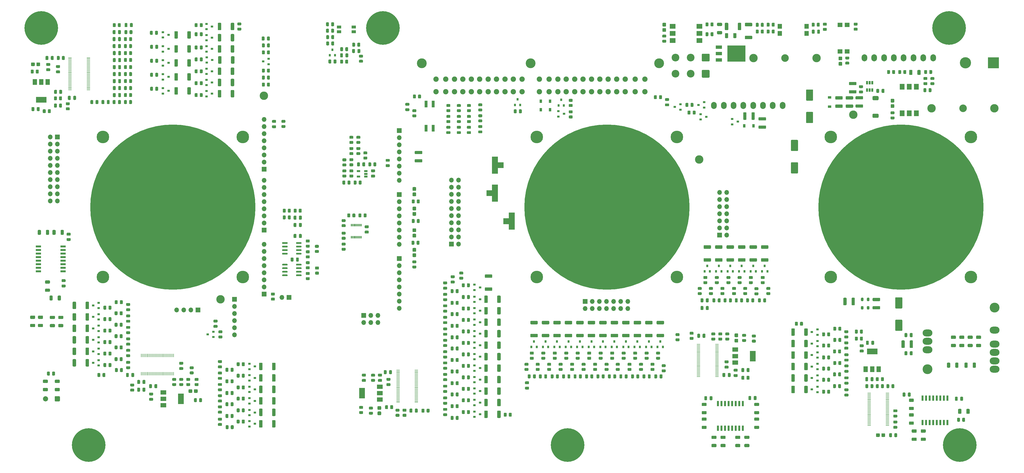
<source format=gts>
G04 #@! TF.GenerationSoftware,KiCad,Pcbnew,(5.1.9-0-10_14)*
G04 #@! TF.CreationDate,2021-05-29T21:56:35-04:00*
G04 #@! TF.ProjectId,LiBCM,4c694243-4d2e-46b6-9963-61645f706362,A*
G04 #@! TF.SameCoordinates,Original*
G04 #@! TF.FileFunction,Soldermask,Top*
G04 #@! TF.FilePolarity,Negative*
%FSLAX46Y46*%
G04 Gerber Fmt 4.6, Leading zero omitted, Abs format (unit mm)*
G04 Created by KiCad (PCBNEW (5.1.9-0-10_14)) date 2021-05-29 21:56:35*
%MOMM*%
%LPD*%
G01*
G04 APERTURE LIST*
%ADD10C,0.100000*%
%ADD11O,1.700000X1.700000*%
%ADD12R,1.700000X1.700000*%
%ADD13R,1.550000X1.000000*%
%ADD14O,2.000000X2.500000*%
%ADD15R,0.650000X1.220000*%
%ADD16R,1.500000X1.780000*%
%ADD17R,1.780000X1.500000*%
%ADD18R,0.640000X1.910000*%
%ADD19R,1.910000X0.640000*%
%ADD20R,1.220000X0.650000*%
%ADD21R,0.305000X0.889000*%
%ADD22R,1.250000X0.250000*%
%ADD23R,1.249800X0.249800*%
%ADD24R,0.250000X1.250000*%
%ADD25R,0.249800X1.249800*%
%ADD26R,0.900000X1.200000*%
%ADD27C,2.750000*%
%ADD28R,0.900000X0.800000*%
%ADD29R,1.500000X2.000000*%
%ADD30R,3.800000X2.000000*%
%ADD31R,2.000000X1.500000*%
%ADD32R,2.000000X3.800000*%
%ADD33R,0.800000X0.900000*%
%ADD34R,2.000000X1.780000*%
%ADD35C,4.000000*%
%ADD36R,4.000000X4.000000*%
%ADD37C,3.000000*%
%ADD38C,4.500000*%
%ADD39C,59.000000*%
%ADD40O,3.500000X2.500000*%
%ADD41C,3.500000*%
%ADD42R,6.400000X5.800000*%
%ADD43R,2.200000X1.200000*%
%ADD44R,1.200000X0.900000*%
%ADD45C,2.700000*%
%ADD46C,1.850000*%
%ADD47R,1.120000X2.440000*%
%ADD48C,1.900000*%
%ADD49R,1.780000X2.000000*%
%ADD50C,12.000000*%
G04 APERTURE END LIST*
D10*
G36*
X195750000Y-89000000D02*
G01*
X197750000Y-89000000D01*
X197750000Y-91000000D01*
X195750000Y-91000000D01*
X195750000Y-93000000D01*
X193750000Y-93000000D01*
X193750000Y-87000000D01*
X195750000Y-87000000D01*
X195750000Y-89000000D01*
G37*
X195750000Y-89000000D02*
X197750000Y-89000000D01*
X197750000Y-91000000D01*
X195750000Y-91000000D01*
X195750000Y-93000000D01*
X193750000Y-93000000D01*
X193750000Y-87000000D01*
X195750000Y-87000000D01*
X195750000Y-89000000D01*
G36*
X201750000Y-113000000D02*
G01*
X199750000Y-113000000D01*
X199750000Y-111000000D01*
X197750000Y-111000000D01*
X197750000Y-109000000D01*
X199750000Y-109000000D01*
X199750000Y-107000000D01*
X201750000Y-107000000D01*
X201750000Y-113000000D01*
G37*
X201750000Y-113000000D02*
X199750000Y-113000000D01*
X199750000Y-111000000D01*
X197750000Y-111000000D01*
X197750000Y-109000000D01*
X199750000Y-109000000D01*
X199750000Y-107000000D01*
X201750000Y-107000000D01*
X201750000Y-113000000D01*
G36*
X195750000Y-103000000D02*
G01*
X193750000Y-103000000D01*
X193750000Y-101000000D01*
X191750000Y-101000000D01*
X191750000Y-99000000D01*
X193750000Y-99000000D01*
X193750000Y-97000000D01*
X195750000Y-97000000D01*
X195750000Y-103000000D01*
G37*
X195750000Y-103000000D02*
X193750000Y-103000000D01*
X193750000Y-101000000D01*
X191750000Y-101000000D01*
X191750000Y-99000000D01*
X193750000Y-99000000D01*
X193750000Y-97000000D01*
X195750000Y-97000000D01*
X195750000Y-103000000D01*
D11*
G04 #@! TO.C,J16*
X181790000Y-95390000D03*
X179250000Y-95390000D03*
X181790000Y-97930000D03*
X179250000Y-97930000D03*
X181790000Y-100470000D03*
X179250000Y-100470000D03*
X181790000Y-103010000D03*
X179250000Y-103010000D03*
X181790000Y-105550000D03*
X179250000Y-105550000D03*
X181790000Y-108090000D03*
X179250000Y-108090000D03*
X181790000Y-110630000D03*
X179250000Y-110630000D03*
X181790000Y-113170000D03*
X179250000Y-113170000D03*
X181790000Y-115710000D03*
X179250000Y-115710000D03*
X181790000Y-118250000D03*
D12*
X179250000Y-118250000D03*
G04 #@! TD*
G04 #@! TO.C,R1*
G36*
G01*
X165549998Y-125900000D02*
X166450002Y-125900000D01*
G75*
G02*
X166700000Y-126149998I0J-249998D01*
G01*
X166700000Y-126675002D01*
G75*
G02*
X166450002Y-126925000I-249998J0D01*
G01*
X165549998Y-126925000D01*
G75*
G02*
X165300000Y-126675002I0J249998D01*
G01*
X165300000Y-126149998D01*
G75*
G02*
X165549998Y-125900000I249998J0D01*
G01*
G37*
G36*
G01*
X165549998Y-124075000D02*
X166450002Y-124075000D01*
G75*
G02*
X166700000Y-124324998I0J-249998D01*
G01*
X166700000Y-124850002D01*
G75*
G02*
X166450002Y-125100000I-249998J0D01*
G01*
X165549998Y-125100000D01*
G75*
G02*
X165300000Y-124850002I0J249998D01*
G01*
X165300000Y-124324998D01*
G75*
G02*
X165549998Y-124075000I249998J0D01*
G01*
G37*
G04 #@! TD*
D13*
G04 #@! TO.C,SW1*
X144375000Y-42350000D03*
X139125000Y-42350000D03*
X139125000Y-40650000D03*
X144375000Y-40650000D03*
G04 #@! TD*
G04 #@! TO.C,R61*
G36*
G01*
X313050002Y-40200000D02*
X312149998Y-40200000D01*
G75*
G02*
X311900000Y-39950002I0J249998D01*
G01*
X311900000Y-39424998D01*
G75*
G02*
X312149998Y-39175000I249998J0D01*
G01*
X313050002Y-39175000D01*
G75*
G02*
X313300000Y-39424998I0J-249998D01*
G01*
X313300000Y-39950002D01*
G75*
G02*
X313050002Y-40200000I-249998J0D01*
G01*
G37*
G36*
G01*
X313050002Y-42025000D02*
X312149998Y-42025000D01*
G75*
G02*
X311900000Y-41775002I0J249998D01*
G01*
X311900000Y-41249998D01*
G75*
G02*
X312149998Y-41000000I249998J0D01*
G01*
X313050002Y-41000000D01*
G75*
G02*
X313300000Y-41249998I0J-249998D01*
G01*
X313300000Y-41775002D01*
G75*
G02*
X313050002Y-42025000I-249998J0D01*
G01*
G37*
G04 #@! TD*
D14*
G04 #@! TO.C,J9*
X297500000Y-68700000D03*
X294000000Y-68700000D03*
X290500000Y-68700000D03*
X287000000Y-68700000D03*
X283500000Y-68700000D03*
X280000000Y-68700000D03*
X276500000Y-68700000D03*
X273000000Y-68700000D03*
G04 #@! TD*
G04 #@! TO.C,C31*
G36*
G01*
X343850000Y-56249999D02*
X343850000Y-57550001D01*
G75*
G02*
X343600001Y-57800000I-249999J0D01*
G01*
X342949999Y-57800000D01*
G75*
G02*
X342700000Y-57550001I0J249999D01*
G01*
X342700000Y-56249999D01*
G75*
G02*
X342949999Y-56000000I249999J0D01*
G01*
X343600001Y-56000000D01*
G75*
G02*
X343850000Y-56249999I0J-249999D01*
G01*
G37*
G36*
G01*
X346800000Y-56249999D02*
X346800000Y-57550001D01*
G75*
G02*
X346550001Y-57800000I-249999J0D01*
G01*
X345899999Y-57800000D01*
G75*
G02*
X345650000Y-57550001I0J249999D01*
G01*
X345650000Y-56249999D01*
G75*
G02*
X345899999Y-56000000I249999J0D01*
G01*
X346550001Y-56000000D01*
G75*
G02*
X346800000Y-56249999I0J-249999D01*
G01*
G37*
G04 #@! TD*
G04 #@! TO.C,C103*
G36*
G01*
X341350000Y-171525000D02*
X341350000Y-172475000D01*
G75*
G02*
X341100000Y-172725000I-250000J0D01*
G01*
X340600000Y-172725000D01*
G75*
G02*
X340350000Y-172475000I0J250000D01*
G01*
X340350000Y-171525000D01*
G75*
G02*
X340600000Y-171275000I250000J0D01*
G01*
X341100000Y-171275000D01*
G75*
G02*
X341350000Y-171525000I0J-250000D01*
G01*
G37*
G36*
G01*
X343250000Y-171525000D02*
X343250000Y-172475000D01*
G75*
G02*
X343000000Y-172725000I-250000J0D01*
G01*
X342500000Y-172725000D01*
G75*
G02*
X342250000Y-172475000I0J250000D01*
G01*
X342250000Y-171525000D01*
G75*
G02*
X342500000Y-171275000I250000J0D01*
G01*
X343000000Y-171275000D01*
G75*
G02*
X343250000Y-171525000I0J-250000D01*
G01*
G37*
G04 #@! TD*
G04 #@! TO.C,C119*
G36*
G01*
X328050000Y-166025000D02*
X328050000Y-166975000D01*
G75*
G02*
X327800000Y-167225000I-250000J0D01*
G01*
X327300000Y-167225000D01*
G75*
G02*
X327050000Y-166975000I0J250000D01*
G01*
X327050000Y-166025000D01*
G75*
G02*
X327300000Y-165775000I250000J0D01*
G01*
X327800000Y-165775000D01*
G75*
G02*
X328050000Y-166025000I0J-250000D01*
G01*
G37*
G36*
G01*
X329950000Y-166025000D02*
X329950000Y-166975000D01*
G75*
G02*
X329700000Y-167225000I-250000J0D01*
G01*
X329200000Y-167225000D01*
G75*
G02*
X328950000Y-166975000I0J250000D01*
G01*
X328950000Y-166025000D01*
G75*
G02*
X329200000Y-165775000I250000J0D01*
G01*
X329700000Y-165775000D01*
G75*
G02*
X329950000Y-166025000I0J-250000D01*
G01*
G37*
G04 #@! TD*
G04 #@! TO.C,C40*
G36*
G01*
X59300000Y-44525000D02*
X59300000Y-45475000D01*
G75*
G02*
X59050000Y-45725000I-250000J0D01*
G01*
X58550000Y-45725000D01*
G75*
G02*
X58300000Y-45475000I0J250000D01*
G01*
X58300000Y-44525000D01*
G75*
G02*
X58550000Y-44275000I250000J0D01*
G01*
X59050000Y-44275000D01*
G75*
G02*
X59300000Y-44525000I0J-250000D01*
G01*
G37*
G36*
G01*
X61200000Y-44525000D02*
X61200000Y-45475000D01*
G75*
G02*
X60950000Y-45725000I-250000J0D01*
G01*
X60450000Y-45725000D01*
G75*
G02*
X60200000Y-45475000I0J250000D01*
G01*
X60200000Y-44525000D01*
G75*
G02*
X60450000Y-44275000I250000J0D01*
G01*
X60950000Y-44275000D01*
G75*
G02*
X61200000Y-44525000I0J-250000D01*
G01*
G37*
G04 #@! TD*
G04 #@! TO.C,C26*
G36*
G01*
X289149999Y-72925000D02*
X291350001Y-72925000D01*
G75*
G02*
X291600000Y-73174999I0J-249999D01*
G01*
X291600000Y-73825001D01*
G75*
G02*
X291350001Y-74075000I-249999J0D01*
G01*
X289149999Y-74075000D01*
G75*
G02*
X288900000Y-73825001I0J249999D01*
G01*
X288900000Y-73174999D01*
G75*
G02*
X289149999Y-72925000I249999J0D01*
G01*
G37*
G36*
G01*
X289149999Y-75875000D02*
X291350001Y-75875000D01*
G75*
G02*
X291600000Y-76124999I0J-249999D01*
G01*
X291600000Y-76775001D01*
G75*
G02*
X291350001Y-77025000I-249999J0D01*
G01*
X289149999Y-77025000D01*
G75*
G02*
X288900000Y-76775001I0J249999D01*
G01*
X288900000Y-76124999D01*
G75*
G02*
X289149999Y-75875000I249999J0D01*
G01*
G37*
G04 #@! TD*
G04 #@! TO.C,C32*
G36*
G01*
X279875000Y-44400001D02*
X279875000Y-43099999D01*
G75*
G02*
X280124999Y-42850000I249999J0D01*
G01*
X280775001Y-42850000D01*
G75*
G02*
X281025000Y-43099999I0J-249999D01*
G01*
X281025000Y-44400001D01*
G75*
G02*
X280775001Y-44650000I-249999J0D01*
G01*
X280124999Y-44650000D01*
G75*
G02*
X279875000Y-44400001I0J249999D01*
G01*
G37*
G36*
G01*
X276925000Y-44400001D02*
X276925000Y-43099999D01*
G75*
G02*
X277174999Y-42850000I249999J0D01*
G01*
X277825001Y-42850000D01*
G75*
G02*
X278075000Y-43099999I0J-249999D01*
G01*
X278075000Y-44400001D01*
G75*
G02*
X277825001Y-44650000I-249999J0D01*
G01*
X277174999Y-44650000D01*
G75*
G02*
X276925000Y-44400001I0J249999D01*
G01*
G37*
G04 #@! TD*
G04 #@! TO.C,C33*
G36*
G01*
X275650001Y-40325000D02*
X274349999Y-40325000D01*
G75*
G02*
X274100000Y-40075001I0J249999D01*
G01*
X274100000Y-39424999D01*
G75*
G02*
X274349999Y-39175000I249999J0D01*
G01*
X275650001Y-39175000D01*
G75*
G02*
X275900000Y-39424999I0J-249999D01*
G01*
X275900000Y-40075001D01*
G75*
G02*
X275650001Y-40325000I-249999J0D01*
G01*
G37*
G36*
G01*
X275650001Y-43275000D02*
X274349999Y-43275000D01*
G75*
G02*
X274100000Y-43025001I0J249999D01*
G01*
X274100000Y-42374999D01*
G75*
G02*
X274349999Y-42125000I249999J0D01*
G01*
X275650001Y-42125000D01*
G75*
G02*
X275900000Y-42374999I0J-249999D01*
G01*
X275900000Y-43025001D01*
G75*
G02*
X275650001Y-43275000I-249999J0D01*
G01*
G37*
G04 #@! TD*
G04 #@! TO.C,C55*
G36*
G01*
X33150001Y-147900000D02*
X31849999Y-147900000D01*
G75*
G02*
X31600000Y-147650001I0J249999D01*
G01*
X31600000Y-146999999D01*
G75*
G02*
X31849999Y-146750000I249999J0D01*
G01*
X33150001Y-146750000D01*
G75*
G02*
X33400000Y-146999999I0J-249999D01*
G01*
X33400000Y-147650001D01*
G75*
G02*
X33150001Y-147900000I-249999J0D01*
G01*
G37*
G36*
G01*
X33150001Y-144950000D02*
X31849999Y-144950000D01*
G75*
G02*
X31600000Y-144700001I0J249999D01*
G01*
X31600000Y-144049999D01*
G75*
G02*
X31849999Y-143800000I249999J0D01*
G01*
X33150001Y-143800000D01*
G75*
G02*
X33400000Y-144049999I0J-249999D01*
G01*
X33400000Y-144700001D01*
G75*
G02*
X33150001Y-144950000I-249999J0D01*
G01*
G37*
G04 #@! TD*
G04 #@! TO.C,C56*
G36*
G01*
X30350001Y-147900000D02*
X29049999Y-147900000D01*
G75*
G02*
X28800000Y-147650001I0J249999D01*
G01*
X28800000Y-146999999D01*
G75*
G02*
X29049999Y-146750000I249999J0D01*
G01*
X30350001Y-146750000D01*
G75*
G02*
X30600000Y-146999999I0J-249999D01*
G01*
X30600000Y-147650001D01*
G75*
G02*
X30350001Y-147900000I-249999J0D01*
G01*
G37*
G36*
G01*
X30350001Y-144950000D02*
X29049999Y-144950000D01*
G75*
G02*
X28800000Y-144700001I0J249999D01*
G01*
X28800000Y-144049999D01*
G75*
G02*
X29049999Y-143800000I249999J0D01*
G01*
X30350001Y-143800000D01*
G75*
G02*
X30600000Y-144049999I0J-249999D01*
G01*
X30600000Y-144700001D01*
G75*
G02*
X30350001Y-144950000I-249999J0D01*
G01*
G37*
G04 #@! TD*
G04 #@! TO.C,C71*
G36*
G01*
X37400001Y-147950000D02*
X36099999Y-147950000D01*
G75*
G02*
X35850000Y-147700001I0J249999D01*
G01*
X35850000Y-147049999D01*
G75*
G02*
X36099999Y-146800000I249999J0D01*
G01*
X37400001Y-146800000D01*
G75*
G02*
X37650000Y-147049999I0J-249999D01*
G01*
X37650000Y-147700001D01*
G75*
G02*
X37400001Y-147950000I-249999J0D01*
G01*
G37*
G36*
G01*
X37400001Y-145000000D02*
X36099999Y-145000000D01*
G75*
G02*
X35850000Y-144750001I0J249999D01*
G01*
X35850000Y-144099999D01*
G75*
G02*
X36099999Y-143850000I249999J0D01*
G01*
X37400001Y-143850000D01*
G75*
G02*
X37650000Y-144099999I0J-249999D01*
G01*
X37650000Y-144750001D01*
G75*
G02*
X37400001Y-145000000I-249999J0D01*
G01*
G37*
G04 #@! TD*
G04 #@! TO.C,C72*
G36*
G01*
X40400001Y-147950000D02*
X39099999Y-147950000D01*
G75*
G02*
X38850000Y-147700001I0J249999D01*
G01*
X38850000Y-147049999D01*
G75*
G02*
X39099999Y-146800000I249999J0D01*
G01*
X40400001Y-146800000D01*
G75*
G02*
X40650000Y-147049999I0J-249999D01*
G01*
X40650000Y-147700001D01*
G75*
G02*
X40400001Y-147950000I-249999J0D01*
G01*
G37*
G36*
G01*
X40400001Y-145000000D02*
X39099999Y-145000000D01*
G75*
G02*
X38850000Y-144750001I0J249999D01*
G01*
X38850000Y-144099999D01*
G75*
G02*
X39099999Y-143850000I249999J0D01*
G01*
X40400001Y-143850000D01*
G75*
G02*
X40650000Y-144099999I0J-249999D01*
G01*
X40650000Y-144750001D01*
G75*
G02*
X40400001Y-145000000I-249999J0D01*
G01*
G37*
G04 #@! TD*
G04 #@! TO.C,C78*
G36*
G01*
X273650001Y-187850000D02*
X272349999Y-187850000D01*
G75*
G02*
X272100000Y-187600001I0J249999D01*
G01*
X272100000Y-186949999D01*
G75*
G02*
X272349999Y-186700000I249999J0D01*
G01*
X273650001Y-186700000D01*
G75*
G02*
X273900000Y-186949999I0J-249999D01*
G01*
X273900000Y-187600001D01*
G75*
G02*
X273650001Y-187850000I-249999J0D01*
G01*
G37*
G36*
G01*
X273650001Y-190800000D02*
X272349999Y-190800000D01*
G75*
G02*
X272100000Y-190550001I0J249999D01*
G01*
X272100000Y-189899999D01*
G75*
G02*
X272349999Y-189650000I249999J0D01*
G01*
X273650001Y-189650000D01*
G75*
G02*
X273900000Y-189899999I0J-249999D01*
G01*
X273900000Y-190550001D01*
G75*
G02*
X273650001Y-190800000I-249999J0D01*
G01*
G37*
G04 #@! TD*
G04 #@! TO.C,C92*
G36*
G01*
X276900001Y-187850000D02*
X275599999Y-187850000D01*
G75*
G02*
X275350000Y-187600001I0J249999D01*
G01*
X275350000Y-186949999D01*
G75*
G02*
X275599999Y-186700000I249999J0D01*
G01*
X276900001Y-186700000D01*
G75*
G02*
X277150000Y-186949999I0J-249999D01*
G01*
X277150000Y-187600001D01*
G75*
G02*
X276900001Y-187850000I-249999J0D01*
G01*
G37*
G36*
G01*
X276900001Y-190800000D02*
X275599999Y-190800000D01*
G75*
G02*
X275350000Y-190550001I0J249999D01*
G01*
X275350000Y-189899999D01*
G75*
G02*
X275599999Y-189650000I249999J0D01*
G01*
X276900001Y-189650000D01*
G75*
G02*
X277150000Y-189899999I0J-249999D01*
G01*
X277150000Y-190550001D01*
G75*
G02*
X276900001Y-190800000I-249999J0D01*
G01*
G37*
G04 #@! TD*
G04 #@! TO.C,C95*
G36*
G01*
X345150001Y-185600000D02*
X343849999Y-185600000D01*
G75*
G02*
X343600000Y-185350001I0J249999D01*
G01*
X343600000Y-184699999D01*
G75*
G02*
X343849999Y-184450000I249999J0D01*
G01*
X345150001Y-184450000D01*
G75*
G02*
X345400000Y-184699999I0J-249999D01*
G01*
X345400000Y-185350001D01*
G75*
G02*
X345150001Y-185600000I-249999J0D01*
G01*
G37*
G36*
G01*
X345150001Y-188550000D02*
X343849999Y-188550000D01*
G75*
G02*
X343600000Y-188300001I0J249999D01*
G01*
X343600000Y-187649999D01*
G75*
G02*
X343849999Y-187400000I249999J0D01*
G01*
X345150001Y-187400000D01*
G75*
G02*
X345400000Y-187649999I0J-249999D01*
G01*
X345400000Y-188300001D01*
G75*
G02*
X345150001Y-188550000I-249999J0D01*
G01*
G37*
G04 #@! TD*
G04 #@! TO.C,C96*
G36*
G01*
X348400001Y-185600000D02*
X347099999Y-185600000D01*
G75*
G02*
X346850000Y-185350001I0J249999D01*
G01*
X346850000Y-184699999D01*
G75*
G02*
X347099999Y-184450000I249999J0D01*
G01*
X348400001Y-184450000D01*
G75*
G02*
X348650000Y-184699999I0J-249999D01*
G01*
X348650000Y-185350001D01*
G75*
G02*
X348400001Y-185600000I-249999J0D01*
G01*
G37*
G36*
G01*
X348400001Y-188550000D02*
X347099999Y-188550000D01*
G75*
G02*
X346850000Y-188300001I0J249999D01*
G01*
X346850000Y-187649999D01*
G75*
G02*
X347099999Y-187400000I249999J0D01*
G01*
X348400001Y-187400000D01*
G75*
G02*
X348650000Y-187649999I0J-249999D01*
G01*
X348650000Y-188300001D01*
G75*
G02*
X348400001Y-188550000I-249999J0D01*
G01*
G37*
G04 #@! TD*
G04 #@! TO.C,C101*
G36*
G01*
X33599999Y-169650000D02*
X34900001Y-169650000D01*
G75*
G02*
X35150000Y-169899999I0J-249999D01*
G01*
X35150000Y-170550001D01*
G75*
G02*
X34900001Y-170800000I-249999J0D01*
G01*
X33599999Y-170800000D01*
G75*
G02*
X33350000Y-170550001I0J249999D01*
G01*
X33350000Y-169899999D01*
G75*
G02*
X33599999Y-169650000I249999J0D01*
G01*
G37*
G36*
G01*
X33599999Y-166700000D02*
X34900001Y-166700000D01*
G75*
G02*
X35150000Y-166949999I0J-249999D01*
G01*
X35150000Y-167600001D01*
G75*
G02*
X34900001Y-167850000I-249999J0D01*
G01*
X33599999Y-167850000D01*
G75*
G02*
X33350000Y-167600001I0J249999D01*
G01*
X33350000Y-166949999D01*
G75*
G02*
X33599999Y-166700000I249999J0D01*
G01*
G37*
G04 #@! TD*
G04 #@! TO.C,C102*
G36*
G01*
X37849999Y-169650000D02*
X39150001Y-169650000D01*
G75*
G02*
X39400000Y-169899999I0J-249999D01*
G01*
X39400000Y-170550001D01*
G75*
G02*
X39150001Y-170800000I-249999J0D01*
G01*
X37849999Y-170800000D01*
G75*
G02*
X37600000Y-170550001I0J249999D01*
G01*
X37600000Y-169899999D01*
G75*
G02*
X37849999Y-169650000I249999J0D01*
G01*
G37*
G36*
G01*
X37849999Y-166700000D02*
X39150001Y-166700000D01*
G75*
G02*
X39400000Y-166949999I0J-249999D01*
G01*
X39400000Y-167600001D01*
G75*
G02*
X39150001Y-167850000I-249999J0D01*
G01*
X37849999Y-167850000D01*
G75*
G02*
X37600000Y-167600001I0J249999D01*
G01*
X37600000Y-166949999D01*
G75*
G02*
X37849999Y-166700000I249999J0D01*
G01*
G37*
G04 #@! TD*
G04 #@! TO.C,R68*
G36*
G01*
X271012500Y-39299998D02*
X271012500Y-40200002D01*
G75*
G02*
X270762502Y-40450000I-249998J0D01*
G01*
X270237498Y-40450000D01*
G75*
G02*
X269987500Y-40200002I0J249998D01*
G01*
X269987500Y-39299998D01*
G75*
G02*
X270237498Y-39050000I249998J0D01*
G01*
X270762502Y-39050000D01*
G75*
G02*
X271012500Y-39299998I0J-249998D01*
G01*
G37*
G36*
G01*
X272837500Y-39299998D02*
X272837500Y-40200002D01*
G75*
G02*
X272587502Y-40450000I-249998J0D01*
G01*
X272062498Y-40450000D01*
G75*
G02*
X271812500Y-40200002I0J249998D01*
G01*
X271812500Y-39299998D01*
G75*
G02*
X272062498Y-39050000I249998J0D01*
G01*
X272587502Y-39050000D01*
G75*
G02*
X272837500Y-39299998I0J-249998D01*
G01*
G37*
G04 #@! TD*
G04 #@! TO.C,R69*
G36*
G01*
X336650000Y-57200002D02*
X336650000Y-56299998D01*
G75*
G02*
X336899998Y-56050000I249998J0D01*
G01*
X337425002Y-56050000D01*
G75*
G02*
X337675000Y-56299998I0J-249998D01*
G01*
X337675000Y-57200002D01*
G75*
G02*
X337425002Y-57450000I-249998J0D01*
G01*
X336899998Y-57450000D01*
G75*
G02*
X336650000Y-57200002I0J249998D01*
G01*
G37*
G36*
G01*
X334825000Y-57200002D02*
X334825000Y-56299998D01*
G75*
G02*
X335074998Y-56050000I249998J0D01*
G01*
X335600002Y-56050000D01*
G75*
G02*
X335850000Y-56299998I0J-249998D01*
G01*
X335850000Y-57200002D01*
G75*
G02*
X335600002Y-57450000I-249998J0D01*
G01*
X335074998Y-57450000D01*
G75*
G02*
X334825000Y-57200002I0J249998D01*
G01*
G37*
G04 #@! TD*
G04 #@! TO.C,R70*
G36*
G01*
X339850000Y-56299998D02*
X339850000Y-57200002D01*
G75*
G02*
X339600002Y-57450000I-249998J0D01*
G01*
X339074998Y-57450000D01*
G75*
G02*
X338825000Y-57200002I0J249998D01*
G01*
X338825000Y-56299998D01*
G75*
G02*
X339074998Y-56050000I249998J0D01*
G01*
X339600002Y-56050000D01*
G75*
G02*
X339850000Y-56299998I0J-249998D01*
G01*
G37*
G36*
G01*
X341675000Y-56299998D02*
X341675000Y-57200002D01*
G75*
G02*
X341425002Y-57450000I-249998J0D01*
G01*
X340899998Y-57450000D01*
G75*
G02*
X340650000Y-57200002I0J249998D01*
G01*
X340650000Y-56299998D01*
G75*
G02*
X340899998Y-56050000I249998J0D01*
G01*
X341425002Y-56050000D01*
G75*
G02*
X341675000Y-56299998I0J-249998D01*
G01*
G37*
G04 #@! TD*
G04 #@! TO.C,R71*
G36*
G01*
X350549998Y-60400000D02*
X351450002Y-60400000D01*
G75*
G02*
X351700000Y-60649998I0J-249998D01*
G01*
X351700000Y-61175002D01*
G75*
G02*
X351450002Y-61425000I-249998J0D01*
G01*
X350549998Y-61425000D01*
G75*
G02*
X350300000Y-61175002I0J249998D01*
G01*
X350300000Y-60649998D01*
G75*
G02*
X350549998Y-60400000I249998J0D01*
G01*
G37*
G36*
G01*
X350549998Y-58575000D02*
X351450002Y-58575000D01*
G75*
G02*
X351700000Y-58824998I0J-249998D01*
G01*
X351700000Y-59350002D01*
G75*
G02*
X351450002Y-59600000I-249998J0D01*
G01*
X350549998Y-59600000D01*
G75*
G02*
X350300000Y-59350002I0J249998D01*
G01*
X350300000Y-58824998D01*
G75*
G02*
X350549998Y-58575000I249998J0D01*
G01*
G37*
G04 #@! TD*
G04 #@! TO.C,R72*
G36*
G01*
X349900000Y-57200002D02*
X349900000Y-56299998D01*
G75*
G02*
X350149998Y-56050000I249998J0D01*
G01*
X350675002Y-56050000D01*
G75*
G02*
X350925000Y-56299998I0J-249998D01*
G01*
X350925000Y-57200002D01*
G75*
G02*
X350675002Y-57450000I-249998J0D01*
G01*
X350149998Y-57450000D01*
G75*
G02*
X349900000Y-57200002I0J249998D01*
G01*
G37*
G36*
G01*
X348075000Y-57200002D02*
X348075000Y-56299998D01*
G75*
G02*
X348324998Y-56050000I249998J0D01*
G01*
X348850002Y-56050000D01*
G75*
G02*
X349100000Y-56299998I0J-249998D01*
G01*
X349100000Y-57200002D01*
G75*
G02*
X348850002Y-57450000I-249998J0D01*
G01*
X348324998Y-57450000D01*
G75*
G02*
X348075000Y-57200002I0J249998D01*
G01*
G37*
G04 #@! TD*
G04 #@! TO.C,R74*
G36*
G01*
X289762500Y-42750002D02*
X289762500Y-41849998D01*
G75*
G02*
X290012498Y-41600000I249998J0D01*
G01*
X290537502Y-41600000D01*
G75*
G02*
X290787500Y-41849998I0J-249998D01*
G01*
X290787500Y-42750002D01*
G75*
G02*
X290537502Y-43000000I-249998J0D01*
G01*
X290012498Y-43000000D01*
G75*
G02*
X289762500Y-42750002I0J249998D01*
G01*
G37*
G36*
G01*
X287937500Y-42750002D02*
X287937500Y-41849998D01*
G75*
G02*
X288187498Y-41600000I249998J0D01*
G01*
X288712502Y-41600000D01*
G75*
G02*
X288962500Y-41849998I0J-249998D01*
G01*
X288962500Y-42750002D01*
G75*
G02*
X288712502Y-43000000I-249998J0D01*
G01*
X288187498Y-43000000D01*
G75*
G02*
X287937500Y-42750002I0J249998D01*
G01*
G37*
G04 #@! TD*
G04 #@! TO.C,R75*
G36*
G01*
X289750000Y-40350002D02*
X289750000Y-39449998D01*
G75*
G02*
X289999998Y-39200000I249998J0D01*
G01*
X290525002Y-39200000D01*
G75*
G02*
X290775000Y-39449998I0J-249998D01*
G01*
X290775000Y-40350002D01*
G75*
G02*
X290525002Y-40600000I-249998J0D01*
G01*
X289999998Y-40600000D01*
G75*
G02*
X289750000Y-40350002I0J249998D01*
G01*
G37*
G36*
G01*
X287925000Y-40350002D02*
X287925000Y-39449998D01*
G75*
G02*
X288174998Y-39200000I249998J0D01*
G01*
X288700002Y-39200000D01*
G75*
G02*
X288950000Y-39449998I0J-249998D01*
G01*
X288950000Y-40350002D01*
G75*
G02*
X288700002Y-40600000I-249998J0D01*
G01*
X288174998Y-40600000D01*
G75*
G02*
X287925000Y-40350002I0J249998D01*
G01*
G37*
G04 #@! TD*
G04 #@! TO.C,R77*
G36*
G01*
X293650000Y-40300002D02*
X293650000Y-39399998D01*
G75*
G02*
X293899998Y-39150000I249998J0D01*
G01*
X294425002Y-39150000D01*
G75*
G02*
X294675000Y-39399998I0J-249998D01*
G01*
X294675000Y-40300002D01*
G75*
G02*
X294425002Y-40550000I-249998J0D01*
G01*
X293899998Y-40550000D01*
G75*
G02*
X293650000Y-40300002I0J249998D01*
G01*
G37*
G36*
G01*
X291825000Y-40300002D02*
X291825000Y-39399998D01*
G75*
G02*
X292074998Y-39150000I249998J0D01*
G01*
X292600002Y-39150000D01*
G75*
G02*
X292850000Y-39399998I0J-249998D01*
G01*
X292850000Y-40300002D01*
G75*
G02*
X292600002Y-40550000I-249998J0D01*
G01*
X292074998Y-40550000D01*
G75*
G02*
X291825000Y-40300002I0J249998D01*
G01*
G37*
G04 #@! TD*
G04 #@! TO.C,R78*
G36*
G01*
X271012500Y-42799998D02*
X271012500Y-43700002D01*
G75*
G02*
X270762502Y-43950000I-249998J0D01*
G01*
X270237498Y-43950000D01*
G75*
G02*
X269987500Y-43700002I0J249998D01*
G01*
X269987500Y-42799998D01*
G75*
G02*
X270237498Y-42550000I249998J0D01*
G01*
X270762502Y-42550000D01*
G75*
G02*
X271012500Y-42799998I0J-249998D01*
G01*
G37*
G36*
G01*
X272837500Y-42799998D02*
X272837500Y-43700002D01*
G75*
G02*
X272587502Y-43950000I-249998J0D01*
G01*
X272062498Y-43950000D01*
G75*
G02*
X271812500Y-43700002I0J249998D01*
G01*
X271812500Y-42799998D01*
G75*
G02*
X272062498Y-42550000I249998J0D01*
G01*
X272587502Y-42550000D01*
G75*
G02*
X272837500Y-42799998I0J-249998D01*
G01*
G37*
G04 #@! TD*
G04 #@! TO.C,R79*
G36*
G01*
X293650000Y-42750002D02*
X293650000Y-41849998D01*
G75*
G02*
X293899998Y-41600000I249998J0D01*
G01*
X294425002Y-41600000D01*
G75*
G02*
X294675000Y-41849998I0J-249998D01*
G01*
X294675000Y-42750002D01*
G75*
G02*
X294425002Y-43000000I-249998J0D01*
G01*
X293899998Y-43000000D01*
G75*
G02*
X293650000Y-42750002I0J249998D01*
G01*
G37*
G36*
G01*
X291825000Y-42750002D02*
X291825000Y-41849998D01*
G75*
G02*
X292074998Y-41600000I249998J0D01*
G01*
X292600002Y-41600000D01*
G75*
G02*
X292850000Y-41849998I0J-249998D01*
G01*
X292850000Y-42750002D01*
G75*
G02*
X292600002Y-43000000I-249998J0D01*
G01*
X292074998Y-43000000D01*
G75*
G02*
X291825000Y-42750002I0J249998D01*
G01*
G37*
G04 #@! TD*
G04 #@! TO.C,R80*
G36*
G01*
X324050002Y-40150000D02*
X323149998Y-40150000D01*
G75*
G02*
X322900000Y-39900002I0J249998D01*
G01*
X322900000Y-39374998D01*
G75*
G02*
X323149998Y-39125000I249998J0D01*
G01*
X324050002Y-39125000D01*
G75*
G02*
X324300000Y-39374998I0J-249998D01*
G01*
X324300000Y-39900002D01*
G75*
G02*
X324050002Y-40150000I-249998J0D01*
G01*
G37*
G36*
G01*
X324050002Y-41975000D02*
X323149998Y-41975000D01*
G75*
G02*
X322900000Y-41725002I0J249998D01*
G01*
X322900000Y-41199998D01*
G75*
G02*
X323149998Y-40950000I249998J0D01*
G01*
X324050002Y-40950000D01*
G75*
G02*
X324300000Y-41199998I0J-249998D01*
G01*
X324300000Y-41725002D01*
G75*
G02*
X324050002Y-41975000I-249998J0D01*
G01*
G37*
G04 #@! TD*
G04 #@! TO.C,R83*
G36*
G01*
X100450000Y-65575001D02*
X100450000Y-63424999D01*
G75*
G02*
X100699999Y-63175000I249999J0D01*
G01*
X101425001Y-63175000D01*
G75*
G02*
X101675000Y-63424999I0J-249999D01*
G01*
X101675000Y-65575001D01*
G75*
G02*
X101425001Y-65825000I-249999J0D01*
G01*
X100699999Y-65825000D01*
G75*
G02*
X100450000Y-65575001I0J249999D01*
G01*
G37*
G36*
G01*
X95825000Y-65575001D02*
X95825000Y-63424999D01*
G75*
G02*
X96074999Y-63175000I249999J0D01*
G01*
X96800001Y-63175000D01*
G75*
G02*
X97050000Y-63424999I0J-249999D01*
G01*
X97050000Y-65575001D01*
G75*
G02*
X96800001Y-65825000I-249999J0D01*
G01*
X96074999Y-65825000D01*
G75*
G02*
X95825000Y-65575001I0J249999D01*
G01*
G37*
G04 #@! TD*
G04 #@! TO.C,R84*
G36*
G01*
X84950000Y-64575001D02*
X84950000Y-62424999D01*
G75*
G02*
X85199999Y-62175000I249999J0D01*
G01*
X85925001Y-62175000D01*
G75*
G02*
X86175000Y-62424999I0J-249999D01*
G01*
X86175000Y-64575001D01*
G75*
G02*
X85925001Y-64825000I-249999J0D01*
G01*
X85199999Y-64825000D01*
G75*
G02*
X84950000Y-64575001I0J249999D01*
G01*
G37*
G36*
G01*
X80325000Y-64575001D02*
X80325000Y-62424999D01*
G75*
G02*
X80574999Y-62175000I249999J0D01*
G01*
X81300001Y-62175000D01*
G75*
G02*
X81550000Y-62424999I0J-249999D01*
G01*
X81550000Y-64575001D01*
G75*
G02*
X81300001Y-64825000I-249999J0D01*
G01*
X80574999Y-64825000D01*
G75*
G02*
X80325000Y-64575001I0J249999D01*
G01*
G37*
G04 #@! TD*
G04 #@! TO.C,R85*
G36*
G01*
X100450000Y-61575001D02*
X100450000Y-59424999D01*
G75*
G02*
X100699999Y-59175000I249999J0D01*
G01*
X101425001Y-59175000D01*
G75*
G02*
X101675000Y-59424999I0J-249999D01*
G01*
X101675000Y-61575001D01*
G75*
G02*
X101425001Y-61825000I-249999J0D01*
G01*
X100699999Y-61825000D01*
G75*
G02*
X100450000Y-61575001I0J249999D01*
G01*
G37*
G36*
G01*
X95825000Y-61575001D02*
X95825000Y-59424999D01*
G75*
G02*
X96074999Y-59175000I249999J0D01*
G01*
X96800001Y-59175000D01*
G75*
G02*
X97050000Y-59424999I0J-249999D01*
G01*
X97050000Y-61575001D01*
G75*
G02*
X96800001Y-61825000I-249999J0D01*
G01*
X96074999Y-61825000D01*
G75*
G02*
X95825000Y-61575001I0J249999D01*
G01*
G37*
G04 #@! TD*
G04 #@! TO.C,R86*
G36*
G01*
X84950000Y-59575001D02*
X84950000Y-57424999D01*
G75*
G02*
X85199999Y-57175000I249999J0D01*
G01*
X85925001Y-57175000D01*
G75*
G02*
X86175000Y-57424999I0J-249999D01*
G01*
X86175000Y-59575001D01*
G75*
G02*
X85925001Y-59825000I-249999J0D01*
G01*
X85199999Y-59825000D01*
G75*
G02*
X84950000Y-59575001I0J249999D01*
G01*
G37*
G36*
G01*
X80325000Y-59575001D02*
X80325000Y-57424999D01*
G75*
G02*
X80574999Y-57175000I249999J0D01*
G01*
X81300001Y-57175000D01*
G75*
G02*
X81550000Y-57424999I0J-249999D01*
G01*
X81550000Y-59575001D01*
G75*
G02*
X81300001Y-59825000I-249999J0D01*
G01*
X80574999Y-59825000D01*
G75*
G02*
X80325000Y-59575001I0J249999D01*
G01*
G37*
G04 #@! TD*
G04 #@! TO.C,R87*
G36*
G01*
X100450000Y-57575001D02*
X100450000Y-55424999D01*
G75*
G02*
X100699999Y-55175000I249999J0D01*
G01*
X101425001Y-55175000D01*
G75*
G02*
X101675000Y-55424999I0J-249999D01*
G01*
X101675000Y-57575001D01*
G75*
G02*
X101425001Y-57825000I-249999J0D01*
G01*
X100699999Y-57825000D01*
G75*
G02*
X100450000Y-57575001I0J249999D01*
G01*
G37*
G36*
G01*
X95825000Y-57575001D02*
X95825000Y-55424999D01*
G75*
G02*
X96074999Y-55175000I249999J0D01*
G01*
X96800001Y-55175000D01*
G75*
G02*
X97050000Y-55424999I0J-249999D01*
G01*
X97050000Y-57575001D01*
G75*
G02*
X96800001Y-57825000I-249999J0D01*
G01*
X96074999Y-57825000D01*
G75*
G02*
X95825000Y-57575001I0J249999D01*
G01*
G37*
G04 #@! TD*
G04 #@! TO.C,R88*
G36*
G01*
X84950000Y-54575001D02*
X84950000Y-52424999D01*
G75*
G02*
X85199999Y-52175000I249999J0D01*
G01*
X85925001Y-52175000D01*
G75*
G02*
X86175000Y-52424999I0J-249999D01*
G01*
X86175000Y-54575001D01*
G75*
G02*
X85925001Y-54825000I-249999J0D01*
G01*
X85199999Y-54825000D01*
G75*
G02*
X84950000Y-54575001I0J249999D01*
G01*
G37*
G36*
G01*
X80325000Y-54575001D02*
X80325000Y-52424999D01*
G75*
G02*
X80574999Y-52175000I249999J0D01*
G01*
X81300001Y-52175000D01*
G75*
G02*
X81550000Y-52424999I0J-249999D01*
G01*
X81550000Y-54575001D01*
G75*
G02*
X81300001Y-54825000I-249999J0D01*
G01*
X80574999Y-54825000D01*
G75*
G02*
X80325000Y-54575001I0J249999D01*
G01*
G37*
G04 #@! TD*
G04 #@! TO.C,R89*
G36*
G01*
X100550000Y-53525001D02*
X100550000Y-51374999D01*
G75*
G02*
X100799999Y-51125000I249999J0D01*
G01*
X101525001Y-51125000D01*
G75*
G02*
X101775000Y-51374999I0J-249999D01*
G01*
X101775000Y-53525001D01*
G75*
G02*
X101525001Y-53775000I-249999J0D01*
G01*
X100799999Y-53775000D01*
G75*
G02*
X100550000Y-53525001I0J249999D01*
G01*
G37*
G36*
G01*
X95925000Y-53525001D02*
X95925000Y-51374999D01*
G75*
G02*
X96174999Y-51125000I249999J0D01*
G01*
X96900001Y-51125000D01*
G75*
G02*
X97150000Y-51374999I0J-249999D01*
G01*
X97150000Y-53525001D01*
G75*
G02*
X96900001Y-53775000I-249999J0D01*
G01*
X96174999Y-53775000D01*
G75*
G02*
X95925000Y-53525001I0J249999D01*
G01*
G37*
G04 #@! TD*
G04 #@! TO.C,R90*
G36*
G01*
X84950000Y-49575001D02*
X84950000Y-47424999D01*
G75*
G02*
X85199999Y-47175000I249999J0D01*
G01*
X85925001Y-47175000D01*
G75*
G02*
X86175000Y-47424999I0J-249999D01*
G01*
X86175000Y-49575001D01*
G75*
G02*
X85925001Y-49825000I-249999J0D01*
G01*
X85199999Y-49825000D01*
G75*
G02*
X84950000Y-49575001I0J249999D01*
G01*
G37*
G36*
G01*
X80325000Y-49575001D02*
X80325000Y-47424999D01*
G75*
G02*
X80574999Y-47175000I249999J0D01*
G01*
X81300001Y-47175000D01*
G75*
G02*
X81550000Y-47424999I0J-249999D01*
G01*
X81550000Y-49575001D01*
G75*
G02*
X81300001Y-49825000I-249999J0D01*
G01*
X80574999Y-49825000D01*
G75*
G02*
X80325000Y-49575001I0J249999D01*
G01*
G37*
G04 #@! TD*
G04 #@! TO.C,R91*
G36*
G01*
X100450000Y-49575001D02*
X100450000Y-47424999D01*
G75*
G02*
X100699999Y-47175000I249999J0D01*
G01*
X101425001Y-47175000D01*
G75*
G02*
X101675000Y-47424999I0J-249999D01*
G01*
X101675000Y-49575001D01*
G75*
G02*
X101425001Y-49825000I-249999J0D01*
G01*
X100699999Y-49825000D01*
G75*
G02*
X100450000Y-49575001I0J249999D01*
G01*
G37*
G36*
G01*
X95825000Y-49575001D02*
X95825000Y-47424999D01*
G75*
G02*
X96074999Y-47175000I249999J0D01*
G01*
X96800001Y-47175000D01*
G75*
G02*
X97050000Y-47424999I0J-249999D01*
G01*
X97050000Y-49575001D01*
G75*
G02*
X96800001Y-49825000I-249999J0D01*
G01*
X96074999Y-49825000D01*
G75*
G02*
X95825000Y-49575001I0J249999D01*
G01*
G37*
G04 #@! TD*
G04 #@! TO.C,R92*
G36*
G01*
X84950000Y-44575001D02*
X84950000Y-42424999D01*
G75*
G02*
X85199999Y-42175000I249999J0D01*
G01*
X85925001Y-42175000D01*
G75*
G02*
X86175000Y-42424999I0J-249999D01*
G01*
X86175000Y-44575001D01*
G75*
G02*
X85925001Y-44825000I-249999J0D01*
G01*
X85199999Y-44825000D01*
G75*
G02*
X84950000Y-44575001I0J249999D01*
G01*
G37*
G36*
G01*
X80325000Y-44575001D02*
X80325000Y-42424999D01*
G75*
G02*
X80574999Y-42175000I249999J0D01*
G01*
X81300001Y-42175000D01*
G75*
G02*
X81550000Y-42424999I0J-249999D01*
G01*
X81550000Y-44575001D01*
G75*
G02*
X81300001Y-44825000I-249999J0D01*
G01*
X80574999Y-44825000D01*
G75*
G02*
X80325000Y-44575001I0J249999D01*
G01*
G37*
G04 #@! TD*
G04 #@! TO.C,R93*
G36*
G01*
X100450000Y-45575001D02*
X100450000Y-43424999D01*
G75*
G02*
X100699999Y-43175000I249999J0D01*
G01*
X101425001Y-43175000D01*
G75*
G02*
X101675000Y-43424999I0J-249999D01*
G01*
X101675000Y-45575001D01*
G75*
G02*
X101425001Y-45825000I-249999J0D01*
G01*
X100699999Y-45825000D01*
G75*
G02*
X100450000Y-45575001I0J249999D01*
G01*
G37*
G36*
G01*
X95825000Y-45575001D02*
X95825000Y-43424999D01*
G75*
G02*
X96074999Y-43175000I249999J0D01*
G01*
X96800001Y-43175000D01*
G75*
G02*
X97050000Y-43424999I0J-249999D01*
G01*
X97050000Y-45575001D01*
G75*
G02*
X96800001Y-45825000I-249999J0D01*
G01*
X96074999Y-45825000D01*
G75*
G02*
X95825000Y-45575001I0J249999D01*
G01*
G37*
G04 #@! TD*
G04 #@! TO.C,R94*
G36*
G01*
X100450000Y-41575001D02*
X100450000Y-39424999D01*
G75*
G02*
X100699999Y-39175000I249999J0D01*
G01*
X101425001Y-39175000D01*
G75*
G02*
X101675000Y-39424999I0J-249999D01*
G01*
X101675000Y-41575001D01*
G75*
G02*
X101425001Y-41825000I-249999J0D01*
G01*
X100699999Y-41825000D01*
G75*
G02*
X100450000Y-41575001I0J249999D01*
G01*
G37*
G36*
G01*
X95825000Y-41575001D02*
X95825000Y-39424999D01*
G75*
G02*
X96074999Y-39175000I249999J0D01*
G01*
X96800001Y-39175000D01*
G75*
G02*
X97050000Y-39424999I0J-249999D01*
G01*
X97050000Y-41575001D01*
G75*
G02*
X96800001Y-41825000I-249999J0D01*
G01*
X96074999Y-41825000D01*
G75*
G02*
X95825000Y-41575001I0J249999D01*
G01*
G37*
G04 #@! TD*
G04 #@! TO.C,R95*
G36*
G01*
X51350000Y-67049998D02*
X51350000Y-67950002D01*
G75*
G02*
X51100002Y-68200000I-249998J0D01*
G01*
X50574998Y-68200000D01*
G75*
G02*
X50325000Y-67950002I0J249998D01*
G01*
X50325000Y-67049998D01*
G75*
G02*
X50574998Y-66800000I249998J0D01*
G01*
X51100002Y-66800000D01*
G75*
G02*
X51350000Y-67049998I0J-249998D01*
G01*
G37*
G36*
G01*
X53175000Y-67049998D02*
X53175000Y-67950002D01*
G75*
G02*
X52925002Y-68200000I-249998J0D01*
G01*
X52399998Y-68200000D01*
G75*
G02*
X52150000Y-67950002I0J249998D01*
G01*
X52150000Y-67049998D01*
G75*
G02*
X52399998Y-66800000I249998J0D01*
G01*
X52925002Y-66800000D01*
G75*
G02*
X53175000Y-67049998I0J-249998D01*
G01*
G37*
G04 #@! TD*
G04 #@! TO.C,R129*
G36*
G01*
X39700000Y-114675003D02*
X39700000Y-113424997D01*
G75*
G02*
X39949997Y-113175000I249997J0D01*
G01*
X40575003Y-113175000D01*
G75*
G02*
X40825000Y-113424997I0J-249997D01*
G01*
X40825000Y-114675003D01*
G75*
G02*
X40575003Y-114925000I-249997J0D01*
G01*
X39949997Y-114925000D01*
G75*
G02*
X39700000Y-114675003I0J249997D01*
G01*
G37*
G36*
G01*
X36775000Y-114675003D02*
X36775000Y-113424997D01*
G75*
G02*
X37024997Y-113175000I249997J0D01*
G01*
X37650003Y-113175000D01*
G75*
G02*
X37900000Y-113424997I0J-249997D01*
G01*
X37900000Y-114675003D01*
G75*
G02*
X37650003Y-114925000I-249997J0D01*
G01*
X37024997Y-114925000D01*
G75*
G02*
X36775000Y-114675003I0J249997D01*
G01*
G37*
G04 #@! TD*
G04 #@! TO.C,R131*
G36*
G01*
X34450000Y-114675003D02*
X34450000Y-113424997D01*
G75*
G02*
X34699997Y-113175000I249997J0D01*
G01*
X35325003Y-113175000D01*
G75*
G02*
X35575000Y-113424997I0J-249997D01*
G01*
X35575000Y-114675003D01*
G75*
G02*
X35325003Y-114925000I-249997J0D01*
G01*
X34699997Y-114925000D01*
G75*
G02*
X34450000Y-114675003I0J249997D01*
G01*
G37*
G36*
G01*
X31525000Y-114675003D02*
X31525000Y-113424997D01*
G75*
G02*
X31774997Y-113175000I249997J0D01*
G01*
X32400003Y-113175000D01*
G75*
G02*
X32650000Y-113424997I0J-249997D01*
G01*
X32650000Y-114675003D01*
G75*
G02*
X32400003Y-114925000I-249997J0D01*
G01*
X31774997Y-114925000D01*
G75*
G02*
X31525000Y-114675003I0J249997D01*
G01*
G37*
G04 #@! TD*
G04 #@! TO.C,R132*
G36*
G01*
X115200000Y-183525001D02*
X115200000Y-181374999D01*
G75*
G02*
X115449999Y-181125000I249999J0D01*
G01*
X116175001Y-181125000D01*
G75*
G02*
X116425000Y-181374999I0J-249999D01*
G01*
X116425000Y-183525001D01*
G75*
G02*
X116175001Y-183775000I-249999J0D01*
G01*
X115449999Y-183775000D01*
G75*
G02*
X115200000Y-183525001I0J249999D01*
G01*
G37*
G36*
G01*
X110575000Y-183525001D02*
X110575000Y-181374999D01*
G75*
G02*
X110824999Y-181125000I249999J0D01*
G01*
X111550001Y-181125000D01*
G75*
G02*
X111800000Y-181374999I0J-249999D01*
G01*
X111800000Y-183525001D01*
G75*
G02*
X111550001Y-183775000I-249999J0D01*
G01*
X110824999Y-183775000D01*
G75*
G02*
X110575000Y-183525001I0J249999D01*
G01*
G37*
G04 #@! TD*
G04 #@! TO.C,R133*
G36*
G01*
X115200000Y-179425001D02*
X115200000Y-177274999D01*
G75*
G02*
X115449999Y-177025000I249999J0D01*
G01*
X116175001Y-177025000D01*
G75*
G02*
X116425000Y-177274999I0J-249999D01*
G01*
X116425000Y-179425001D01*
G75*
G02*
X116175001Y-179675000I-249999J0D01*
G01*
X115449999Y-179675000D01*
G75*
G02*
X115200000Y-179425001I0J249999D01*
G01*
G37*
G36*
G01*
X110575000Y-179425001D02*
X110575000Y-177274999D01*
G75*
G02*
X110824999Y-177025000I249999J0D01*
G01*
X111550001Y-177025000D01*
G75*
G02*
X111800000Y-177274999I0J-249999D01*
G01*
X111800000Y-179425001D01*
G75*
G02*
X111550001Y-179675000I-249999J0D01*
G01*
X110824999Y-179675000D01*
G75*
G02*
X110575000Y-179425001I0J249999D01*
G01*
G37*
G04 #@! TD*
G04 #@! TO.C,R134*
G36*
G01*
X115200000Y-175325001D02*
X115200000Y-173174999D01*
G75*
G02*
X115449999Y-172925000I249999J0D01*
G01*
X116175001Y-172925000D01*
G75*
G02*
X116425000Y-173174999I0J-249999D01*
G01*
X116425000Y-175325001D01*
G75*
G02*
X116175001Y-175575000I-249999J0D01*
G01*
X115449999Y-175575000D01*
G75*
G02*
X115200000Y-175325001I0J249999D01*
G01*
G37*
G36*
G01*
X110575000Y-175325001D02*
X110575000Y-173174999D01*
G75*
G02*
X110824999Y-172925000I249999J0D01*
G01*
X111550001Y-172925000D01*
G75*
G02*
X111800000Y-173174999I0J-249999D01*
G01*
X111800000Y-175325001D01*
G75*
G02*
X111550001Y-175575000I-249999J0D01*
G01*
X110824999Y-175575000D01*
G75*
G02*
X110575000Y-175325001I0J249999D01*
G01*
G37*
G04 #@! TD*
G04 #@! TO.C,R135*
G36*
G01*
X115200000Y-171225001D02*
X115200000Y-169074999D01*
G75*
G02*
X115449999Y-168825000I249999J0D01*
G01*
X116175001Y-168825000D01*
G75*
G02*
X116425000Y-169074999I0J-249999D01*
G01*
X116425000Y-171225001D01*
G75*
G02*
X116175001Y-171475000I-249999J0D01*
G01*
X115449999Y-171475000D01*
G75*
G02*
X115200000Y-171225001I0J249999D01*
G01*
G37*
G36*
G01*
X110575000Y-171225001D02*
X110575000Y-169074999D01*
G75*
G02*
X110824999Y-168825000I249999J0D01*
G01*
X111550001Y-168825000D01*
G75*
G02*
X111800000Y-169074999I0J-249999D01*
G01*
X111800000Y-171225001D01*
G75*
G02*
X111550001Y-171475000I-249999J0D01*
G01*
X110824999Y-171475000D01*
G75*
G02*
X110575000Y-171225001I0J249999D01*
G01*
G37*
G04 #@! TD*
G04 #@! TO.C,R136*
G36*
G01*
X115200000Y-167125001D02*
X115200000Y-164974999D01*
G75*
G02*
X115449999Y-164725000I249999J0D01*
G01*
X116175001Y-164725000D01*
G75*
G02*
X116425000Y-164974999I0J-249999D01*
G01*
X116425000Y-167125001D01*
G75*
G02*
X116175001Y-167375000I-249999J0D01*
G01*
X115449999Y-167375000D01*
G75*
G02*
X115200000Y-167125001I0J249999D01*
G01*
G37*
G36*
G01*
X110575000Y-167125001D02*
X110575000Y-164974999D01*
G75*
G02*
X110824999Y-164725000I249999J0D01*
G01*
X111550001Y-164725000D01*
G75*
G02*
X111800000Y-164974999I0J-249999D01*
G01*
X111800000Y-167125001D01*
G75*
G02*
X111550001Y-167375000I-249999J0D01*
G01*
X110824999Y-167375000D01*
G75*
G02*
X110575000Y-167125001I0J249999D01*
G01*
G37*
G04 #@! TD*
G04 #@! TO.C,R137*
G36*
G01*
X115200000Y-163025001D02*
X115200000Y-160874999D01*
G75*
G02*
X115449999Y-160625000I249999J0D01*
G01*
X116175001Y-160625000D01*
G75*
G02*
X116425000Y-160874999I0J-249999D01*
G01*
X116425000Y-163025001D01*
G75*
G02*
X116175001Y-163275000I-249999J0D01*
G01*
X115449999Y-163275000D01*
G75*
G02*
X115200000Y-163025001I0J249999D01*
G01*
G37*
G36*
G01*
X110575000Y-163025001D02*
X110575000Y-160874999D01*
G75*
G02*
X110824999Y-160625000I249999J0D01*
G01*
X111550001Y-160625000D01*
G75*
G02*
X111800000Y-160874999I0J-249999D01*
G01*
X111800000Y-163025001D01*
G75*
G02*
X111550001Y-163275000I-249999J0D01*
G01*
X110824999Y-163275000D01*
G75*
G02*
X110575000Y-163025001I0J249999D01*
G01*
G37*
G04 #@! TD*
G04 #@! TO.C,R138*
G36*
G01*
X45200000Y-139074999D02*
X45200000Y-141225001D01*
G75*
G02*
X44950001Y-141475000I-249999J0D01*
G01*
X44224999Y-141475000D01*
G75*
G02*
X43975000Y-141225001I0J249999D01*
G01*
X43975000Y-139074999D01*
G75*
G02*
X44224999Y-138825000I249999J0D01*
G01*
X44950001Y-138825000D01*
G75*
G02*
X45200000Y-139074999I0J-249999D01*
G01*
G37*
G36*
G01*
X49825000Y-139074999D02*
X49825000Y-141225001D01*
G75*
G02*
X49575001Y-141475000I-249999J0D01*
G01*
X48849999Y-141475000D01*
G75*
G02*
X48600000Y-141225001I0J249999D01*
G01*
X48600000Y-139074999D01*
G75*
G02*
X48849999Y-138825000I249999J0D01*
G01*
X49575001Y-138825000D01*
G75*
G02*
X49825000Y-139074999I0J-249999D01*
G01*
G37*
G04 #@! TD*
G04 #@! TO.C,R139*
G36*
G01*
X45200000Y-143174999D02*
X45200000Y-145325001D01*
G75*
G02*
X44950001Y-145575000I-249999J0D01*
G01*
X44224999Y-145575000D01*
G75*
G02*
X43975000Y-145325001I0J249999D01*
G01*
X43975000Y-143174999D01*
G75*
G02*
X44224999Y-142925000I249999J0D01*
G01*
X44950001Y-142925000D01*
G75*
G02*
X45200000Y-143174999I0J-249999D01*
G01*
G37*
G36*
G01*
X49825000Y-143174999D02*
X49825000Y-145325001D01*
G75*
G02*
X49575001Y-145575000I-249999J0D01*
G01*
X48849999Y-145575000D01*
G75*
G02*
X48600000Y-145325001I0J249999D01*
G01*
X48600000Y-143174999D01*
G75*
G02*
X48849999Y-142925000I249999J0D01*
G01*
X49575001Y-142925000D01*
G75*
G02*
X49825000Y-143174999I0J-249999D01*
G01*
G37*
G04 #@! TD*
G04 #@! TO.C,R140*
G36*
G01*
X45200000Y-147274999D02*
X45200000Y-149425001D01*
G75*
G02*
X44950001Y-149675000I-249999J0D01*
G01*
X44224999Y-149675000D01*
G75*
G02*
X43975000Y-149425001I0J249999D01*
G01*
X43975000Y-147274999D01*
G75*
G02*
X44224999Y-147025000I249999J0D01*
G01*
X44950001Y-147025000D01*
G75*
G02*
X45200000Y-147274999I0J-249999D01*
G01*
G37*
G36*
G01*
X49825000Y-147274999D02*
X49825000Y-149425001D01*
G75*
G02*
X49575001Y-149675000I-249999J0D01*
G01*
X48849999Y-149675000D01*
G75*
G02*
X48600000Y-149425001I0J249999D01*
G01*
X48600000Y-147274999D01*
G75*
G02*
X48849999Y-147025000I249999J0D01*
G01*
X49575001Y-147025000D01*
G75*
G02*
X49825000Y-147274999I0J-249999D01*
G01*
G37*
G04 #@! TD*
G04 #@! TO.C,R141*
G36*
G01*
X45200000Y-151374999D02*
X45200000Y-153525001D01*
G75*
G02*
X44950001Y-153775000I-249999J0D01*
G01*
X44224999Y-153775000D01*
G75*
G02*
X43975000Y-153525001I0J249999D01*
G01*
X43975000Y-151374999D01*
G75*
G02*
X44224999Y-151125000I249999J0D01*
G01*
X44950001Y-151125000D01*
G75*
G02*
X45200000Y-151374999I0J-249999D01*
G01*
G37*
G36*
G01*
X49825000Y-151374999D02*
X49825000Y-153525001D01*
G75*
G02*
X49575001Y-153775000I-249999J0D01*
G01*
X48849999Y-153775000D01*
G75*
G02*
X48600000Y-153525001I0J249999D01*
G01*
X48600000Y-151374999D01*
G75*
G02*
X48849999Y-151125000I249999J0D01*
G01*
X49575001Y-151125000D01*
G75*
G02*
X49825000Y-151374999I0J-249999D01*
G01*
G37*
G04 #@! TD*
G04 #@! TO.C,R142*
G36*
G01*
X45200000Y-155474999D02*
X45200000Y-157625001D01*
G75*
G02*
X44950001Y-157875000I-249999J0D01*
G01*
X44224999Y-157875000D01*
G75*
G02*
X43975000Y-157625001I0J249999D01*
G01*
X43975000Y-155474999D01*
G75*
G02*
X44224999Y-155225000I249999J0D01*
G01*
X44950001Y-155225000D01*
G75*
G02*
X45200000Y-155474999I0J-249999D01*
G01*
G37*
G36*
G01*
X49825000Y-155474999D02*
X49825000Y-157625001D01*
G75*
G02*
X49575001Y-157875000I-249999J0D01*
G01*
X48849999Y-157875000D01*
G75*
G02*
X48600000Y-157625001I0J249999D01*
G01*
X48600000Y-155474999D01*
G75*
G02*
X48849999Y-155225000I249999J0D01*
G01*
X49575001Y-155225000D01*
G75*
G02*
X49825000Y-155474999I0J-249999D01*
G01*
G37*
G04 #@! TD*
G04 #@! TO.C,R143*
G36*
G01*
X45200000Y-159574999D02*
X45200000Y-161725001D01*
G75*
G02*
X44950001Y-161975000I-249999J0D01*
G01*
X44224999Y-161975000D01*
G75*
G02*
X43975000Y-161725001I0J249999D01*
G01*
X43975000Y-159574999D01*
G75*
G02*
X44224999Y-159325000I249999J0D01*
G01*
X44950001Y-159325000D01*
G75*
G02*
X45200000Y-159574999I0J-249999D01*
G01*
G37*
G36*
G01*
X49825000Y-159574999D02*
X49825000Y-161725001D01*
G75*
G02*
X49575001Y-161975000I-249999J0D01*
G01*
X48849999Y-161975000D01*
G75*
G02*
X48600000Y-161725001I0J249999D01*
G01*
X48600000Y-159574999D01*
G75*
G02*
X48849999Y-159325000I249999J0D01*
G01*
X49575001Y-159325000D01*
G75*
G02*
X49825000Y-159574999I0J-249999D01*
G01*
G37*
G04 #@! TD*
G04 #@! TO.C,R175*
G36*
G01*
X34374997Y-134150000D02*
X35625003Y-134150000D01*
G75*
G02*
X35875000Y-134399997I0J-249997D01*
G01*
X35875000Y-135025003D01*
G75*
G02*
X35625003Y-135275000I-249997J0D01*
G01*
X34374997Y-135275000D01*
G75*
G02*
X34125000Y-135025003I0J249997D01*
G01*
X34125000Y-134399997D01*
G75*
G02*
X34374997Y-134150000I249997J0D01*
G01*
G37*
G36*
G01*
X34374997Y-131225000D02*
X35625003Y-131225000D01*
G75*
G02*
X35875000Y-131474997I0J-249997D01*
G01*
X35875000Y-132100003D01*
G75*
G02*
X35625003Y-132350000I-249997J0D01*
G01*
X34374997Y-132350000D01*
G75*
G02*
X34125000Y-132100003I0J249997D01*
G01*
X34125000Y-131474997D01*
G75*
G02*
X34374997Y-131225000I249997J0D01*
G01*
G37*
G04 #@! TD*
G04 #@! TO.C,R176*
G36*
G01*
X38650000Y-138125003D02*
X38650000Y-136874997D01*
G75*
G02*
X38899997Y-136625000I249997J0D01*
G01*
X39525003Y-136625000D01*
G75*
G02*
X39775000Y-136874997I0J-249997D01*
G01*
X39775000Y-138125003D01*
G75*
G02*
X39525003Y-138375000I-249997J0D01*
G01*
X38899997Y-138375000D01*
G75*
G02*
X38650000Y-138125003I0J249997D01*
G01*
G37*
G36*
G01*
X35725000Y-138125003D02*
X35725000Y-136874997D01*
G75*
G02*
X35974997Y-136625000I249997J0D01*
G01*
X36600003Y-136625000D01*
G75*
G02*
X36850000Y-136874997I0J-249997D01*
G01*
X36850000Y-138125003D01*
G75*
G02*
X36600003Y-138375000I-249997J0D01*
G01*
X35974997Y-138375000D01*
G75*
G02*
X35725000Y-138125003I0J249997D01*
G01*
G37*
G04 #@! TD*
G04 #@! TO.C,R177*
G36*
G01*
X195600000Y-180125001D02*
X195600000Y-177974999D01*
G75*
G02*
X195849999Y-177725000I249999J0D01*
G01*
X196575001Y-177725000D01*
G75*
G02*
X196825000Y-177974999I0J-249999D01*
G01*
X196825000Y-180125001D01*
G75*
G02*
X196575001Y-180375000I-249999J0D01*
G01*
X195849999Y-180375000D01*
G75*
G02*
X195600000Y-180125001I0J249999D01*
G01*
G37*
G36*
G01*
X190975000Y-180125001D02*
X190975000Y-177974999D01*
G75*
G02*
X191224999Y-177725000I249999J0D01*
G01*
X191950001Y-177725000D01*
G75*
G02*
X192200000Y-177974999I0J-249999D01*
G01*
X192200000Y-180125001D01*
G75*
G02*
X191950001Y-180375000I-249999J0D01*
G01*
X191224999Y-180375000D01*
G75*
G02*
X190975000Y-180125001I0J249999D01*
G01*
G37*
G04 #@! TD*
G04 #@! TO.C,R178*
G36*
G01*
X195600000Y-175925001D02*
X195600000Y-173774999D01*
G75*
G02*
X195849999Y-173525000I249999J0D01*
G01*
X196575001Y-173525000D01*
G75*
G02*
X196825000Y-173774999I0J-249999D01*
G01*
X196825000Y-175925001D01*
G75*
G02*
X196575001Y-176175000I-249999J0D01*
G01*
X195849999Y-176175000D01*
G75*
G02*
X195600000Y-175925001I0J249999D01*
G01*
G37*
G36*
G01*
X190975000Y-175925001D02*
X190975000Y-173774999D01*
G75*
G02*
X191224999Y-173525000I249999J0D01*
G01*
X191950001Y-173525000D01*
G75*
G02*
X192200000Y-173774999I0J-249999D01*
G01*
X192200000Y-175925001D01*
G75*
G02*
X191950001Y-176175000I-249999J0D01*
G01*
X191224999Y-176175000D01*
G75*
G02*
X190975000Y-175925001I0J249999D01*
G01*
G37*
G04 #@! TD*
G04 #@! TO.C,R179*
G36*
G01*
X195600000Y-171825001D02*
X195600000Y-169674999D01*
G75*
G02*
X195849999Y-169425000I249999J0D01*
G01*
X196575001Y-169425000D01*
G75*
G02*
X196825000Y-169674999I0J-249999D01*
G01*
X196825000Y-171825001D01*
G75*
G02*
X196575001Y-172075000I-249999J0D01*
G01*
X195849999Y-172075000D01*
G75*
G02*
X195600000Y-171825001I0J249999D01*
G01*
G37*
G36*
G01*
X190975000Y-171825001D02*
X190975000Y-169674999D01*
G75*
G02*
X191224999Y-169425000I249999J0D01*
G01*
X191950001Y-169425000D01*
G75*
G02*
X192200000Y-169674999I0J-249999D01*
G01*
X192200000Y-171825001D01*
G75*
G02*
X191950001Y-172075000I-249999J0D01*
G01*
X191224999Y-172075000D01*
G75*
G02*
X190975000Y-171825001I0J249999D01*
G01*
G37*
G04 #@! TD*
G04 #@! TO.C,R180*
G36*
G01*
X195600000Y-167725001D02*
X195600000Y-165574999D01*
G75*
G02*
X195849999Y-165325000I249999J0D01*
G01*
X196575001Y-165325000D01*
G75*
G02*
X196825000Y-165574999I0J-249999D01*
G01*
X196825000Y-167725001D01*
G75*
G02*
X196575001Y-167975000I-249999J0D01*
G01*
X195849999Y-167975000D01*
G75*
G02*
X195600000Y-167725001I0J249999D01*
G01*
G37*
G36*
G01*
X190975000Y-167725001D02*
X190975000Y-165574999D01*
G75*
G02*
X191224999Y-165325000I249999J0D01*
G01*
X191950001Y-165325000D01*
G75*
G02*
X192200000Y-165574999I0J-249999D01*
G01*
X192200000Y-167725001D01*
G75*
G02*
X191950001Y-167975000I-249999J0D01*
G01*
X191224999Y-167975000D01*
G75*
G02*
X190975000Y-167725001I0J249999D01*
G01*
G37*
G04 #@! TD*
G04 #@! TO.C,R181*
G36*
G01*
X195600000Y-163625001D02*
X195600000Y-161474999D01*
G75*
G02*
X195849999Y-161225000I249999J0D01*
G01*
X196575001Y-161225000D01*
G75*
G02*
X196825000Y-161474999I0J-249999D01*
G01*
X196825000Y-163625001D01*
G75*
G02*
X196575001Y-163875000I-249999J0D01*
G01*
X195849999Y-163875000D01*
G75*
G02*
X195600000Y-163625001I0J249999D01*
G01*
G37*
G36*
G01*
X190975000Y-163625001D02*
X190975000Y-161474999D01*
G75*
G02*
X191224999Y-161225000I249999J0D01*
G01*
X191950001Y-161225000D01*
G75*
G02*
X192200000Y-161474999I0J-249999D01*
G01*
X192200000Y-163625001D01*
G75*
G02*
X191950001Y-163875000I-249999J0D01*
G01*
X191224999Y-163875000D01*
G75*
G02*
X190975000Y-163625001I0J249999D01*
G01*
G37*
G04 #@! TD*
G04 #@! TO.C,R182*
G36*
G01*
X195600000Y-159525001D02*
X195600000Y-157374999D01*
G75*
G02*
X195849999Y-157125000I249999J0D01*
G01*
X196575001Y-157125000D01*
G75*
G02*
X196825000Y-157374999I0J-249999D01*
G01*
X196825000Y-159525001D01*
G75*
G02*
X196575001Y-159775000I-249999J0D01*
G01*
X195849999Y-159775000D01*
G75*
G02*
X195600000Y-159525001I0J249999D01*
G01*
G37*
G36*
G01*
X190975000Y-159525001D02*
X190975000Y-157374999D01*
G75*
G02*
X191224999Y-157125000I249999J0D01*
G01*
X191950001Y-157125000D01*
G75*
G02*
X192200000Y-157374999I0J-249999D01*
G01*
X192200000Y-159525001D01*
G75*
G02*
X191950001Y-159775000I-249999J0D01*
G01*
X191224999Y-159775000D01*
G75*
G02*
X190975000Y-159525001I0J249999D01*
G01*
G37*
G04 #@! TD*
G04 #@! TO.C,R183*
G36*
G01*
X195600000Y-155425001D02*
X195600000Y-153274999D01*
G75*
G02*
X195849999Y-153025000I249999J0D01*
G01*
X196575001Y-153025000D01*
G75*
G02*
X196825000Y-153274999I0J-249999D01*
G01*
X196825000Y-155425001D01*
G75*
G02*
X196575001Y-155675000I-249999J0D01*
G01*
X195849999Y-155675000D01*
G75*
G02*
X195600000Y-155425001I0J249999D01*
G01*
G37*
G36*
G01*
X190975000Y-155425001D02*
X190975000Y-153274999D01*
G75*
G02*
X191224999Y-153025000I249999J0D01*
G01*
X191950001Y-153025000D01*
G75*
G02*
X192200000Y-153274999I0J-249999D01*
G01*
X192200000Y-155425001D01*
G75*
G02*
X191950001Y-155675000I-249999J0D01*
G01*
X191224999Y-155675000D01*
G75*
G02*
X190975000Y-155425001I0J249999D01*
G01*
G37*
G04 #@! TD*
G04 #@! TO.C,R184*
G36*
G01*
X195600000Y-151325001D02*
X195600000Y-149174999D01*
G75*
G02*
X195849999Y-148925000I249999J0D01*
G01*
X196575001Y-148925000D01*
G75*
G02*
X196825000Y-149174999I0J-249999D01*
G01*
X196825000Y-151325001D01*
G75*
G02*
X196575001Y-151575000I-249999J0D01*
G01*
X195849999Y-151575000D01*
G75*
G02*
X195600000Y-151325001I0J249999D01*
G01*
G37*
G36*
G01*
X190975000Y-151325001D02*
X190975000Y-149174999D01*
G75*
G02*
X191224999Y-148925000I249999J0D01*
G01*
X191950001Y-148925000D01*
G75*
G02*
X192200000Y-149174999I0J-249999D01*
G01*
X192200000Y-151325001D01*
G75*
G02*
X191950001Y-151575000I-249999J0D01*
G01*
X191224999Y-151575000D01*
G75*
G02*
X190975000Y-151325001I0J249999D01*
G01*
G37*
G04 #@! TD*
G04 #@! TO.C,R185*
G36*
G01*
X195600000Y-147225001D02*
X195600000Y-145074999D01*
G75*
G02*
X195849999Y-144825000I249999J0D01*
G01*
X196575001Y-144825000D01*
G75*
G02*
X196825000Y-145074999I0J-249999D01*
G01*
X196825000Y-147225001D01*
G75*
G02*
X196575001Y-147475000I-249999J0D01*
G01*
X195849999Y-147475000D01*
G75*
G02*
X195600000Y-147225001I0J249999D01*
G01*
G37*
G36*
G01*
X190975000Y-147225001D02*
X190975000Y-145074999D01*
G75*
G02*
X191224999Y-144825000I249999J0D01*
G01*
X191950001Y-144825000D01*
G75*
G02*
X192200000Y-145074999I0J-249999D01*
G01*
X192200000Y-147225001D01*
G75*
G02*
X191950001Y-147475000I-249999J0D01*
G01*
X191224999Y-147475000D01*
G75*
G02*
X190975000Y-147225001I0J249999D01*
G01*
G37*
G04 #@! TD*
G04 #@! TO.C,R186*
G36*
G01*
X195600000Y-143125001D02*
X195600000Y-140974999D01*
G75*
G02*
X195849999Y-140725000I249999J0D01*
G01*
X196575001Y-140725000D01*
G75*
G02*
X196825000Y-140974999I0J-249999D01*
G01*
X196825000Y-143125001D01*
G75*
G02*
X196575001Y-143375000I-249999J0D01*
G01*
X195849999Y-143375000D01*
G75*
G02*
X195600000Y-143125001I0J249999D01*
G01*
G37*
G36*
G01*
X190975000Y-143125001D02*
X190975000Y-140974999D01*
G75*
G02*
X191224999Y-140725000I249999J0D01*
G01*
X191950001Y-140725000D01*
G75*
G02*
X192200000Y-140974999I0J-249999D01*
G01*
X192200000Y-143125001D01*
G75*
G02*
X191950001Y-143375000I-249999J0D01*
G01*
X191224999Y-143375000D01*
G75*
G02*
X190975000Y-143125001I0J249999D01*
G01*
G37*
G04 #@! TD*
G04 #@! TO.C,R187*
G36*
G01*
X195600000Y-139025001D02*
X195600000Y-136874999D01*
G75*
G02*
X195849999Y-136625000I249999J0D01*
G01*
X196575001Y-136625000D01*
G75*
G02*
X196825000Y-136874999I0J-249999D01*
G01*
X196825000Y-139025001D01*
G75*
G02*
X196575001Y-139275000I-249999J0D01*
G01*
X195849999Y-139275000D01*
G75*
G02*
X195600000Y-139025001I0J249999D01*
G01*
G37*
G36*
G01*
X190975000Y-139025001D02*
X190975000Y-136874999D01*
G75*
G02*
X191224999Y-136625000I249999J0D01*
G01*
X191950001Y-136625000D01*
G75*
G02*
X192200000Y-136874999I0J-249999D01*
G01*
X192200000Y-139025001D01*
G75*
G02*
X191950001Y-139275000I-249999J0D01*
G01*
X191224999Y-139275000D01*
G75*
G02*
X190975000Y-139025001I0J249999D01*
G01*
G37*
G04 #@! TD*
G04 #@! TO.C,R188*
G36*
G01*
X193575001Y-130300000D02*
X191424999Y-130300000D01*
G75*
G02*
X191175000Y-130050001I0J249999D01*
G01*
X191175000Y-129324999D01*
G75*
G02*
X191424999Y-129075000I249999J0D01*
G01*
X193575001Y-129075000D01*
G75*
G02*
X193825000Y-129324999I0J-249999D01*
G01*
X193825000Y-130050001D01*
G75*
G02*
X193575001Y-130300000I-249999J0D01*
G01*
G37*
G36*
G01*
X193575001Y-134925000D02*
X191424999Y-134925000D01*
G75*
G02*
X191175000Y-134675001I0J249999D01*
G01*
X191175000Y-133949999D01*
G75*
G02*
X191424999Y-133700000I249999J0D01*
G01*
X193575001Y-133700000D01*
G75*
G02*
X193825000Y-133949999I0J-249999D01*
G01*
X193825000Y-134675001D01*
G75*
G02*
X193575001Y-134925000I-249999J0D01*
G01*
G37*
G04 #@! TD*
G04 #@! TO.C,R214*
G36*
G01*
X270125003Y-181350000D02*
X268874997Y-181350000D01*
G75*
G02*
X268625000Y-181100003I0J249997D01*
G01*
X268625000Y-180474997D01*
G75*
G02*
X268874997Y-180225000I249997J0D01*
G01*
X270125003Y-180225000D01*
G75*
G02*
X270375000Y-180474997I0J-249997D01*
G01*
X270375000Y-181100003D01*
G75*
G02*
X270125003Y-181350000I-249997J0D01*
G01*
G37*
G36*
G01*
X270125003Y-184275000D02*
X268874997Y-184275000D01*
G75*
G02*
X268625000Y-184025003I0J249997D01*
G01*
X268625000Y-183399997D01*
G75*
G02*
X268874997Y-183150000I249997J0D01*
G01*
X270125003Y-183150000D01*
G75*
G02*
X270375000Y-183399997I0J-249997D01*
G01*
X270375000Y-184025003D01*
G75*
G02*
X270125003Y-184275000I-249997J0D01*
G01*
G37*
G04 #@! TD*
G04 #@! TO.C,R215*
G36*
G01*
X270125003Y-176100000D02*
X268874997Y-176100000D01*
G75*
G02*
X268625000Y-175850003I0J249997D01*
G01*
X268625000Y-175224997D01*
G75*
G02*
X268874997Y-174975000I249997J0D01*
G01*
X270125003Y-174975000D01*
G75*
G02*
X270375000Y-175224997I0J-249997D01*
G01*
X270375000Y-175850003D01*
G75*
G02*
X270125003Y-176100000I-249997J0D01*
G01*
G37*
G36*
G01*
X270125003Y-179025000D02*
X268874997Y-179025000D01*
G75*
G02*
X268625000Y-178775003I0J249997D01*
G01*
X268625000Y-178149997D01*
G75*
G02*
X268874997Y-177900000I249997J0D01*
G01*
X270125003Y-177900000D01*
G75*
G02*
X270375000Y-178149997I0J-249997D01*
G01*
X270375000Y-178775003D01*
G75*
G02*
X270125003Y-179025000I-249997J0D01*
G01*
G37*
G04 #@! TD*
G04 #@! TO.C,R222*
G36*
G01*
X344125003Y-179850000D02*
X342874997Y-179850000D01*
G75*
G02*
X342625000Y-179600003I0J249997D01*
G01*
X342625000Y-178974997D01*
G75*
G02*
X342874997Y-178725000I249997J0D01*
G01*
X344125003Y-178725000D01*
G75*
G02*
X344375000Y-178974997I0J-249997D01*
G01*
X344375000Y-179600003D01*
G75*
G02*
X344125003Y-179850000I-249997J0D01*
G01*
G37*
G36*
G01*
X344125003Y-182775000D02*
X342874997Y-182775000D01*
G75*
G02*
X342625000Y-182525003I0J249997D01*
G01*
X342625000Y-181899997D01*
G75*
G02*
X342874997Y-181650000I249997J0D01*
G01*
X344125003Y-181650000D01*
G75*
G02*
X344375000Y-181899997I0J-249997D01*
G01*
X344375000Y-182525003D01*
G75*
G02*
X344125003Y-182775000I-249997J0D01*
G01*
G37*
G04 #@! TD*
G04 #@! TO.C,R224*
G36*
G01*
X344125003Y-174600000D02*
X342874997Y-174600000D01*
G75*
G02*
X342625000Y-174350003I0J249997D01*
G01*
X342625000Y-173724997D01*
G75*
G02*
X342874997Y-173475000I249997J0D01*
G01*
X344125003Y-173475000D01*
G75*
G02*
X344375000Y-173724997I0J-249997D01*
G01*
X344375000Y-174350003D01*
G75*
G02*
X344125003Y-174600000I-249997J0D01*
G01*
G37*
G36*
G01*
X344125003Y-177525000D02*
X342874997Y-177525000D01*
G75*
G02*
X342625000Y-177275003I0J249997D01*
G01*
X342625000Y-176649997D01*
G75*
G02*
X342874997Y-176400000I249997J0D01*
G01*
X344125003Y-176400000D01*
G75*
G02*
X344375000Y-176649997I0J-249997D01*
G01*
X344375000Y-177275003D01*
G75*
G02*
X344125003Y-177525000I-249997J0D01*
G01*
G37*
G04 #@! TD*
G04 #@! TO.C,R225*
G36*
G01*
X301850000Y-148604999D02*
X301850000Y-150755001D01*
G75*
G02*
X301600001Y-151005000I-249999J0D01*
G01*
X300874999Y-151005000D01*
G75*
G02*
X300625000Y-150755001I0J249999D01*
G01*
X300625000Y-148604999D01*
G75*
G02*
X300874999Y-148355000I249999J0D01*
G01*
X301600001Y-148355000D01*
G75*
G02*
X301850000Y-148604999I0J-249999D01*
G01*
G37*
G36*
G01*
X306475000Y-148604999D02*
X306475000Y-150755001D01*
G75*
G02*
X306225001Y-151005000I-249999J0D01*
G01*
X305499999Y-151005000D01*
G75*
G02*
X305250000Y-150755001I0J249999D01*
G01*
X305250000Y-148604999D01*
G75*
G02*
X305499999Y-148355000I249999J0D01*
G01*
X306225001Y-148355000D01*
G75*
G02*
X306475000Y-148604999I0J-249999D01*
G01*
G37*
G04 #@! TD*
G04 #@! TO.C,R226*
G36*
G01*
X301850000Y-152704999D02*
X301850000Y-154855001D01*
G75*
G02*
X301600001Y-155105000I-249999J0D01*
G01*
X300874999Y-155105000D01*
G75*
G02*
X300625000Y-154855001I0J249999D01*
G01*
X300625000Y-152704999D01*
G75*
G02*
X300874999Y-152455000I249999J0D01*
G01*
X301600001Y-152455000D01*
G75*
G02*
X301850000Y-152704999I0J-249999D01*
G01*
G37*
G36*
G01*
X306475000Y-152704999D02*
X306475000Y-154855001D01*
G75*
G02*
X306225001Y-155105000I-249999J0D01*
G01*
X305499999Y-155105000D01*
G75*
G02*
X305250000Y-154855001I0J249999D01*
G01*
X305250000Y-152704999D01*
G75*
G02*
X305499999Y-152455000I249999J0D01*
G01*
X306225001Y-152455000D01*
G75*
G02*
X306475000Y-152704999I0J-249999D01*
G01*
G37*
G04 #@! TD*
G04 #@! TO.C,R227*
G36*
G01*
X301850000Y-156804999D02*
X301850000Y-158955001D01*
G75*
G02*
X301600001Y-159205000I-249999J0D01*
G01*
X300874999Y-159205000D01*
G75*
G02*
X300625000Y-158955001I0J249999D01*
G01*
X300625000Y-156804999D01*
G75*
G02*
X300874999Y-156555000I249999J0D01*
G01*
X301600001Y-156555000D01*
G75*
G02*
X301850000Y-156804999I0J-249999D01*
G01*
G37*
G36*
G01*
X306475000Y-156804999D02*
X306475000Y-158955001D01*
G75*
G02*
X306225001Y-159205000I-249999J0D01*
G01*
X305499999Y-159205000D01*
G75*
G02*
X305250000Y-158955001I0J249999D01*
G01*
X305250000Y-156804999D01*
G75*
G02*
X305499999Y-156555000I249999J0D01*
G01*
X306225001Y-156555000D01*
G75*
G02*
X306475000Y-156804999I0J-249999D01*
G01*
G37*
G04 #@! TD*
G04 #@! TO.C,R228*
G36*
G01*
X301850000Y-160904999D02*
X301850000Y-163055001D01*
G75*
G02*
X301600001Y-163305000I-249999J0D01*
G01*
X300874999Y-163305000D01*
G75*
G02*
X300625000Y-163055001I0J249999D01*
G01*
X300625000Y-160904999D01*
G75*
G02*
X300874999Y-160655000I249999J0D01*
G01*
X301600001Y-160655000D01*
G75*
G02*
X301850000Y-160904999I0J-249999D01*
G01*
G37*
G36*
G01*
X306475000Y-160904999D02*
X306475000Y-163055001D01*
G75*
G02*
X306225001Y-163305000I-249999J0D01*
G01*
X305499999Y-163305000D01*
G75*
G02*
X305250000Y-163055001I0J249999D01*
G01*
X305250000Y-160904999D01*
G75*
G02*
X305499999Y-160655000I249999J0D01*
G01*
X306225001Y-160655000D01*
G75*
G02*
X306475000Y-160904999I0J-249999D01*
G01*
G37*
G04 #@! TD*
G04 #@! TO.C,R229*
G36*
G01*
X301850000Y-165004999D02*
X301850000Y-167155001D01*
G75*
G02*
X301600001Y-167405000I-249999J0D01*
G01*
X300874999Y-167405000D01*
G75*
G02*
X300625000Y-167155001I0J249999D01*
G01*
X300625000Y-165004999D01*
G75*
G02*
X300874999Y-164755000I249999J0D01*
G01*
X301600001Y-164755000D01*
G75*
G02*
X301850000Y-165004999I0J-249999D01*
G01*
G37*
G36*
G01*
X306475000Y-165004999D02*
X306475000Y-167155001D01*
G75*
G02*
X306225001Y-167405000I-249999J0D01*
G01*
X305499999Y-167405000D01*
G75*
G02*
X305250000Y-167155001I0J249999D01*
G01*
X305250000Y-165004999D01*
G75*
G02*
X305499999Y-164755000I249999J0D01*
G01*
X306225001Y-164755000D01*
G75*
G02*
X306475000Y-165004999I0J-249999D01*
G01*
G37*
G04 #@! TD*
G04 #@! TO.C,R230*
G36*
G01*
X301850000Y-169104999D02*
X301850000Y-171255001D01*
G75*
G02*
X301600001Y-171505000I-249999J0D01*
G01*
X300874999Y-171505000D01*
G75*
G02*
X300625000Y-171255001I0J249999D01*
G01*
X300625000Y-169104999D01*
G75*
G02*
X300874999Y-168855000I249999J0D01*
G01*
X301600001Y-168855000D01*
G75*
G02*
X301850000Y-169104999I0J-249999D01*
G01*
G37*
G36*
G01*
X306475000Y-169104999D02*
X306475000Y-171255001D01*
G75*
G02*
X306225001Y-171505000I-249999J0D01*
G01*
X305499999Y-171505000D01*
G75*
G02*
X305250000Y-171255001I0J249999D01*
G01*
X305250000Y-169104999D01*
G75*
G02*
X305499999Y-168855000I249999J0D01*
G01*
X306225001Y-168855000D01*
G75*
G02*
X306475000Y-169104999I0J-249999D01*
G01*
G37*
G04 #@! TD*
G04 #@! TO.C,R231*
G36*
G01*
X292195001Y-119890000D02*
X290044999Y-119890000D01*
G75*
G02*
X289795000Y-119640001I0J249999D01*
G01*
X289795000Y-118914999D01*
G75*
G02*
X290044999Y-118665000I249999J0D01*
G01*
X292195001Y-118665000D01*
G75*
G02*
X292445000Y-118914999I0J-249999D01*
G01*
X292445000Y-119640001D01*
G75*
G02*
X292195001Y-119890000I-249999J0D01*
G01*
G37*
G36*
G01*
X292195001Y-124515000D02*
X290044999Y-124515000D01*
G75*
G02*
X289795000Y-124265001I0J249999D01*
G01*
X289795000Y-123539999D01*
G75*
G02*
X290044999Y-123290000I249999J0D01*
G01*
X292195001Y-123290000D01*
G75*
G02*
X292445000Y-123539999I0J-249999D01*
G01*
X292445000Y-124265001D01*
G75*
G02*
X292195001Y-124515000I-249999J0D01*
G01*
G37*
G04 #@! TD*
G04 #@! TO.C,R234*
G36*
G01*
X279895001Y-119890000D02*
X277744999Y-119890000D01*
G75*
G02*
X277495000Y-119640001I0J249999D01*
G01*
X277495000Y-118914999D01*
G75*
G02*
X277744999Y-118665000I249999J0D01*
G01*
X279895001Y-118665000D01*
G75*
G02*
X280145000Y-118914999I0J-249999D01*
G01*
X280145000Y-119640001D01*
G75*
G02*
X279895001Y-119890000I-249999J0D01*
G01*
G37*
G36*
G01*
X279895001Y-124515000D02*
X277744999Y-124515000D01*
G75*
G02*
X277495000Y-124265001I0J249999D01*
G01*
X277495000Y-123539999D01*
G75*
G02*
X277744999Y-123290000I249999J0D01*
G01*
X279895001Y-123290000D01*
G75*
G02*
X280145000Y-123539999I0J-249999D01*
G01*
X280145000Y-124265001D01*
G75*
G02*
X279895001Y-124515000I-249999J0D01*
G01*
G37*
G04 #@! TD*
G04 #@! TO.C,R235*
G36*
G01*
X275795001Y-119890000D02*
X273644999Y-119890000D01*
G75*
G02*
X273395000Y-119640001I0J249999D01*
G01*
X273395000Y-118914999D01*
G75*
G02*
X273644999Y-118665000I249999J0D01*
G01*
X275795001Y-118665000D01*
G75*
G02*
X276045000Y-118914999I0J-249999D01*
G01*
X276045000Y-119640001D01*
G75*
G02*
X275795001Y-119890000I-249999J0D01*
G01*
G37*
G36*
G01*
X275795001Y-124515000D02*
X273644999Y-124515000D01*
G75*
G02*
X273395000Y-124265001I0J249999D01*
G01*
X273395000Y-123539999D01*
G75*
G02*
X273644999Y-123290000I249999J0D01*
G01*
X275795001Y-123290000D01*
G75*
G02*
X276045000Y-123539999I0J-249999D01*
G01*
X276045000Y-124265001D01*
G75*
G02*
X275795001Y-124515000I-249999J0D01*
G01*
G37*
G04 #@! TD*
G04 #@! TO.C,R236*
G36*
G01*
X271695001Y-119890000D02*
X269544999Y-119890000D01*
G75*
G02*
X269295000Y-119640001I0J249999D01*
G01*
X269295000Y-118914999D01*
G75*
G02*
X269544999Y-118665000I249999J0D01*
G01*
X271695001Y-118665000D01*
G75*
G02*
X271945000Y-118914999I0J-249999D01*
G01*
X271945000Y-119640001D01*
G75*
G02*
X271695001Y-119890000I-249999J0D01*
G01*
G37*
G36*
G01*
X271695001Y-124515000D02*
X269544999Y-124515000D01*
G75*
G02*
X269295000Y-124265001I0J249999D01*
G01*
X269295000Y-123539999D01*
G75*
G02*
X269544999Y-123290000I249999J0D01*
G01*
X271695001Y-123290000D01*
G75*
G02*
X271945000Y-123539999I0J-249999D01*
G01*
X271945000Y-124265001D01*
G75*
G02*
X271695001Y-124515000I-249999J0D01*
G01*
G37*
G04 #@! TD*
D15*
G04 #@! TO.C,U1*
X329570000Y-60600000D03*
X328620000Y-60600000D03*
X327670000Y-60600000D03*
X327670000Y-63220000D03*
X328620000Y-63220000D03*
X329570000Y-63220000D03*
G04 #@! TD*
D16*
G04 #@! TO.C,U6*
X306065000Y-40430000D03*
X296535000Y-42970000D03*
X306065000Y-42970000D03*
X296535000Y-40430000D03*
G04 #@! TD*
D17*
G04 #@! TO.C,U7*
X317980000Y-39885000D03*
X320520000Y-49415000D03*
X320520000Y-39885000D03*
X317980000Y-49415000D03*
G04 #@! TD*
G04 #@! TO.C,C1*
G36*
G01*
X156025000Y-89700000D02*
X156975000Y-89700000D01*
G75*
G02*
X157225000Y-89950000I0J-250000D01*
G01*
X157225000Y-90450000D01*
G75*
G02*
X156975000Y-90700000I-250000J0D01*
G01*
X156025000Y-90700000D01*
G75*
G02*
X155775000Y-90450000I0J250000D01*
G01*
X155775000Y-89950000D01*
G75*
G02*
X156025000Y-89700000I250000J0D01*
G01*
G37*
G36*
G01*
X156025000Y-87800000D02*
X156975000Y-87800000D01*
G75*
G02*
X157225000Y-88050000I0J-250000D01*
G01*
X157225000Y-88550000D01*
G75*
G02*
X156975000Y-88800000I-250000J0D01*
G01*
X156025000Y-88800000D01*
G75*
G02*
X155775000Y-88550000I0J250000D01*
G01*
X155775000Y-88050000D01*
G75*
G02*
X156025000Y-87800000I250000J0D01*
G01*
G37*
G04 #@! TD*
G04 #@! TO.C,C2*
G36*
G01*
X94525000Y-147150000D02*
X95475000Y-147150000D01*
G75*
G02*
X95725000Y-147400000I0J-250000D01*
G01*
X95725000Y-147900000D01*
G75*
G02*
X95475000Y-148150000I-250000J0D01*
G01*
X94525000Y-148150000D01*
G75*
G02*
X94275000Y-147900000I0J250000D01*
G01*
X94275000Y-147400000D01*
G75*
G02*
X94525000Y-147150000I250000J0D01*
G01*
G37*
G36*
G01*
X94525000Y-145250000D02*
X95475000Y-145250000D01*
G75*
G02*
X95725000Y-145500000I0J-250000D01*
G01*
X95725000Y-146000000D01*
G75*
G02*
X95475000Y-146250000I-250000J0D01*
G01*
X94525000Y-146250000D01*
G75*
G02*
X94275000Y-146000000I0J250000D01*
G01*
X94275000Y-145500000D01*
G75*
G02*
X94525000Y-145250000I250000J0D01*
G01*
G37*
G04 #@! TD*
G04 #@! TO.C,C3*
G36*
G01*
X115425000Y-75800000D02*
X116375000Y-75800000D01*
G75*
G02*
X116625000Y-76050000I0J-250000D01*
G01*
X116625000Y-76550000D01*
G75*
G02*
X116375000Y-76800000I-250000J0D01*
G01*
X115425000Y-76800000D01*
G75*
G02*
X115175000Y-76550000I0J250000D01*
G01*
X115175000Y-76050000D01*
G75*
G02*
X115425000Y-75800000I250000J0D01*
G01*
G37*
G36*
G01*
X115425000Y-73900000D02*
X116375000Y-73900000D01*
G75*
G02*
X116625000Y-74150000I0J-250000D01*
G01*
X116625000Y-74650000D01*
G75*
G02*
X116375000Y-74900000I-250000J0D01*
G01*
X115425000Y-74900000D01*
G75*
G02*
X115175000Y-74650000I0J250000D01*
G01*
X115175000Y-74150000D01*
G75*
G02*
X115425000Y-73900000I250000J0D01*
G01*
G37*
G04 #@! TD*
G04 #@! TO.C,C4*
G36*
G01*
X113400000Y-45275000D02*
X113400000Y-44325000D01*
G75*
G02*
X113650000Y-44075000I250000J0D01*
G01*
X114150000Y-44075000D01*
G75*
G02*
X114400000Y-44325000I0J-250000D01*
G01*
X114400000Y-45275000D01*
G75*
G02*
X114150000Y-45525000I-250000J0D01*
G01*
X113650000Y-45525000D01*
G75*
G02*
X113400000Y-45275000I0J250000D01*
G01*
G37*
G36*
G01*
X111500000Y-45275000D02*
X111500000Y-44325000D01*
G75*
G02*
X111750000Y-44075000I250000J0D01*
G01*
X112250000Y-44075000D01*
G75*
G02*
X112500000Y-44325000I0J-250000D01*
G01*
X112500000Y-45275000D01*
G75*
G02*
X112250000Y-45525000I-250000J0D01*
G01*
X111750000Y-45525000D01*
G75*
G02*
X111500000Y-45275000I0J250000D01*
G01*
G37*
G04 #@! TD*
G04 #@! TO.C,C5*
G36*
G01*
X178625000Y-77000000D02*
X177675000Y-77000000D01*
G75*
G02*
X177425000Y-76750000I0J250000D01*
G01*
X177425000Y-76250000D01*
G75*
G02*
X177675000Y-76000000I250000J0D01*
G01*
X178625000Y-76000000D01*
G75*
G02*
X178875000Y-76250000I0J-250000D01*
G01*
X178875000Y-76750000D01*
G75*
G02*
X178625000Y-77000000I-250000J0D01*
G01*
G37*
G36*
G01*
X178625000Y-78900000D02*
X177675000Y-78900000D01*
G75*
G02*
X177425000Y-78650000I0J250000D01*
G01*
X177425000Y-78150000D01*
G75*
G02*
X177675000Y-77900000I250000J0D01*
G01*
X178625000Y-77900000D01*
G75*
G02*
X178875000Y-78150000I0J-250000D01*
G01*
X178875000Y-78650000D01*
G75*
G02*
X178625000Y-78900000I-250000J0D01*
G01*
G37*
G04 #@! TD*
G04 #@! TO.C,C6*
G36*
G01*
X182375000Y-77000000D02*
X181425000Y-77000000D01*
G75*
G02*
X181175000Y-76750000I0J250000D01*
G01*
X181175000Y-76250000D01*
G75*
G02*
X181425000Y-76000000I250000J0D01*
G01*
X182375000Y-76000000D01*
G75*
G02*
X182625000Y-76250000I0J-250000D01*
G01*
X182625000Y-76750000D01*
G75*
G02*
X182375000Y-77000000I-250000J0D01*
G01*
G37*
G36*
G01*
X182375000Y-78900000D02*
X181425000Y-78900000D01*
G75*
G02*
X181175000Y-78650000I0J250000D01*
G01*
X181175000Y-78150000D01*
G75*
G02*
X181425000Y-77900000I250000J0D01*
G01*
X182375000Y-77900000D01*
G75*
G02*
X182625000Y-78150000I0J-250000D01*
G01*
X182625000Y-78650000D01*
G75*
G02*
X182375000Y-78900000I-250000J0D01*
G01*
G37*
G04 #@! TD*
G04 #@! TO.C,C7*
G36*
G01*
X185975000Y-77000000D02*
X185025000Y-77000000D01*
G75*
G02*
X184775000Y-76750000I0J250000D01*
G01*
X184775000Y-76250000D01*
G75*
G02*
X185025000Y-76000000I250000J0D01*
G01*
X185975000Y-76000000D01*
G75*
G02*
X186225000Y-76250000I0J-250000D01*
G01*
X186225000Y-76750000D01*
G75*
G02*
X185975000Y-77000000I-250000J0D01*
G01*
G37*
G36*
G01*
X185975000Y-78900000D02*
X185025000Y-78900000D01*
G75*
G02*
X184775000Y-78650000I0J250000D01*
G01*
X184775000Y-78150000D01*
G75*
G02*
X185025000Y-77900000I250000J0D01*
G01*
X185975000Y-77900000D01*
G75*
G02*
X186225000Y-78150000I0J-250000D01*
G01*
X186225000Y-78650000D01*
G75*
G02*
X185975000Y-78900000I-250000J0D01*
G01*
G37*
G04 #@! TD*
G04 #@! TO.C,C8*
G36*
G01*
X321449999Y-60300000D02*
X323650001Y-60300000D01*
G75*
G02*
X323900000Y-60549999I0J-249999D01*
G01*
X323900000Y-61200001D01*
G75*
G02*
X323650001Y-61450000I-249999J0D01*
G01*
X321449999Y-61450000D01*
G75*
G02*
X321200000Y-61200001I0J249999D01*
G01*
X321200000Y-60549999D01*
G75*
G02*
X321449999Y-60300000I249999J0D01*
G01*
G37*
G36*
G01*
X321449999Y-63250000D02*
X323650001Y-63250000D01*
G75*
G02*
X323900000Y-63499999I0J-249999D01*
G01*
X323900000Y-64150001D01*
G75*
G02*
X323650001Y-64400000I-249999J0D01*
G01*
X321449999Y-64400000D01*
G75*
G02*
X321200000Y-64150001I0J249999D01*
G01*
X321200000Y-63499999D01*
G75*
G02*
X321449999Y-63250000I249999J0D01*
G01*
G37*
G04 #@! TD*
G04 #@! TO.C,C9*
G36*
G01*
X190025000Y-76750000D02*
X189075000Y-76750000D01*
G75*
G02*
X188825000Y-76500000I0J250000D01*
G01*
X188825000Y-76000000D01*
G75*
G02*
X189075000Y-75750000I250000J0D01*
G01*
X190025000Y-75750000D01*
G75*
G02*
X190275000Y-76000000I0J-250000D01*
G01*
X190275000Y-76500000D01*
G75*
G02*
X190025000Y-76750000I-250000J0D01*
G01*
G37*
G36*
G01*
X190025000Y-78650000D02*
X189075000Y-78650000D01*
G75*
G02*
X188825000Y-78400000I0J250000D01*
G01*
X188825000Y-77900000D01*
G75*
G02*
X189075000Y-77650000I250000J0D01*
G01*
X190025000Y-77650000D01*
G75*
G02*
X190275000Y-77900000I0J-250000D01*
G01*
X190275000Y-78400000D01*
G75*
G02*
X190025000Y-78650000I-250000J0D01*
G01*
G37*
G04 #@! TD*
G04 #@! TO.C,C10*
G36*
G01*
X140500000Y-50325000D02*
X140500000Y-51275000D01*
G75*
G02*
X140250000Y-51525000I-250000J0D01*
G01*
X139750000Y-51525000D01*
G75*
G02*
X139500000Y-51275000I0J250000D01*
G01*
X139500000Y-50325000D01*
G75*
G02*
X139750000Y-50075000I250000J0D01*
G01*
X140250000Y-50075000D01*
G75*
G02*
X140500000Y-50325000I0J-250000D01*
G01*
G37*
G36*
G01*
X142400000Y-50325000D02*
X142400000Y-51275000D01*
G75*
G02*
X142150000Y-51525000I-250000J0D01*
G01*
X141650000Y-51525000D01*
G75*
G02*
X141400000Y-51275000I0J250000D01*
G01*
X141400000Y-50325000D01*
G75*
G02*
X141650000Y-50075000I250000J0D01*
G01*
X142150000Y-50075000D01*
G75*
G02*
X142400000Y-50325000I0J-250000D01*
G01*
G37*
G04 #@! TD*
G04 #@! TO.C,C11*
G36*
G01*
X325025000Y-61490000D02*
X325975000Y-61490000D01*
G75*
G02*
X326225000Y-61740000I0J-250000D01*
G01*
X326225000Y-62240000D01*
G75*
G02*
X325975000Y-62490000I-250000J0D01*
G01*
X325025000Y-62490000D01*
G75*
G02*
X324775000Y-62240000I0J250000D01*
G01*
X324775000Y-61740000D01*
G75*
G02*
X325025000Y-61490000I250000J0D01*
G01*
G37*
G36*
G01*
X325025000Y-63390000D02*
X325975000Y-63390000D01*
G75*
G02*
X326225000Y-63640000I0J-250000D01*
G01*
X326225000Y-64140000D01*
G75*
G02*
X325975000Y-64390000I-250000J0D01*
G01*
X325025000Y-64390000D01*
G75*
G02*
X324775000Y-64140000I0J250000D01*
G01*
X324775000Y-63640000D01*
G75*
G02*
X325025000Y-63390000I250000J0D01*
G01*
G37*
G04 #@! TD*
G04 #@! TO.C,C12*
G36*
G01*
X124800000Y-109275000D02*
X124800000Y-108325000D01*
G75*
G02*
X125050000Y-108075000I250000J0D01*
G01*
X125550000Y-108075000D01*
G75*
G02*
X125800000Y-108325000I0J-250000D01*
G01*
X125800000Y-109275000D01*
G75*
G02*
X125550000Y-109525000I-250000J0D01*
G01*
X125050000Y-109525000D01*
G75*
G02*
X124800000Y-109275000I0J250000D01*
G01*
G37*
G36*
G01*
X122900000Y-109275000D02*
X122900000Y-108325000D01*
G75*
G02*
X123150000Y-108075000I250000J0D01*
G01*
X123650000Y-108075000D01*
G75*
G02*
X123900000Y-108325000I0J-250000D01*
G01*
X123900000Y-109275000D01*
G75*
G02*
X123650000Y-109525000I-250000J0D01*
G01*
X123150000Y-109525000D01*
G75*
G02*
X122900000Y-109275000I0J250000D01*
G01*
G37*
G04 #@! TD*
G04 #@! TO.C,C13*
G36*
G01*
X124800000Y-111875000D02*
X124800000Y-110925000D01*
G75*
G02*
X125050000Y-110675000I250000J0D01*
G01*
X125550000Y-110675000D01*
G75*
G02*
X125800000Y-110925000I0J-250000D01*
G01*
X125800000Y-111875000D01*
G75*
G02*
X125550000Y-112125000I-250000J0D01*
G01*
X125050000Y-112125000D01*
G75*
G02*
X124800000Y-111875000I0J250000D01*
G01*
G37*
G36*
G01*
X122900000Y-111875000D02*
X122900000Y-110925000D01*
G75*
G02*
X123150000Y-110675000I250000J0D01*
G01*
X123650000Y-110675000D01*
G75*
G02*
X123900000Y-110925000I0J-250000D01*
G01*
X123900000Y-111875000D01*
G75*
G02*
X123650000Y-112125000I-250000J0D01*
G01*
X123150000Y-112125000D01*
G75*
G02*
X122900000Y-111875000I0J250000D01*
G01*
G37*
G04 #@! TD*
G04 #@! TO.C,C14*
G36*
G01*
X333870000Y-63025000D02*
X333870000Y-63975000D01*
G75*
G02*
X333620000Y-64225000I-250000J0D01*
G01*
X333120000Y-64225000D01*
G75*
G02*
X332870000Y-63975000I0J250000D01*
G01*
X332870000Y-63025000D01*
G75*
G02*
X333120000Y-62775000I250000J0D01*
G01*
X333620000Y-62775000D01*
G75*
G02*
X333870000Y-63025000I0J-250000D01*
G01*
G37*
G36*
G01*
X331970000Y-63025000D02*
X331970000Y-63975000D01*
G75*
G02*
X331720000Y-64225000I-250000J0D01*
G01*
X331220000Y-64225000D01*
G75*
G02*
X330970000Y-63975000I0J250000D01*
G01*
X330970000Y-63025000D01*
G75*
G02*
X331220000Y-62775000I250000J0D01*
G01*
X331720000Y-62775000D01*
G75*
G02*
X331970000Y-63025000I0J-250000D01*
G01*
G37*
G04 #@! TD*
G04 #@! TO.C,C15*
G36*
G01*
X123900000Y-114875000D02*
X123900000Y-115825000D01*
G75*
G02*
X123650000Y-116075000I-250000J0D01*
G01*
X123150000Y-116075000D01*
G75*
G02*
X122900000Y-115825000I0J250000D01*
G01*
X122900000Y-114875000D01*
G75*
G02*
X123150000Y-114625000I250000J0D01*
G01*
X123650000Y-114625000D01*
G75*
G02*
X123900000Y-114875000I0J-250000D01*
G01*
G37*
G36*
G01*
X125800000Y-114875000D02*
X125800000Y-115825000D01*
G75*
G02*
X125550000Y-116075000I-250000J0D01*
G01*
X125050000Y-116075000D01*
G75*
G02*
X124800000Y-115825000I0J250000D01*
G01*
X124800000Y-114875000D01*
G75*
G02*
X125050000Y-114625000I250000J0D01*
G01*
X125550000Y-114625000D01*
G75*
G02*
X125800000Y-114875000I0J-250000D01*
G01*
G37*
G04 #@! TD*
G04 #@! TO.C,C16*
G36*
G01*
X122850000Y-123275000D02*
X122850000Y-124225000D01*
G75*
G02*
X122600000Y-124475000I-250000J0D01*
G01*
X122100000Y-124475000D01*
G75*
G02*
X121850000Y-124225000I0J250000D01*
G01*
X121850000Y-123275000D01*
G75*
G02*
X122100000Y-123025000I250000J0D01*
G01*
X122600000Y-123025000D01*
G75*
G02*
X122850000Y-123275000I0J-250000D01*
G01*
G37*
G36*
G01*
X124750000Y-123275000D02*
X124750000Y-124225000D01*
G75*
G02*
X124500000Y-124475000I-250000J0D01*
G01*
X124000000Y-124475000D01*
G75*
G02*
X123750000Y-124225000I0J250000D01*
G01*
X123750000Y-123275000D01*
G75*
G02*
X124000000Y-123025000I250000J0D01*
G01*
X124500000Y-123025000D01*
G75*
G02*
X124750000Y-123275000I0J-250000D01*
G01*
G37*
G04 #@! TD*
G04 #@! TO.C,C17*
G36*
G01*
X318740001Y-69530000D02*
X316539999Y-69530000D01*
G75*
G02*
X316290000Y-69280001I0J249999D01*
G01*
X316290000Y-68629999D01*
G75*
G02*
X316539999Y-68380000I249999J0D01*
G01*
X318740001Y-68380000D01*
G75*
G02*
X318990000Y-68629999I0J-249999D01*
G01*
X318990000Y-69280001D01*
G75*
G02*
X318740001Y-69530000I-249999J0D01*
G01*
G37*
G36*
G01*
X318740001Y-66580000D02*
X316539999Y-66580000D01*
G75*
G02*
X316290000Y-66330001I0J249999D01*
G01*
X316290000Y-65679999D01*
G75*
G02*
X316539999Y-65430000I249999J0D01*
G01*
X318740001Y-65430000D01*
G75*
G02*
X318990000Y-65679999I0J-249999D01*
G01*
X318990000Y-66330001D01*
G75*
G02*
X318740001Y-66580000I-249999J0D01*
G01*
G37*
G04 #@! TD*
G04 #@! TO.C,C18*
G36*
G01*
X326010001Y-69490000D02*
X323809999Y-69490000D01*
G75*
G02*
X323560000Y-69240001I0J249999D01*
G01*
X323560000Y-68589999D01*
G75*
G02*
X323809999Y-68340000I249999J0D01*
G01*
X326010001Y-68340000D01*
G75*
G02*
X326260000Y-68589999I0J-249999D01*
G01*
X326260000Y-69240001D01*
G75*
G02*
X326010001Y-69490000I-249999J0D01*
G01*
G37*
G36*
G01*
X326010001Y-66540000D02*
X323809999Y-66540000D01*
G75*
G02*
X323560000Y-66290001I0J249999D01*
G01*
X323560000Y-65639999D01*
G75*
G02*
X323809999Y-65390000I249999J0D01*
G01*
X326010001Y-65390000D01*
G75*
G02*
X326260000Y-65639999I0J-249999D01*
G01*
X326260000Y-66290001D01*
G75*
G02*
X326010001Y-66540000I-249999J0D01*
G01*
G37*
G04 #@! TD*
G04 #@! TO.C,C19*
G36*
G01*
X322480001Y-69520000D02*
X320279999Y-69520000D01*
G75*
G02*
X320030000Y-69270001I0J249999D01*
G01*
X320030000Y-68619999D01*
G75*
G02*
X320279999Y-68370000I249999J0D01*
G01*
X322480001Y-68370000D01*
G75*
G02*
X322730000Y-68619999I0J-249999D01*
G01*
X322730000Y-69270001D01*
G75*
G02*
X322480001Y-69520000I-249999J0D01*
G01*
G37*
G36*
G01*
X322480001Y-66570000D02*
X320279999Y-66570000D01*
G75*
G02*
X320030000Y-66320001I0J249999D01*
G01*
X320030000Y-65669999D01*
G75*
G02*
X320279999Y-65420000I249999J0D01*
G01*
X322480001Y-65420000D01*
G75*
G02*
X322730000Y-65669999I0J-249999D01*
G01*
X322730000Y-66320001D01*
G75*
G02*
X322480001Y-66570000I-249999J0D01*
G01*
G37*
G04 #@! TD*
G04 #@! TO.C,C22*
G36*
G01*
X150775000Y-93450000D02*
X151725000Y-93450000D01*
G75*
G02*
X151975000Y-93700000I0J-250000D01*
G01*
X151975000Y-94200000D01*
G75*
G02*
X151725000Y-94450000I-250000J0D01*
G01*
X150775000Y-94450000D01*
G75*
G02*
X150525000Y-94200000I0J250000D01*
G01*
X150525000Y-93700000D01*
G75*
G02*
X150775000Y-93450000I250000J0D01*
G01*
G37*
G36*
G01*
X150775000Y-91550000D02*
X151725000Y-91550000D01*
G75*
G02*
X151975000Y-91800000I0J-250000D01*
G01*
X151975000Y-92300000D01*
G75*
G02*
X151725000Y-92550000I-250000J0D01*
G01*
X150775000Y-92550000D01*
G75*
G02*
X150525000Y-92300000I0J250000D01*
G01*
X150525000Y-91800000D01*
G75*
G02*
X150775000Y-91550000I250000J0D01*
G01*
G37*
G04 #@! TD*
G04 #@! TO.C,C23*
G36*
G01*
X329899999Y-140400000D02*
X332100001Y-140400000D01*
G75*
G02*
X332350000Y-140649999I0J-249999D01*
G01*
X332350000Y-141300001D01*
G75*
G02*
X332100001Y-141550000I-249999J0D01*
G01*
X329899999Y-141550000D01*
G75*
G02*
X329650000Y-141300001I0J249999D01*
G01*
X329650000Y-140649999D01*
G75*
G02*
X329899999Y-140400000I249999J0D01*
G01*
G37*
G36*
G01*
X329899999Y-137450000D02*
X332100001Y-137450000D01*
G75*
G02*
X332350000Y-137699999I0J-249999D01*
G01*
X332350000Y-138350001D01*
G75*
G02*
X332100001Y-138600000I-249999J0D01*
G01*
X329899999Y-138600000D01*
G75*
G02*
X329650000Y-138350001I0J249999D01*
G01*
X329650000Y-137699999D01*
G75*
G02*
X329899999Y-137450000I249999J0D01*
G01*
G37*
G04 #@! TD*
G04 #@! TO.C,C24*
G36*
G01*
X308950000Y-41875000D02*
X308950000Y-42825000D01*
G75*
G02*
X308700000Y-43075000I-250000J0D01*
G01*
X308200000Y-43075000D01*
G75*
G02*
X307950000Y-42825000I0J250000D01*
G01*
X307950000Y-41875000D01*
G75*
G02*
X308200000Y-41625000I250000J0D01*
G01*
X308700000Y-41625000D01*
G75*
G02*
X308950000Y-41875000I0J-250000D01*
G01*
G37*
G36*
G01*
X310850000Y-41875000D02*
X310850000Y-42825000D01*
G75*
G02*
X310600000Y-43075000I-250000J0D01*
G01*
X310100000Y-43075000D01*
G75*
G02*
X309850000Y-42825000I0J250000D01*
G01*
X309850000Y-41875000D01*
G75*
G02*
X310100000Y-41625000I250000J0D01*
G01*
X310600000Y-41625000D01*
G75*
G02*
X310850000Y-41875000I0J-250000D01*
G01*
G37*
G04 #@! TD*
G04 #@! TO.C,C25*
G36*
G01*
X341100000Y-152899999D02*
X341100000Y-155100001D01*
G75*
G02*
X340850001Y-155350000I-249999J0D01*
G01*
X340199999Y-155350000D01*
G75*
G02*
X339950000Y-155100001I0J249999D01*
G01*
X339950000Y-152899999D01*
G75*
G02*
X340199999Y-152650000I249999J0D01*
G01*
X340850001Y-152650000D01*
G75*
G02*
X341100000Y-152899999I0J-249999D01*
G01*
G37*
G36*
G01*
X344050000Y-152899999D02*
X344050000Y-155100001D01*
G75*
G02*
X343800001Y-155350000I-249999J0D01*
G01*
X343149999Y-155350000D01*
G75*
G02*
X342900000Y-155100001I0J249999D01*
G01*
X342900000Y-152899999D01*
G75*
G02*
X343149999Y-152650000I249999J0D01*
G01*
X343800001Y-152650000D01*
G75*
G02*
X344050000Y-152899999I0J-249999D01*
G01*
G37*
G04 #@! TD*
G04 #@! TO.C,C29*
G36*
G01*
X147450000Y-90225000D02*
X147450000Y-89275000D01*
G75*
G02*
X147700000Y-89025000I250000J0D01*
G01*
X148200000Y-89025000D01*
G75*
G02*
X148450000Y-89275000I0J-250000D01*
G01*
X148450000Y-90225000D01*
G75*
G02*
X148200000Y-90475000I-250000J0D01*
G01*
X147700000Y-90475000D01*
G75*
G02*
X147450000Y-90225000I0J250000D01*
G01*
G37*
G36*
G01*
X145550000Y-90225000D02*
X145550000Y-89275000D01*
G75*
G02*
X145800000Y-89025000I250000J0D01*
G01*
X146300000Y-89025000D01*
G75*
G02*
X146550000Y-89275000I0J-250000D01*
G01*
X146550000Y-90225000D01*
G75*
G02*
X146300000Y-90475000I-250000J0D01*
G01*
X145800000Y-90475000D01*
G75*
G02*
X145550000Y-90225000I0J250000D01*
G01*
G37*
G04 #@! TD*
G04 #@! TO.C,C34*
G36*
G01*
X148525000Y-113450000D02*
X149475000Y-113450000D01*
G75*
G02*
X149725000Y-113700000I0J-250000D01*
G01*
X149725000Y-114200000D01*
G75*
G02*
X149475000Y-114450000I-250000J0D01*
G01*
X148525000Y-114450000D01*
G75*
G02*
X148275000Y-114200000I0J250000D01*
G01*
X148275000Y-113700000D01*
G75*
G02*
X148525000Y-113450000I250000J0D01*
G01*
G37*
G36*
G01*
X148525000Y-111550000D02*
X149475000Y-111550000D01*
G75*
G02*
X149725000Y-111800000I0J-250000D01*
G01*
X149725000Y-112300000D01*
G75*
G02*
X149475000Y-112550000I-250000J0D01*
G01*
X148525000Y-112550000D01*
G75*
G02*
X148275000Y-112300000I0J250000D01*
G01*
X148275000Y-111800000D01*
G75*
G02*
X148525000Y-111550000I250000J0D01*
G01*
G37*
G04 #@! TD*
G04 #@! TO.C,C35*
G36*
G01*
X56200000Y-67975000D02*
X56200000Y-67025000D01*
G75*
G02*
X56450000Y-66775000I250000J0D01*
G01*
X56950000Y-66775000D01*
G75*
G02*
X57200000Y-67025000I0J-250000D01*
G01*
X57200000Y-67975000D01*
G75*
G02*
X56950000Y-68225000I-250000J0D01*
G01*
X56450000Y-68225000D01*
G75*
G02*
X56200000Y-67975000I0J250000D01*
G01*
G37*
G36*
G01*
X54300000Y-67975000D02*
X54300000Y-67025000D01*
G75*
G02*
X54550000Y-66775000I250000J0D01*
G01*
X55050000Y-66775000D01*
G75*
G02*
X55300000Y-67025000I0J-250000D01*
G01*
X55300000Y-67975000D01*
G75*
G02*
X55050000Y-68225000I-250000J0D01*
G01*
X54550000Y-68225000D01*
G75*
G02*
X54300000Y-67975000I0J250000D01*
G01*
G37*
G04 #@! TD*
G04 #@! TO.C,C36*
G36*
G01*
X59350000Y-64525000D02*
X59350000Y-65475000D01*
G75*
G02*
X59100000Y-65725000I-250000J0D01*
G01*
X58600000Y-65725000D01*
G75*
G02*
X58350000Y-65475000I0J250000D01*
G01*
X58350000Y-64525000D01*
G75*
G02*
X58600000Y-64275000I250000J0D01*
G01*
X59100000Y-64275000D01*
G75*
G02*
X59350000Y-64525000I0J-250000D01*
G01*
G37*
G36*
G01*
X61250000Y-64525000D02*
X61250000Y-65475000D01*
G75*
G02*
X61000000Y-65725000I-250000J0D01*
G01*
X60500000Y-65725000D01*
G75*
G02*
X60250000Y-65475000I0J250000D01*
G01*
X60250000Y-64525000D01*
G75*
G02*
X60500000Y-64275000I250000J0D01*
G01*
X61000000Y-64275000D01*
G75*
G02*
X61250000Y-64525000I0J-250000D01*
G01*
G37*
G04 #@! TD*
G04 #@! TO.C,C37*
G36*
G01*
X59350000Y-59525000D02*
X59350000Y-60475000D01*
G75*
G02*
X59100000Y-60725000I-250000J0D01*
G01*
X58600000Y-60725000D01*
G75*
G02*
X58350000Y-60475000I0J250000D01*
G01*
X58350000Y-59525000D01*
G75*
G02*
X58600000Y-59275000I250000J0D01*
G01*
X59100000Y-59275000D01*
G75*
G02*
X59350000Y-59525000I0J-250000D01*
G01*
G37*
G36*
G01*
X61250000Y-59525000D02*
X61250000Y-60475000D01*
G75*
G02*
X61000000Y-60725000I-250000J0D01*
G01*
X60500000Y-60725000D01*
G75*
G02*
X60250000Y-60475000I0J250000D01*
G01*
X60250000Y-59525000D01*
G75*
G02*
X60500000Y-59275000I250000J0D01*
G01*
X61000000Y-59275000D01*
G75*
G02*
X61250000Y-59525000I0J-250000D01*
G01*
G37*
G04 #@! TD*
G04 #@! TO.C,C38*
G36*
G01*
X59350000Y-54525000D02*
X59350000Y-55475000D01*
G75*
G02*
X59100000Y-55725000I-250000J0D01*
G01*
X58600000Y-55725000D01*
G75*
G02*
X58350000Y-55475000I0J250000D01*
G01*
X58350000Y-54525000D01*
G75*
G02*
X58600000Y-54275000I250000J0D01*
G01*
X59100000Y-54275000D01*
G75*
G02*
X59350000Y-54525000I0J-250000D01*
G01*
G37*
G36*
G01*
X61250000Y-54525000D02*
X61250000Y-55475000D01*
G75*
G02*
X61000000Y-55725000I-250000J0D01*
G01*
X60500000Y-55725000D01*
G75*
G02*
X60250000Y-55475000I0J250000D01*
G01*
X60250000Y-54525000D01*
G75*
G02*
X60500000Y-54275000I250000J0D01*
G01*
X61000000Y-54275000D01*
G75*
G02*
X61250000Y-54525000I0J-250000D01*
G01*
G37*
G04 #@! TD*
G04 #@! TO.C,C39*
G36*
G01*
X59350000Y-49525000D02*
X59350000Y-50475000D01*
G75*
G02*
X59100000Y-50725000I-250000J0D01*
G01*
X58600000Y-50725000D01*
G75*
G02*
X58350000Y-50475000I0J250000D01*
G01*
X58350000Y-49525000D01*
G75*
G02*
X58600000Y-49275000I250000J0D01*
G01*
X59100000Y-49275000D01*
G75*
G02*
X59350000Y-49525000I0J-250000D01*
G01*
G37*
G36*
G01*
X61250000Y-49525000D02*
X61250000Y-50475000D01*
G75*
G02*
X61000000Y-50725000I-250000J0D01*
G01*
X60500000Y-50725000D01*
G75*
G02*
X60250000Y-50475000I0J250000D01*
G01*
X60250000Y-49525000D01*
G75*
G02*
X60500000Y-49275000I250000J0D01*
G01*
X61000000Y-49275000D01*
G75*
G02*
X61250000Y-49525000I0J-250000D01*
G01*
G37*
G04 #@! TD*
G04 #@! TO.C,C41*
G36*
G01*
X63550000Y-39525000D02*
X63550000Y-40475000D01*
G75*
G02*
X63300000Y-40725000I-250000J0D01*
G01*
X62800000Y-40725000D01*
G75*
G02*
X62550000Y-40475000I0J250000D01*
G01*
X62550000Y-39525000D01*
G75*
G02*
X62800000Y-39275000I250000J0D01*
G01*
X63300000Y-39275000D01*
G75*
G02*
X63550000Y-39525000I0J-250000D01*
G01*
G37*
G36*
G01*
X65450000Y-39525000D02*
X65450000Y-40475000D01*
G75*
G02*
X65200000Y-40725000I-250000J0D01*
G01*
X64700000Y-40725000D01*
G75*
G02*
X64450000Y-40475000I0J250000D01*
G01*
X64450000Y-39525000D01*
G75*
G02*
X64700000Y-39275000I250000J0D01*
G01*
X65200000Y-39275000D01*
G75*
G02*
X65450000Y-39525000I0J-250000D01*
G01*
G37*
G04 #@! TD*
G04 #@! TO.C,C42*
G36*
G01*
X59300000Y-67025000D02*
X59300000Y-67975000D01*
G75*
G02*
X59050000Y-68225000I-250000J0D01*
G01*
X58550000Y-68225000D01*
G75*
G02*
X58300000Y-67975000I0J250000D01*
G01*
X58300000Y-67025000D01*
G75*
G02*
X58550000Y-66775000I250000J0D01*
G01*
X59050000Y-66775000D01*
G75*
G02*
X59300000Y-67025000I0J-250000D01*
G01*
G37*
G36*
G01*
X61200000Y-67025000D02*
X61200000Y-67975000D01*
G75*
G02*
X60950000Y-68225000I-250000J0D01*
G01*
X60450000Y-68225000D01*
G75*
G02*
X60200000Y-67975000I0J250000D01*
G01*
X60200000Y-67025000D01*
G75*
G02*
X60450000Y-66775000I250000J0D01*
G01*
X60950000Y-66775000D01*
G75*
G02*
X61200000Y-67025000I0J-250000D01*
G01*
G37*
G04 #@! TD*
G04 #@! TO.C,C43*
G36*
G01*
X59350000Y-62025000D02*
X59350000Y-62975000D01*
G75*
G02*
X59100000Y-63225000I-250000J0D01*
G01*
X58600000Y-63225000D01*
G75*
G02*
X58350000Y-62975000I0J250000D01*
G01*
X58350000Y-62025000D01*
G75*
G02*
X58600000Y-61775000I250000J0D01*
G01*
X59100000Y-61775000D01*
G75*
G02*
X59350000Y-62025000I0J-250000D01*
G01*
G37*
G36*
G01*
X61250000Y-62025000D02*
X61250000Y-62975000D01*
G75*
G02*
X61000000Y-63225000I-250000J0D01*
G01*
X60500000Y-63225000D01*
G75*
G02*
X60250000Y-62975000I0J250000D01*
G01*
X60250000Y-62025000D01*
G75*
G02*
X60500000Y-61775000I250000J0D01*
G01*
X61000000Y-61775000D01*
G75*
G02*
X61250000Y-62025000I0J-250000D01*
G01*
G37*
G04 #@! TD*
G04 #@! TO.C,C44*
G36*
G01*
X59350000Y-57025000D02*
X59350000Y-57975000D01*
G75*
G02*
X59100000Y-58225000I-250000J0D01*
G01*
X58600000Y-58225000D01*
G75*
G02*
X58350000Y-57975000I0J250000D01*
G01*
X58350000Y-57025000D01*
G75*
G02*
X58600000Y-56775000I250000J0D01*
G01*
X59100000Y-56775000D01*
G75*
G02*
X59350000Y-57025000I0J-250000D01*
G01*
G37*
G36*
G01*
X61250000Y-57025000D02*
X61250000Y-57975000D01*
G75*
G02*
X61000000Y-58225000I-250000J0D01*
G01*
X60500000Y-58225000D01*
G75*
G02*
X60250000Y-57975000I0J250000D01*
G01*
X60250000Y-57025000D01*
G75*
G02*
X60500000Y-56775000I250000J0D01*
G01*
X61000000Y-56775000D01*
G75*
G02*
X61250000Y-57025000I0J-250000D01*
G01*
G37*
G04 #@! TD*
G04 #@! TO.C,C45*
G36*
G01*
X59350000Y-52025000D02*
X59350000Y-52975000D01*
G75*
G02*
X59100000Y-53225000I-250000J0D01*
G01*
X58600000Y-53225000D01*
G75*
G02*
X58350000Y-52975000I0J250000D01*
G01*
X58350000Y-52025000D01*
G75*
G02*
X58600000Y-51775000I250000J0D01*
G01*
X59100000Y-51775000D01*
G75*
G02*
X59350000Y-52025000I0J-250000D01*
G01*
G37*
G36*
G01*
X61250000Y-52025000D02*
X61250000Y-52975000D01*
G75*
G02*
X61000000Y-53225000I-250000J0D01*
G01*
X60500000Y-53225000D01*
G75*
G02*
X60250000Y-52975000I0J250000D01*
G01*
X60250000Y-52025000D01*
G75*
G02*
X60500000Y-51775000I250000J0D01*
G01*
X61000000Y-51775000D01*
G75*
G02*
X61250000Y-52025000I0J-250000D01*
G01*
G37*
G04 #@! TD*
G04 #@! TO.C,C46*
G36*
G01*
X59300000Y-47025000D02*
X59300000Y-47975000D01*
G75*
G02*
X59050000Y-48225000I-250000J0D01*
G01*
X58550000Y-48225000D01*
G75*
G02*
X58300000Y-47975000I0J250000D01*
G01*
X58300000Y-47025000D01*
G75*
G02*
X58550000Y-46775000I250000J0D01*
G01*
X59050000Y-46775000D01*
G75*
G02*
X59300000Y-47025000I0J-250000D01*
G01*
G37*
G36*
G01*
X61200000Y-47025000D02*
X61200000Y-47975000D01*
G75*
G02*
X60950000Y-48225000I-250000J0D01*
G01*
X60450000Y-48225000D01*
G75*
G02*
X60200000Y-47975000I0J250000D01*
G01*
X60200000Y-47025000D01*
G75*
G02*
X60450000Y-46775000I250000J0D01*
G01*
X60950000Y-46775000D01*
G75*
G02*
X61200000Y-47025000I0J-250000D01*
G01*
G37*
G04 #@! TD*
G04 #@! TO.C,C47*
G36*
G01*
X59300000Y-42025000D02*
X59300000Y-42975000D01*
G75*
G02*
X59050000Y-43225000I-250000J0D01*
G01*
X58550000Y-43225000D01*
G75*
G02*
X58300000Y-42975000I0J250000D01*
G01*
X58300000Y-42025000D01*
G75*
G02*
X58550000Y-41775000I250000J0D01*
G01*
X59050000Y-41775000D01*
G75*
G02*
X59300000Y-42025000I0J-250000D01*
G01*
G37*
G36*
G01*
X61200000Y-42025000D02*
X61200000Y-42975000D01*
G75*
G02*
X60950000Y-43225000I-250000J0D01*
G01*
X60450000Y-43225000D01*
G75*
G02*
X60200000Y-42975000I0J250000D01*
G01*
X60200000Y-42025000D01*
G75*
G02*
X60450000Y-41775000I250000J0D01*
G01*
X60950000Y-41775000D01*
G75*
G02*
X61200000Y-42025000I0J-250000D01*
G01*
G37*
G04 #@! TD*
G04 #@! TO.C,C48*
G36*
G01*
X360050000Y-173025000D02*
X360050000Y-173975000D01*
G75*
G02*
X359800000Y-174225000I-250000J0D01*
G01*
X359300000Y-174225000D01*
G75*
G02*
X359050000Y-173975000I0J250000D01*
G01*
X359050000Y-173025000D01*
G75*
G02*
X359300000Y-172775000I250000J0D01*
G01*
X359800000Y-172775000D01*
G75*
G02*
X360050000Y-173025000I0J-250000D01*
G01*
G37*
G36*
G01*
X361950000Y-173025000D02*
X361950000Y-173975000D01*
G75*
G02*
X361700000Y-174225000I-250000J0D01*
G01*
X361200000Y-174225000D01*
G75*
G02*
X360950000Y-173975000I0J250000D01*
G01*
X360950000Y-173025000D01*
G75*
G02*
X361200000Y-172775000I250000J0D01*
G01*
X361700000Y-172775000D01*
G75*
G02*
X361950000Y-173025000I0J-250000D01*
G01*
G37*
G04 #@! TD*
G04 #@! TO.C,C49*
G36*
G01*
X43300000Y-65525000D02*
X43300000Y-66475000D01*
G75*
G02*
X43050000Y-66725000I-250000J0D01*
G01*
X42550000Y-66725000D01*
G75*
G02*
X42300000Y-66475000I0J250000D01*
G01*
X42300000Y-65525000D01*
G75*
G02*
X42550000Y-65275000I250000J0D01*
G01*
X43050000Y-65275000D01*
G75*
G02*
X43300000Y-65525000I0J-250000D01*
G01*
G37*
G36*
G01*
X45200000Y-65525000D02*
X45200000Y-66475000D01*
G75*
G02*
X44950000Y-66725000I-250000J0D01*
G01*
X44450000Y-66725000D01*
G75*
G02*
X44200000Y-66475000I0J250000D01*
G01*
X44200000Y-65525000D01*
G75*
G02*
X44450000Y-65275000I250000J0D01*
G01*
X44950000Y-65275000D01*
G75*
G02*
X45200000Y-65525000I0J-250000D01*
G01*
G37*
G04 #@! TD*
G04 #@! TO.C,C50*
G36*
G01*
X30300000Y-69525000D02*
X30300000Y-70475000D01*
G75*
G02*
X30050000Y-70725000I-250000J0D01*
G01*
X29550000Y-70725000D01*
G75*
G02*
X29300000Y-70475000I0J250000D01*
G01*
X29300000Y-69525000D01*
G75*
G02*
X29550000Y-69275000I250000J0D01*
G01*
X30050000Y-69275000D01*
G75*
G02*
X30300000Y-69525000I0J-250000D01*
G01*
G37*
G36*
G01*
X32200000Y-69525000D02*
X32200000Y-70475000D01*
G75*
G02*
X31950000Y-70725000I-250000J0D01*
G01*
X31450000Y-70725000D01*
G75*
G02*
X31200000Y-70475000I0J250000D01*
G01*
X31200000Y-69525000D01*
G75*
G02*
X31450000Y-69275000I250000J0D01*
G01*
X31950000Y-69275000D01*
G75*
G02*
X32200000Y-69525000I0J-250000D01*
G01*
G37*
G04 #@! TD*
G04 #@! TO.C,C51*
G36*
G01*
X36200000Y-52225000D02*
X36200000Y-51275000D01*
G75*
G02*
X36450000Y-51025000I250000J0D01*
G01*
X36950000Y-51025000D01*
G75*
G02*
X37200000Y-51275000I0J-250000D01*
G01*
X37200000Y-52225000D01*
G75*
G02*
X36950000Y-52475000I-250000J0D01*
G01*
X36450000Y-52475000D01*
G75*
G02*
X36200000Y-52225000I0J250000D01*
G01*
G37*
G36*
G01*
X34300000Y-52225000D02*
X34300000Y-51275000D01*
G75*
G02*
X34550000Y-51025000I250000J0D01*
G01*
X35050000Y-51025000D01*
G75*
G02*
X35300000Y-51275000I0J-250000D01*
G01*
X35300000Y-52225000D01*
G75*
G02*
X35050000Y-52475000I-250000J0D01*
G01*
X34550000Y-52475000D01*
G75*
G02*
X34300000Y-52225000I0J250000D01*
G01*
G37*
G04 #@! TD*
G04 #@! TO.C,C52*
G36*
G01*
X43025000Y-115200000D02*
X42075000Y-115200000D01*
G75*
G02*
X41825000Y-114950000I0J250000D01*
G01*
X41825000Y-114450000D01*
G75*
G02*
X42075000Y-114200000I250000J0D01*
G01*
X43025000Y-114200000D01*
G75*
G02*
X43275000Y-114450000I0J-250000D01*
G01*
X43275000Y-114950000D01*
G75*
G02*
X43025000Y-115200000I-250000J0D01*
G01*
G37*
G36*
G01*
X43025000Y-117100000D02*
X42075000Y-117100000D01*
G75*
G02*
X41825000Y-116850000I0J250000D01*
G01*
X41825000Y-116350000D01*
G75*
G02*
X42075000Y-116100000I250000J0D01*
G01*
X43025000Y-116100000D01*
G75*
G02*
X43275000Y-116350000I0J-250000D01*
G01*
X43275000Y-116850000D01*
G75*
G02*
X43025000Y-117100000I-250000J0D01*
G01*
G37*
G04 #@! TD*
G04 #@! TO.C,C53*
G36*
G01*
X34775000Y-55450000D02*
X35725000Y-55450000D01*
G75*
G02*
X35975000Y-55700000I0J-250000D01*
G01*
X35975000Y-56200000D01*
G75*
G02*
X35725000Y-56450000I-250000J0D01*
G01*
X34775000Y-56450000D01*
G75*
G02*
X34525000Y-56200000I0J250000D01*
G01*
X34525000Y-55700000D01*
G75*
G02*
X34775000Y-55450000I250000J0D01*
G01*
G37*
G36*
G01*
X34775000Y-53550000D02*
X35725000Y-53550000D01*
G75*
G02*
X35975000Y-53800000I0J-250000D01*
G01*
X35975000Y-54300000D01*
G75*
G02*
X35725000Y-54550000I-250000J0D01*
G01*
X34775000Y-54550000D01*
G75*
G02*
X34525000Y-54300000I0J250000D01*
G01*
X34525000Y-53800000D01*
G75*
G02*
X34775000Y-53550000I250000J0D01*
G01*
G37*
G04 #@! TD*
G04 #@! TO.C,C54*
G36*
G01*
X38275000Y-56200000D02*
X39225000Y-56200000D01*
G75*
G02*
X39475000Y-56450000I0J-250000D01*
G01*
X39475000Y-56950000D01*
G75*
G02*
X39225000Y-57200000I-250000J0D01*
G01*
X38275000Y-57200000D01*
G75*
G02*
X38025000Y-56950000I0J250000D01*
G01*
X38025000Y-56450000D01*
G75*
G02*
X38275000Y-56200000I250000J0D01*
G01*
G37*
G36*
G01*
X38275000Y-54300000D02*
X39225000Y-54300000D01*
G75*
G02*
X39475000Y-54550000I0J-250000D01*
G01*
X39475000Y-55050000D01*
G75*
G02*
X39225000Y-55300000I-250000J0D01*
G01*
X38275000Y-55300000D01*
G75*
G02*
X38025000Y-55050000I0J250000D01*
G01*
X38025000Y-54550000D01*
G75*
G02*
X38275000Y-54300000I250000J0D01*
G01*
G37*
G04 #@! TD*
G04 #@! TO.C,C57*
G36*
G01*
X97075000Y-181300000D02*
X96125000Y-181300000D01*
G75*
G02*
X95875000Y-181050000I0J250000D01*
G01*
X95875000Y-180550000D01*
G75*
G02*
X96125000Y-180300000I250000J0D01*
G01*
X97075000Y-180300000D01*
G75*
G02*
X97325000Y-180550000I0J-250000D01*
G01*
X97325000Y-181050000D01*
G75*
G02*
X97075000Y-181300000I-250000J0D01*
G01*
G37*
G36*
G01*
X97075000Y-183200000D02*
X96125000Y-183200000D01*
G75*
G02*
X95875000Y-182950000I0J250000D01*
G01*
X95875000Y-182450000D01*
G75*
G02*
X96125000Y-182200000I250000J0D01*
G01*
X97075000Y-182200000D01*
G75*
G02*
X97325000Y-182450000I0J-250000D01*
G01*
X97325000Y-182950000D01*
G75*
G02*
X97075000Y-183200000I-250000J0D01*
G01*
G37*
G04 #@! TD*
G04 #@! TO.C,C58*
G36*
G01*
X97075000Y-172900000D02*
X96125000Y-172900000D01*
G75*
G02*
X95875000Y-172650000I0J250000D01*
G01*
X95875000Y-172150000D01*
G75*
G02*
X96125000Y-171900000I250000J0D01*
G01*
X97075000Y-171900000D01*
G75*
G02*
X97325000Y-172150000I0J-250000D01*
G01*
X97325000Y-172650000D01*
G75*
G02*
X97075000Y-172900000I-250000J0D01*
G01*
G37*
G36*
G01*
X97075000Y-174800000D02*
X96125000Y-174800000D01*
G75*
G02*
X95875000Y-174550000I0J250000D01*
G01*
X95875000Y-174050000D01*
G75*
G02*
X96125000Y-173800000I250000J0D01*
G01*
X97075000Y-173800000D01*
G75*
G02*
X97325000Y-174050000I0J-250000D01*
G01*
X97325000Y-174550000D01*
G75*
G02*
X97075000Y-174800000I-250000J0D01*
G01*
G37*
G04 #@! TD*
G04 #@! TO.C,C59*
G36*
G01*
X97075000Y-164800000D02*
X96125000Y-164800000D01*
G75*
G02*
X95875000Y-164550000I0J250000D01*
G01*
X95875000Y-164050000D01*
G75*
G02*
X96125000Y-163800000I250000J0D01*
G01*
X97075000Y-163800000D01*
G75*
G02*
X97325000Y-164050000I0J-250000D01*
G01*
X97325000Y-164550000D01*
G75*
G02*
X97075000Y-164800000I-250000J0D01*
G01*
G37*
G36*
G01*
X97075000Y-166700000D02*
X96125000Y-166700000D01*
G75*
G02*
X95875000Y-166450000I0J250000D01*
G01*
X95875000Y-165950000D01*
G75*
G02*
X96125000Y-165700000I250000J0D01*
G01*
X97075000Y-165700000D01*
G75*
G02*
X97325000Y-165950000I0J-250000D01*
G01*
X97325000Y-166450000D01*
G75*
G02*
X97075000Y-166700000I-250000J0D01*
G01*
G37*
G04 #@! TD*
G04 #@! TO.C,C60*
G36*
G01*
X63325000Y-141200000D02*
X64275000Y-141200000D01*
G75*
G02*
X64525000Y-141450000I0J-250000D01*
G01*
X64525000Y-141950000D01*
G75*
G02*
X64275000Y-142200000I-250000J0D01*
G01*
X63325000Y-142200000D01*
G75*
G02*
X63075000Y-141950000I0J250000D01*
G01*
X63075000Y-141450000D01*
G75*
G02*
X63325000Y-141200000I250000J0D01*
G01*
G37*
G36*
G01*
X63325000Y-139300000D02*
X64275000Y-139300000D01*
G75*
G02*
X64525000Y-139550000I0J-250000D01*
G01*
X64525000Y-140050000D01*
G75*
G02*
X64275000Y-140300000I-250000J0D01*
G01*
X63325000Y-140300000D01*
G75*
G02*
X63075000Y-140050000I0J250000D01*
G01*
X63075000Y-139550000D01*
G75*
G02*
X63325000Y-139300000I250000J0D01*
G01*
G37*
G04 #@! TD*
G04 #@! TO.C,C61*
G36*
G01*
X63325000Y-149400000D02*
X64275000Y-149400000D01*
G75*
G02*
X64525000Y-149650000I0J-250000D01*
G01*
X64525000Y-150150000D01*
G75*
G02*
X64275000Y-150400000I-250000J0D01*
G01*
X63325000Y-150400000D01*
G75*
G02*
X63075000Y-150150000I0J250000D01*
G01*
X63075000Y-149650000D01*
G75*
G02*
X63325000Y-149400000I250000J0D01*
G01*
G37*
G36*
G01*
X63325000Y-147500000D02*
X64275000Y-147500000D01*
G75*
G02*
X64525000Y-147750000I0J-250000D01*
G01*
X64525000Y-148250000D01*
G75*
G02*
X64275000Y-148500000I-250000J0D01*
G01*
X63325000Y-148500000D01*
G75*
G02*
X63075000Y-148250000I0J250000D01*
G01*
X63075000Y-147750000D01*
G75*
G02*
X63325000Y-147500000I250000J0D01*
G01*
G37*
G04 #@! TD*
G04 #@! TO.C,C62*
G36*
G01*
X63325000Y-157600000D02*
X64275000Y-157600000D01*
G75*
G02*
X64525000Y-157850000I0J-250000D01*
G01*
X64525000Y-158350000D01*
G75*
G02*
X64275000Y-158600000I-250000J0D01*
G01*
X63325000Y-158600000D01*
G75*
G02*
X63075000Y-158350000I0J250000D01*
G01*
X63075000Y-157850000D01*
G75*
G02*
X63325000Y-157600000I250000J0D01*
G01*
G37*
G36*
G01*
X63325000Y-155700000D02*
X64275000Y-155700000D01*
G75*
G02*
X64525000Y-155950000I0J-250000D01*
G01*
X64525000Y-156450000D01*
G75*
G02*
X64275000Y-156700000I-250000J0D01*
G01*
X63325000Y-156700000D01*
G75*
G02*
X63075000Y-156450000I0J250000D01*
G01*
X63075000Y-155950000D01*
G75*
G02*
X63325000Y-155700000I250000J0D01*
G01*
G37*
G04 #@! TD*
G04 #@! TO.C,C63*
G36*
G01*
X64050000Y-164525000D02*
X64050000Y-165475000D01*
G75*
G02*
X63800000Y-165725000I-250000J0D01*
G01*
X63300000Y-165725000D01*
G75*
G02*
X63050000Y-165475000I0J250000D01*
G01*
X63050000Y-164525000D01*
G75*
G02*
X63300000Y-164275000I250000J0D01*
G01*
X63800000Y-164275000D01*
G75*
G02*
X64050000Y-164525000I0J-250000D01*
G01*
G37*
G36*
G01*
X65950000Y-164525000D02*
X65950000Y-165475000D01*
G75*
G02*
X65700000Y-165725000I-250000J0D01*
G01*
X65200000Y-165725000D01*
G75*
G02*
X64950000Y-165475000I0J250000D01*
G01*
X64950000Y-164525000D01*
G75*
G02*
X65200000Y-164275000I250000J0D01*
G01*
X65700000Y-164275000D01*
G75*
G02*
X65950000Y-164525000I0J-250000D01*
G01*
G37*
G04 #@! TD*
G04 #@! TO.C,C64*
G36*
G01*
X97075000Y-176900000D02*
X96125000Y-176900000D01*
G75*
G02*
X95875000Y-176650000I0J250000D01*
G01*
X95875000Y-176150000D01*
G75*
G02*
X96125000Y-175900000I250000J0D01*
G01*
X97075000Y-175900000D01*
G75*
G02*
X97325000Y-176150000I0J-250000D01*
G01*
X97325000Y-176650000D01*
G75*
G02*
X97075000Y-176900000I-250000J0D01*
G01*
G37*
G36*
G01*
X97075000Y-178800000D02*
X96125000Y-178800000D01*
G75*
G02*
X95875000Y-178550000I0J250000D01*
G01*
X95875000Y-178050000D01*
G75*
G02*
X96125000Y-177800000I250000J0D01*
G01*
X97075000Y-177800000D01*
G75*
G02*
X97325000Y-178050000I0J-250000D01*
G01*
X97325000Y-178550000D01*
G75*
G02*
X97075000Y-178800000I-250000J0D01*
G01*
G37*
G04 #@! TD*
G04 #@! TO.C,C65*
G36*
G01*
X97075000Y-168900000D02*
X96125000Y-168900000D01*
G75*
G02*
X95875000Y-168650000I0J250000D01*
G01*
X95875000Y-168150000D01*
G75*
G02*
X96125000Y-167900000I250000J0D01*
G01*
X97075000Y-167900000D01*
G75*
G02*
X97325000Y-168150000I0J-250000D01*
G01*
X97325000Y-168650000D01*
G75*
G02*
X97075000Y-168900000I-250000J0D01*
G01*
G37*
G36*
G01*
X97075000Y-170800000D02*
X96125000Y-170800000D01*
G75*
G02*
X95875000Y-170550000I0J250000D01*
G01*
X95875000Y-170050000D01*
G75*
G02*
X96125000Y-169800000I250000J0D01*
G01*
X97075000Y-169800000D01*
G75*
G02*
X97325000Y-170050000I0J-250000D01*
G01*
X97325000Y-170550000D01*
G75*
G02*
X97075000Y-170800000I-250000J0D01*
G01*
G37*
G04 #@! TD*
G04 #@! TO.C,C66*
G36*
G01*
X97075000Y-160700000D02*
X96125000Y-160700000D01*
G75*
G02*
X95875000Y-160450000I0J250000D01*
G01*
X95875000Y-159950000D01*
G75*
G02*
X96125000Y-159700000I250000J0D01*
G01*
X97075000Y-159700000D01*
G75*
G02*
X97325000Y-159950000I0J-250000D01*
G01*
X97325000Y-160450000D01*
G75*
G02*
X97075000Y-160700000I-250000J0D01*
G01*
G37*
G36*
G01*
X97075000Y-162600000D02*
X96125000Y-162600000D01*
G75*
G02*
X95875000Y-162350000I0J250000D01*
G01*
X95875000Y-161850000D01*
G75*
G02*
X96125000Y-161600000I250000J0D01*
G01*
X97075000Y-161600000D01*
G75*
G02*
X97325000Y-161850000I0J-250000D01*
G01*
X97325000Y-162350000D01*
G75*
G02*
X97075000Y-162600000I-250000J0D01*
G01*
G37*
G04 #@! TD*
G04 #@! TO.C,C67*
G36*
G01*
X63325000Y-145300000D02*
X64275000Y-145300000D01*
G75*
G02*
X64525000Y-145550000I0J-250000D01*
G01*
X64525000Y-146050000D01*
G75*
G02*
X64275000Y-146300000I-250000J0D01*
G01*
X63325000Y-146300000D01*
G75*
G02*
X63075000Y-146050000I0J250000D01*
G01*
X63075000Y-145550000D01*
G75*
G02*
X63325000Y-145300000I250000J0D01*
G01*
G37*
G36*
G01*
X63325000Y-143400000D02*
X64275000Y-143400000D01*
G75*
G02*
X64525000Y-143650000I0J-250000D01*
G01*
X64525000Y-144150000D01*
G75*
G02*
X64275000Y-144400000I-250000J0D01*
G01*
X63325000Y-144400000D01*
G75*
G02*
X63075000Y-144150000I0J250000D01*
G01*
X63075000Y-143650000D01*
G75*
G02*
X63325000Y-143400000I250000J0D01*
G01*
G37*
G04 #@! TD*
G04 #@! TO.C,C68*
G36*
G01*
X63325000Y-153500000D02*
X64275000Y-153500000D01*
G75*
G02*
X64525000Y-153750000I0J-250000D01*
G01*
X64525000Y-154250000D01*
G75*
G02*
X64275000Y-154500000I-250000J0D01*
G01*
X63325000Y-154500000D01*
G75*
G02*
X63075000Y-154250000I0J250000D01*
G01*
X63075000Y-153750000D01*
G75*
G02*
X63325000Y-153500000I250000J0D01*
G01*
G37*
G36*
G01*
X63325000Y-151600000D02*
X64275000Y-151600000D01*
G75*
G02*
X64525000Y-151850000I0J-250000D01*
G01*
X64525000Y-152350000D01*
G75*
G02*
X64275000Y-152600000I-250000J0D01*
G01*
X63325000Y-152600000D01*
G75*
G02*
X63075000Y-152350000I0J250000D01*
G01*
X63075000Y-151850000D01*
G75*
G02*
X63325000Y-151600000I250000J0D01*
G01*
G37*
G04 #@! TD*
G04 #@! TO.C,C69*
G36*
G01*
X63325000Y-161900000D02*
X64275000Y-161900000D01*
G75*
G02*
X64525000Y-162150000I0J-250000D01*
G01*
X64525000Y-162650000D01*
G75*
G02*
X64275000Y-162900000I-250000J0D01*
G01*
X63325000Y-162900000D01*
G75*
G02*
X63075000Y-162650000I0J250000D01*
G01*
X63075000Y-162150000D01*
G75*
G02*
X63325000Y-161900000I250000J0D01*
G01*
G37*
G36*
G01*
X63325000Y-160000000D02*
X64275000Y-160000000D01*
G75*
G02*
X64525000Y-160250000I0J-250000D01*
G01*
X64525000Y-160750000D01*
G75*
G02*
X64275000Y-161000000I-250000J0D01*
G01*
X63325000Y-161000000D01*
G75*
G02*
X63075000Y-160750000I0J250000D01*
G01*
X63075000Y-160250000D01*
G75*
G02*
X63325000Y-160000000I250000J0D01*
G01*
G37*
G04 #@! TD*
G04 #@! TO.C,C70*
G36*
G01*
X82275000Y-162200000D02*
X83225000Y-162200000D01*
G75*
G02*
X83475000Y-162450000I0J-250000D01*
G01*
X83475000Y-162950000D01*
G75*
G02*
X83225000Y-163200000I-250000J0D01*
G01*
X82275000Y-163200000D01*
G75*
G02*
X82025000Y-162950000I0J250000D01*
G01*
X82025000Y-162450000D01*
G75*
G02*
X82275000Y-162200000I250000J0D01*
G01*
G37*
G36*
G01*
X82275000Y-160300000D02*
X83225000Y-160300000D01*
G75*
G02*
X83475000Y-160550000I0J-250000D01*
G01*
X83475000Y-161050000D01*
G75*
G02*
X83225000Y-161300000I-250000J0D01*
G01*
X82275000Y-161300000D01*
G75*
G02*
X82025000Y-161050000I0J250000D01*
G01*
X82025000Y-160550000D01*
G75*
G02*
X82275000Y-160300000I250000J0D01*
G01*
G37*
G04 #@! TD*
G04 #@! TO.C,C73*
G36*
G01*
X72475000Y-172300000D02*
X71525000Y-172300000D01*
G75*
G02*
X71275000Y-172050000I0J250000D01*
G01*
X71275000Y-171550000D01*
G75*
G02*
X71525000Y-171300000I250000J0D01*
G01*
X72475000Y-171300000D01*
G75*
G02*
X72725000Y-171550000I0J-250000D01*
G01*
X72725000Y-172050000D01*
G75*
G02*
X72475000Y-172300000I-250000J0D01*
G01*
G37*
G36*
G01*
X72475000Y-174200000D02*
X71525000Y-174200000D01*
G75*
G02*
X71275000Y-173950000I0J250000D01*
G01*
X71275000Y-173450000D01*
G75*
G02*
X71525000Y-173200000I250000J0D01*
G01*
X72475000Y-173200000D01*
G75*
G02*
X72725000Y-173450000I0J-250000D01*
G01*
X72725000Y-173950000D01*
G75*
G02*
X72475000Y-174200000I-250000J0D01*
G01*
G37*
G04 #@! TD*
G04 #@! TO.C,C74*
G36*
G01*
X68050000Y-167025000D02*
X68050000Y-167975000D01*
G75*
G02*
X67800000Y-168225000I-250000J0D01*
G01*
X67300000Y-168225000D01*
G75*
G02*
X67050000Y-167975000I0J250000D01*
G01*
X67050000Y-167025000D01*
G75*
G02*
X67300000Y-166775000I250000J0D01*
G01*
X67800000Y-166775000D01*
G75*
G02*
X68050000Y-167025000I0J-250000D01*
G01*
G37*
G36*
G01*
X69950000Y-167025000D02*
X69950000Y-167975000D01*
G75*
G02*
X69700000Y-168225000I-250000J0D01*
G01*
X69200000Y-168225000D01*
G75*
G02*
X68950000Y-167975000I0J250000D01*
G01*
X68950000Y-167025000D01*
G75*
G02*
X69200000Y-166775000I250000J0D01*
G01*
X69700000Y-166775000D01*
G75*
G02*
X69950000Y-167025000I0J-250000D01*
G01*
G37*
G04 #@! TD*
G04 #@! TO.C,C75*
G36*
G01*
X68050000Y-169775000D02*
X68050000Y-170725000D01*
G75*
G02*
X67800000Y-170975000I-250000J0D01*
G01*
X67300000Y-170975000D01*
G75*
G02*
X67050000Y-170725000I0J250000D01*
G01*
X67050000Y-169775000D01*
G75*
G02*
X67300000Y-169525000I250000J0D01*
G01*
X67800000Y-169525000D01*
G75*
G02*
X68050000Y-169775000I0J-250000D01*
G01*
G37*
G36*
G01*
X69950000Y-169775000D02*
X69950000Y-170725000D01*
G75*
G02*
X69700000Y-170975000I-250000J0D01*
G01*
X69200000Y-170975000D01*
G75*
G02*
X68950000Y-170725000I0J250000D01*
G01*
X68950000Y-169775000D01*
G75*
G02*
X69200000Y-169525000I250000J0D01*
G01*
X69700000Y-169525000D01*
G75*
G02*
X69950000Y-169775000I0J-250000D01*
G01*
G37*
G04 #@! TD*
G04 #@! TO.C,C76*
G36*
G01*
X73200000Y-169475000D02*
X73200000Y-168525000D01*
G75*
G02*
X73450000Y-168275000I250000J0D01*
G01*
X73950000Y-168275000D01*
G75*
G02*
X74200000Y-168525000I0J-250000D01*
G01*
X74200000Y-169475000D01*
G75*
G02*
X73950000Y-169725000I-250000J0D01*
G01*
X73450000Y-169725000D01*
G75*
G02*
X73200000Y-169475000I0J250000D01*
G01*
G37*
G36*
G01*
X71300000Y-169475000D02*
X71300000Y-168525000D01*
G75*
G02*
X71550000Y-168275000I250000J0D01*
G01*
X72050000Y-168275000D01*
G75*
G02*
X72300000Y-168525000I0J-250000D01*
G01*
X72300000Y-169475000D01*
G75*
G02*
X72050000Y-169725000I-250000J0D01*
G01*
X71550000Y-169725000D01*
G75*
G02*
X71300000Y-169475000I0J250000D01*
G01*
G37*
G04 #@! TD*
G04 #@! TO.C,C77*
G36*
G01*
X40275000Y-132700000D02*
X41225000Y-132700000D01*
G75*
G02*
X41475000Y-132950000I0J-250000D01*
G01*
X41475000Y-133450000D01*
G75*
G02*
X41225000Y-133700000I-250000J0D01*
G01*
X40275000Y-133700000D01*
G75*
G02*
X40025000Y-133450000I0J250000D01*
G01*
X40025000Y-132950000D01*
G75*
G02*
X40275000Y-132700000I250000J0D01*
G01*
G37*
G36*
G01*
X40275000Y-130800000D02*
X41225000Y-130800000D01*
G75*
G02*
X41475000Y-131050000I0J-250000D01*
G01*
X41475000Y-131550000D01*
G75*
G02*
X41225000Y-131800000I-250000J0D01*
G01*
X40275000Y-131800000D01*
G75*
G02*
X40025000Y-131550000I0J250000D01*
G01*
X40025000Y-131050000D01*
G75*
G02*
X40275000Y-130800000I250000J0D01*
G01*
G37*
G04 #@! TD*
G04 #@! TO.C,C79*
G36*
G01*
X177475000Y-177800000D02*
X176525000Y-177800000D01*
G75*
G02*
X176275000Y-177550000I0J250000D01*
G01*
X176275000Y-177050000D01*
G75*
G02*
X176525000Y-176800000I250000J0D01*
G01*
X177475000Y-176800000D01*
G75*
G02*
X177725000Y-177050000I0J-250000D01*
G01*
X177725000Y-177550000D01*
G75*
G02*
X177475000Y-177800000I-250000J0D01*
G01*
G37*
G36*
G01*
X177475000Y-179700000D02*
X176525000Y-179700000D01*
G75*
G02*
X176275000Y-179450000I0J250000D01*
G01*
X176275000Y-178950000D01*
G75*
G02*
X176525000Y-178700000I250000J0D01*
G01*
X177475000Y-178700000D01*
G75*
G02*
X177725000Y-178950000I0J-250000D01*
G01*
X177725000Y-179450000D01*
G75*
G02*
X177475000Y-179700000I-250000J0D01*
G01*
G37*
G04 #@! TD*
G04 #@! TO.C,C80*
G36*
G01*
X177475000Y-169500000D02*
X176525000Y-169500000D01*
G75*
G02*
X176275000Y-169250000I0J250000D01*
G01*
X176275000Y-168750000D01*
G75*
G02*
X176525000Y-168500000I250000J0D01*
G01*
X177475000Y-168500000D01*
G75*
G02*
X177725000Y-168750000I0J-250000D01*
G01*
X177725000Y-169250000D01*
G75*
G02*
X177475000Y-169500000I-250000J0D01*
G01*
G37*
G36*
G01*
X177475000Y-171400000D02*
X176525000Y-171400000D01*
G75*
G02*
X176275000Y-171150000I0J250000D01*
G01*
X176275000Y-170650000D01*
G75*
G02*
X176525000Y-170400000I250000J0D01*
G01*
X177475000Y-170400000D01*
G75*
G02*
X177725000Y-170650000I0J-250000D01*
G01*
X177725000Y-171150000D01*
G75*
G02*
X177475000Y-171400000I-250000J0D01*
G01*
G37*
G04 #@! TD*
G04 #@! TO.C,C81*
G36*
G01*
X177475000Y-161200000D02*
X176525000Y-161200000D01*
G75*
G02*
X176275000Y-160950000I0J250000D01*
G01*
X176275000Y-160450000D01*
G75*
G02*
X176525000Y-160200000I250000J0D01*
G01*
X177475000Y-160200000D01*
G75*
G02*
X177725000Y-160450000I0J-250000D01*
G01*
X177725000Y-160950000D01*
G75*
G02*
X177475000Y-161200000I-250000J0D01*
G01*
G37*
G36*
G01*
X177475000Y-163100000D02*
X176525000Y-163100000D01*
G75*
G02*
X176275000Y-162850000I0J250000D01*
G01*
X176275000Y-162350000D01*
G75*
G02*
X176525000Y-162100000I250000J0D01*
G01*
X177475000Y-162100000D01*
G75*
G02*
X177725000Y-162350000I0J-250000D01*
G01*
X177725000Y-162850000D01*
G75*
G02*
X177475000Y-163100000I-250000J0D01*
G01*
G37*
G04 #@! TD*
G04 #@! TO.C,C82*
G36*
G01*
X177475000Y-153100000D02*
X176525000Y-153100000D01*
G75*
G02*
X176275000Y-152850000I0J250000D01*
G01*
X176275000Y-152350000D01*
G75*
G02*
X176525000Y-152100000I250000J0D01*
G01*
X177475000Y-152100000D01*
G75*
G02*
X177725000Y-152350000I0J-250000D01*
G01*
X177725000Y-152850000D01*
G75*
G02*
X177475000Y-153100000I-250000J0D01*
G01*
G37*
G36*
G01*
X177475000Y-155000000D02*
X176525000Y-155000000D01*
G75*
G02*
X176275000Y-154750000I0J250000D01*
G01*
X176275000Y-154250000D01*
G75*
G02*
X176525000Y-154000000I250000J0D01*
G01*
X177475000Y-154000000D01*
G75*
G02*
X177725000Y-154250000I0J-250000D01*
G01*
X177725000Y-154750000D01*
G75*
G02*
X177475000Y-155000000I-250000J0D01*
G01*
G37*
G04 #@! TD*
G04 #@! TO.C,C83*
G36*
G01*
X177475000Y-144900000D02*
X176525000Y-144900000D01*
G75*
G02*
X176275000Y-144650000I0J250000D01*
G01*
X176275000Y-144150000D01*
G75*
G02*
X176525000Y-143900000I250000J0D01*
G01*
X177475000Y-143900000D01*
G75*
G02*
X177725000Y-144150000I0J-250000D01*
G01*
X177725000Y-144650000D01*
G75*
G02*
X177475000Y-144900000I-250000J0D01*
G01*
G37*
G36*
G01*
X177475000Y-146800000D02*
X176525000Y-146800000D01*
G75*
G02*
X176275000Y-146550000I0J250000D01*
G01*
X176275000Y-146050000D01*
G75*
G02*
X176525000Y-145800000I250000J0D01*
G01*
X177475000Y-145800000D01*
G75*
G02*
X177725000Y-146050000I0J-250000D01*
G01*
X177725000Y-146550000D01*
G75*
G02*
X177475000Y-146800000I-250000J0D01*
G01*
G37*
G04 #@! TD*
G04 #@! TO.C,C84*
G36*
G01*
X177475000Y-136700000D02*
X176525000Y-136700000D01*
G75*
G02*
X176275000Y-136450000I0J250000D01*
G01*
X176275000Y-135950000D01*
G75*
G02*
X176525000Y-135700000I250000J0D01*
G01*
X177475000Y-135700000D01*
G75*
G02*
X177725000Y-135950000I0J-250000D01*
G01*
X177725000Y-136450000D01*
G75*
G02*
X177475000Y-136700000I-250000J0D01*
G01*
G37*
G36*
G01*
X177475000Y-138600000D02*
X176525000Y-138600000D01*
G75*
G02*
X176275000Y-138350000I0J250000D01*
G01*
X176275000Y-137850000D01*
G75*
G02*
X176525000Y-137600000I250000J0D01*
G01*
X177475000Y-137600000D01*
G75*
G02*
X177725000Y-137850000I0J-250000D01*
G01*
X177725000Y-138350000D01*
G75*
G02*
X177475000Y-138600000I-250000J0D01*
G01*
G37*
G04 #@! TD*
G04 #@! TO.C,C85*
G36*
G01*
X179225000Y-131300000D02*
X180175000Y-131300000D01*
G75*
G02*
X180425000Y-131550000I0J-250000D01*
G01*
X180425000Y-132050000D01*
G75*
G02*
X180175000Y-132300000I-250000J0D01*
G01*
X179225000Y-132300000D01*
G75*
G02*
X178975000Y-132050000I0J250000D01*
G01*
X178975000Y-131550000D01*
G75*
G02*
X179225000Y-131300000I250000J0D01*
G01*
G37*
G36*
G01*
X179225000Y-129400000D02*
X180175000Y-129400000D01*
G75*
G02*
X180425000Y-129650000I0J-250000D01*
G01*
X180425000Y-130150000D01*
G75*
G02*
X180175000Y-130400000I-250000J0D01*
G01*
X179225000Y-130400000D01*
G75*
G02*
X178975000Y-130150000I0J250000D01*
G01*
X178975000Y-129650000D01*
G75*
G02*
X179225000Y-129400000I250000J0D01*
G01*
G37*
G04 #@! TD*
G04 #@! TO.C,C86*
G36*
G01*
X177475000Y-173700000D02*
X176525000Y-173700000D01*
G75*
G02*
X176275000Y-173450000I0J250000D01*
G01*
X176275000Y-172950000D01*
G75*
G02*
X176525000Y-172700000I250000J0D01*
G01*
X177475000Y-172700000D01*
G75*
G02*
X177725000Y-172950000I0J-250000D01*
G01*
X177725000Y-173450000D01*
G75*
G02*
X177475000Y-173700000I-250000J0D01*
G01*
G37*
G36*
G01*
X177475000Y-175600000D02*
X176525000Y-175600000D01*
G75*
G02*
X176275000Y-175350000I0J250000D01*
G01*
X176275000Y-174850000D01*
G75*
G02*
X176525000Y-174600000I250000J0D01*
G01*
X177475000Y-174600000D01*
G75*
G02*
X177725000Y-174850000I0J-250000D01*
G01*
X177725000Y-175350000D01*
G75*
G02*
X177475000Y-175600000I-250000J0D01*
G01*
G37*
G04 #@! TD*
G04 #@! TO.C,C87*
G36*
G01*
X177475000Y-165300000D02*
X176525000Y-165300000D01*
G75*
G02*
X176275000Y-165050000I0J250000D01*
G01*
X176275000Y-164550000D01*
G75*
G02*
X176525000Y-164300000I250000J0D01*
G01*
X177475000Y-164300000D01*
G75*
G02*
X177725000Y-164550000I0J-250000D01*
G01*
X177725000Y-165050000D01*
G75*
G02*
X177475000Y-165300000I-250000J0D01*
G01*
G37*
G36*
G01*
X177475000Y-167200000D02*
X176525000Y-167200000D01*
G75*
G02*
X176275000Y-166950000I0J250000D01*
G01*
X176275000Y-166450000D01*
G75*
G02*
X176525000Y-166200000I250000J0D01*
G01*
X177475000Y-166200000D01*
G75*
G02*
X177725000Y-166450000I0J-250000D01*
G01*
X177725000Y-166950000D01*
G75*
G02*
X177475000Y-167200000I-250000J0D01*
G01*
G37*
G04 #@! TD*
G04 #@! TO.C,C88*
G36*
G01*
X177475000Y-157200000D02*
X176525000Y-157200000D01*
G75*
G02*
X176275000Y-156950000I0J250000D01*
G01*
X176275000Y-156450000D01*
G75*
G02*
X176525000Y-156200000I250000J0D01*
G01*
X177475000Y-156200000D01*
G75*
G02*
X177725000Y-156450000I0J-250000D01*
G01*
X177725000Y-156950000D01*
G75*
G02*
X177475000Y-157200000I-250000J0D01*
G01*
G37*
G36*
G01*
X177475000Y-159100000D02*
X176525000Y-159100000D01*
G75*
G02*
X176275000Y-158850000I0J250000D01*
G01*
X176275000Y-158350000D01*
G75*
G02*
X176525000Y-158100000I250000J0D01*
G01*
X177475000Y-158100000D01*
G75*
G02*
X177725000Y-158350000I0J-250000D01*
G01*
X177725000Y-158850000D01*
G75*
G02*
X177475000Y-159100000I-250000J0D01*
G01*
G37*
G04 #@! TD*
G04 #@! TO.C,C89*
G36*
G01*
X177475000Y-149050000D02*
X176525000Y-149050000D01*
G75*
G02*
X176275000Y-148800000I0J250000D01*
G01*
X176275000Y-148300000D01*
G75*
G02*
X176525000Y-148050000I250000J0D01*
G01*
X177475000Y-148050000D01*
G75*
G02*
X177725000Y-148300000I0J-250000D01*
G01*
X177725000Y-148800000D01*
G75*
G02*
X177475000Y-149050000I-250000J0D01*
G01*
G37*
G36*
G01*
X177475000Y-150950000D02*
X176525000Y-150950000D01*
G75*
G02*
X176275000Y-150700000I0J250000D01*
G01*
X176275000Y-150200000D01*
G75*
G02*
X176525000Y-149950000I250000J0D01*
G01*
X177475000Y-149950000D01*
G75*
G02*
X177725000Y-150200000I0J-250000D01*
G01*
X177725000Y-150700000D01*
G75*
G02*
X177475000Y-150950000I-250000J0D01*
G01*
G37*
G04 #@! TD*
G04 #@! TO.C,C90*
G36*
G01*
X177475000Y-140800000D02*
X176525000Y-140800000D01*
G75*
G02*
X176275000Y-140550000I0J250000D01*
G01*
X176275000Y-140050000D01*
G75*
G02*
X176525000Y-139800000I250000J0D01*
G01*
X177475000Y-139800000D01*
G75*
G02*
X177725000Y-140050000I0J-250000D01*
G01*
X177725000Y-140550000D01*
G75*
G02*
X177475000Y-140800000I-250000J0D01*
G01*
G37*
G36*
G01*
X177475000Y-142700000D02*
X176525000Y-142700000D01*
G75*
G02*
X176275000Y-142450000I0J250000D01*
G01*
X176275000Y-141950000D01*
G75*
G02*
X176525000Y-141700000I250000J0D01*
G01*
X177475000Y-141700000D01*
G75*
G02*
X177725000Y-141950000I0J-250000D01*
G01*
X177725000Y-142450000D01*
G75*
G02*
X177475000Y-142700000I-250000J0D01*
G01*
G37*
G04 #@! TD*
G04 #@! TO.C,C91*
G36*
G01*
X177475000Y-132600000D02*
X176525000Y-132600000D01*
G75*
G02*
X176275000Y-132350000I0J250000D01*
G01*
X176275000Y-131850000D01*
G75*
G02*
X176525000Y-131600000I250000J0D01*
G01*
X177475000Y-131600000D01*
G75*
G02*
X177725000Y-131850000I0J-250000D01*
G01*
X177725000Y-132350000D01*
G75*
G02*
X177475000Y-132600000I-250000J0D01*
G01*
G37*
G36*
G01*
X177475000Y-134500000D02*
X176525000Y-134500000D01*
G75*
G02*
X176275000Y-134250000I0J250000D01*
G01*
X176275000Y-133750000D01*
G75*
G02*
X176525000Y-133500000I250000J0D01*
G01*
X177475000Y-133500000D01*
G75*
G02*
X177725000Y-133750000I0J-250000D01*
G01*
X177725000Y-134250000D01*
G75*
G02*
X177475000Y-134500000I-250000J0D01*
G01*
G37*
G04 #@! TD*
G04 #@! TO.C,C93*
G36*
G01*
X270550000Y-172825000D02*
X270550000Y-173775000D01*
G75*
G02*
X270300000Y-174025000I-250000J0D01*
G01*
X269800000Y-174025000D01*
G75*
G02*
X269550000Y-173775000I0J250000D01*
G01*
X269550000Y-172825000D01*
G75*
G02*
X269800000Y-172575000I250000J0D01*
G01*
X270300000Y-172575000D01*
G75*
G02*
X270550000Y-172825000I0J-250000D01*
G01*
G37*
G36*
G01*
X272450000Y-172825000D02*
X272450000Y-173775000D01*
G75*
G02*
X272200000Y-174025000I-250000J0D01*
G01*
X271700000Y-174025000D01*
G75*
G02*
X271450000Y-173775000I0J250000D01*
G01*
X271450000Y-172825000D01*
G75*
G02*
X271700000Y-172575000I250000J0D01*
G01*
X272200000Y-172575000D01*
G75*
G02*
X272450000Y-172825000I0J-250000D01*
G01*
G37*
G04 #@! TD*
G04 #@! TO.C,C94*
G36*
G01*
X165300000Y-177275000D02*
X165300000Y-178225000D01*
G75*
G02*
X165050000Y-178475000I-250000J0D01*
G01*
X164550000Y-178475000D01*
G75*
G02*
X164300000Y-178225000I0J250000D01*
G01*
X164300000Y-177275000D01*
G75*
G02*
X164550000Y-177025000I250000J0D01*
G01*
X165050000Y-177025000D01*
G75*
G02*
X165300000Y-177275000I0J-250000D01*
G01*
G37*
G36*
G01*
X167200000Y-177275000D02*
X167200000Y-178225000D01*
G75*
G02*
X166950000Y-178475000I-250000J0D01*
G01*
X166450000Y-178475000D01*
G75*
G02*
X166200000Y-178225000I0J250000D01*
G01*
X166200000Y-177275000D01*
G75*
G02*
X166450000Y-177025000I250000J0D01*
G01*
X166950000Y-177025000D01*
G75*
G02*
X167200000Y-177275000I0J-250000D01*
G01*
G37*
G04 #@! TD*
G04 #@! TO.C,C97*
G36*
G01*
X148475000Y-165550000D02*
X147525000Y-165550000D01*
G75*
G02*
X147275000Y-165300000I0J250000D01*
G01*
X147275000Y-164800000D01*
G75*
G02*
X147525000Y-164550000I250000J0D01*
G01*
X148475000Y-164550000D01*
G75*
G02*
X148725000Y-164800000I0J-250000D01*
G01*
X148725000Y-165300000D01*
G75*
G02*
X148475000Y-165550000I-250000J0D01*
G01*
G37*
G36*
G01*
X148475000Y-167450000D02*
X147525000Y-167450000D01*
G75*
G02*
X147275000Y-167200000I0J250000D01*
G01*
X147275000Y-166700000D01*
G75*
G02*
X147525000Y-166450000I250000J0D01*
G01*
X148475000Y-166450000D01*
G75*
G02*
X148725000Y-166700000I0J-250000D01*
G01*
X148725000Y-167200000D01*
G75*
G02*
X148475000Y-167450000I-250000J0D01*
G01*
G37*
G04 #@! TD*
G04 #@! TO.C,C98*
G36*
G01*
X153275000Y-166450000D02*
X154225000Y-166450000D01*
G75*
G02*
X154475000Y-166700000I0J-250000D01*
G01*
X154475000Y-167200000D01*
G75*
G02*
X154225000Y-167450000I-250000J0D01*
G01*
X153275000Y-167450000D01*
G75*
G02*
X153025000Y-167200000I0J250000D01*
G01*
X153025000Y-166700000D01*
G75*
G02*
X153275000Y-166450000I250000J0D01*
G01*
G37*
G36*
G01*
X153275000Y-164550000D02*
X154225000Y-164550000D01*
G75*
G02*
X154475000Y-164800000I0J-250000D01*
G01*
X154475000Y-165300000D01*
G75*
G02*
X154225000Y-165550000I-250000J0D01*
G01*
X153275000Y-165550000D01*
G75*
G02*
X153025000Y-165300000I0J250000D01*
G01*
X153025000Y-164800000D01*
G75*
G02*
X153275000Y-164550000I250000J0D01*
G01*
G37*
G04 #@! TD*
G04 #@! TO.C,C99*
G36*
G01*
X157000000Y-164475000D02*
X157000000Y-163525000D01*
G75*
G02*
X157250000Y-163275000I250000J0D01*
G01*
X157750000Y-163275000D01*
G75*
G02*
X158000000Y-163525000I0J-250000D01*
G01*
X158000000Y-164475000D01*
G75*
G02*
X157750000Y-164725000I-250000J0D01*
G01*
X157250000Y-164725000D01*
G75*
G02*
X157000000Y-164475000I0J250000D01*
G01*
G37*
G36*
G01*
X155100000Y-164475000D02*
X155100000Y-163525000D01*
G75*
G02*
X155350000Y-163275000I250000J0D01*
G01*
X155850000Y-163275000D01*
G75*
G02*
X156100000Y-163525000I0J-250000D01*
G01*
X156100000Y-164475000D01*
G75*
G02*
X155850000Y-164725000I-250000J0D01*
G01*
X155350000Y-164725000D01*
G75*
G02*
X155100000Y-164475000I0J250000D01*
G01*
G37*
G04 #@! TD*
G04 #@! TO.C,C100*
G36*
G01*
X156275000Y-167950000D02*
X157225000Y-167950000D01*
G75*
G02*
X157475000Y-168200000I0J-250000D01*
G01*
X157475000Y-168700000D01*
G75*
G02*
X157225000Y-168950000I-250000J0D01*
G01*
X156275000Y-168950000D01*
G75*
G02*
X156025000Y-168700000I0J250000D01*
G01*
X156025000Y-168200000D01*
G75*
G02*
X156275000Y-167950000I250000J0D01*
G01*
G37*
G36*
G01*
X156275000Y-166050000D02*
X157225000Y-166050000D01*
G75*
G02*
X157475000Y-166300000I0J-250000D01*
G01*
X157475000Y-166800000D01*
G75*
G02*
X157225000Y-167050000I-250000J0D01*
G01*
X156275000Y-167050000D01*
G75*
G02*
X156025000Y-166800000I0J250000D01*
G01*
X156025000Y-166300000D01*
G75*
G02*
X156275000Y-166050000I250000J0D01*
G01*
G37*
G04 #@! TD*
G04 #@! TO.C,C104*
G36*
G01*
X319775000Y-150930000D02*
X320725000Y-150930000D01*
G75*
G02*
X320975000Y-151180000I0J-250000D01*
G01*
X320975000Y-151680000D01*
G75*
G02*
X320725000Y-151930000I-250000J0D01*
G01*
X319775000Y-151930000D01*
G75*
G02*
X319525000Y-151680000I0J250000D01*
G01*
X319525000Y-151180000D01*
G75*
G02*
X319775000Y-150930000I250000J0D01*
G01*
G37*
G36*
G01*
X319775000Y-149030000D02*
X320725000Y-149030000D01*
G75*
G02*
X320975000Y-149280000I0J-250000D01*
G01*
X320975000Y-149780000D01*
G75*
G02*
X320725000Y-150030000I-250000J0D01*
G01*
X319775000Y-150030000D01*
G75*
G02*
X319525000Y-149780000I0J250000D01*
G01*
X319525000Y-149280000D01*
G75*
G02*
X319775000Y-149030000I250000J0D01*
G01*
G37*
G04 #@! TD*
G04 #@! TO.C,C105*
G36*
G01*
X319825000Y-159180000D02*
X320775000Y-159180000D01*
G75*
G02*
X321025000Y-159430000I0J-250000D01*
G01*
X321025000Y-159930000D01*
G75*
G02*
X320775000Y-160180000I-250000J0D01*
G01*
X319825000Y-160180000D01*
G75*
G02*
X319575000Y-159930000I0J250000D01*
G01*
X319575000Y-159430000D01*
G75*
G02*
X319825000Y-159180000I250000J0D01*
G01*
G37*
G36*
G01*
X319825000Y-157280000D02*
X320775000Y-157280000D01*
G75*
G02*
X321025000Y-157530000I0J-250000D01*
G01*
X321025000Y-158030000D01*
G75*
G02*
X320775000Y-158280000I-250000J0D01*
G01*
X319825000Y-158280000D01*
G75*
G02*
X319575000Y-158030000I0J250000D01*
G01*
X319575000Y-157530000D01*
G75*
G02*
X319825000Y-157280000I250000J0D01*
G01*
G37*
G04 #@! TD*
G04 #@! TO.C,C106*
G36*
G01*
X319825000Y-167430000D02*
X320775000Y-167430000D01*
G75*
G02*
X321025000Y-167680000I0J-250000D01*
G01*
X321025000Y-168180000D01*
G75*
G02*
X320775000Y-168430000I-250000J0D01*
G01*
X319825000Y-168430000D01*
G75*
G02*
X319575000Y-168180000I0J250000D01*
G01*
X319575000Y-167680000D01*
G75*
G02*
X319825000Y-167430000I250000J0D01*
G01*
G37*
G36*
G01*
X319825000Y-165530000D02*
X320775000Y-165530000D01*
G75*
G02*
X321025000Y-165780000I0J-250000D01*
G01*
X321025000Y-166280000D01*
G75*
G02*
X320775000Y-166530000I-250000J0D01*
G01*
X319825000Y-166530000D01*
G75*
G02*
X319575000Y-166280000I0J250000D01*
G01*
X319575000Y-165780000D01*
G75*
G02*
X319825000Y-165530000I250000J0D01*
G01*
G37*
G04 #@! TD*
G04 #@! TO.C,C107*
G36*
G01*
X289720000Y-137865000D02*
X289720000Y-138815000D01*
G75*
G02*
X289470000Y-139065000I-250000J0D01*
G01*
X288970000Y-139065000D01*
G75*
G02*
X288720000Y-138815000I0J250000D01*
G01*
X288720000Y-137865000D01*
G75*
G02*
X288970000Y-137615000I250000J0D01*
G01*
X289470000Y-137615000D01*
G75*
G02*
X289720000Y-137865000I0J-250000D01*
G01*
G37*
G36*
G01*
X291620000Y-137865000D02*
X291620000Y-138815000D01*
G75*
G02*
X291370000Y-139065000I-250000J0D01*
G01*
X290870000Y-139065000D01*
G75*
G02*
X290620000Y-138815000I0J250000D01*
G01*
X290620000Y-137865000D01*
G75*
G02*
X290870000Y-137615000I250000J0D01*
G01*
X291370000Y-137615000D01*
G75*
G02*
X291620000Y-137865000I0J-250000D01*
G01*
G37*
G04 #@! TD*
G04 #@! TO.C,C108*
G36*
G01*
X281470000Y-137865000D02*
X281470000Y-138815000D01*
G75*
G02*
X281220000Y-139065000I-250000J0D01*
G01*
X280720000Y-139065000D01*
G75*
G02*
X280470000Y-138815000I0J250000D01*
G01*
X280470000Y-137865000D01*
G75*
G02*
X280720000Y-137615000I250000J0D01*
G01*
X281220000Y-137615000D01*
G75*
G02*
X281470000Y-137865000I0J-250000D01*
G01*
G37*
G36*
G01*
X283370000Y-137865000D02*
X283370000Y-138815000D01*
G75*
G02*
X283120000Y-139065000I-250000J0D01*
G01*
X282620000Y-139065000D01*
G75*
G02*
X282370000Y-138815000I0J250000D01*
G01*
X282370000Y-137865000D01*
G75*
G02*
X282620000Y-137615000I250000J0D01*
G01*
X283120000Y-137615000D01*
G75*
G02*
X283370000Y-137865000I0J-250000D01*
G01*
G37*
G04 #@! TD*
G04 #@! TO.C,C109*
G36*
G01*
X273470000Y-137865000D02*
X273470000Y-138815000D01*
G75*
G02*
X273220000Y-139065000I-250000J0D01*
G01*
X272720000Y-139065000D01*
G75*
G02*
X272470000Y-138815000I0J250000D01*
G01*
X272470000Y-137865000D01*
G75*
G02*
X272720000Y-137615000I250000J0D01*
G01*
X273220000Y-137615000D01*
G75*
G02*
X273470000Y-137865000I0J-250000D01*
G01*
G37*
G36*
G01*
X275370000Y-137865000D02*
X275370000Y-138815000D01*
G75*
G02*
X275120000Y-139065000I-250000J0D01*
G01*
X274620000Y-139065000D01*
G75*
G02*
X274370000Y-138815000I0J250000D01*
G01*
X274370000Y-137865000D01*
G75*
G02*
X274620000Y-137615000I250000J0D01*
G01*
X275120000Y-137615000D01*
G75*
G02*
X275370000Y-137865000I0J-250000D01*
G01*
G37*
G04 #@! TD*
G04 #@! TO.C,C110*
G36*
G01*
X270120000Y-141565000D02*
X270120000Y-140615000D01*
G75*
G02*
X270370000Y-140365000I250000J0D01*
G01*
X270870000Y-140365000D01*
G75*
G02*
X271120000Y-140615000I0J-250000D01*
G01*
X271120000Y-141565000D01*
G75*
G02*
X270870000Y-141815000I-250000J0D01*
G01*
X270370000Y-141815000D01*
G75*
G02*
X270120000Y-141565000I0J250000D01*
G01*
G37*
G36*
G01*
X268220000Y-141565000D02*
X268220000Y-140615000D01*
G75*
G02*
X268470000Y-140365000I250000J0D01*
G01*
X268970000Y-140365000D01*
G75*
G02*
X269220000Y-140615000I0J-250000D01*
G01*
X269220000Y-141565000D01*
G75*
G02*
X268970000Y-141815000I-250000J0D01*
G01*
X268470000Y-141815000D01*
G75*
G02*
X268220000Y-141565000I0J250000D01*
G01*
G37*
G04 #@! TD*
G04 #@! TO.C,C111*
G36*
G01*
X319775000Y-154930000D02*
X320725000Y-154930000D01*
G75*
G02*
X320975000Y-155180000I0J-250000D01*
G01*
X320975000Y-155680000D01*
G75*
G02*
X320725000Y-155930000I-250000J0D01*
G01*
X319775000Y-155930000D01*
G75*
G02*
X319525000Y-155680000I0J250000D01*
G01*
X319525000Y-155180000D01*
G75*
G02*
X319775000Y-154930000I250000J0D01*
G01*
G37*
G36*
G01*
X319775000Y-153030000D02*
X320725000Y-153030000D01*
G75*
G02*
X320975000Y-153280000I0J-250000D01*
G01*
X320975000Y-153780000D01*
G75*
G02*
X320725000Y-154030000I-250000J0D01*
G01*
X319775000Y-154030000D01*
G75*
G02*
X319525000Y-153780000I0J250000D01*
G01*
X319525000Y-153280000D01*
G75*
G02*
X319775000Y-153030000I250000J0D01*
G01*
G37*
G04 #@! TD*
G04 #@! TO.C,C112*
G36*
G01*
X319825000Y-163180000D02*
X320775000Y-163180000D01*
G75*
G02*
X321025000Y-163430000I0J-250000D01*
G01*
X321025000Y-163930000D01*
G75*
G02*
X320775000Y-164180000I-250000J0D01*
G01*
X319825000Y-164180000D01*
G75*
G02*
X319575000Y-163930000I0J250000D01*
G01*
X319575000Y-163430000D01*
G75*
G02*
X319825000Y-163180000I250000J0D01*
G01*
G37*
G36*
G01*
X319825000Y-161280000D02*
X320775000Y-161280000D01*
G75*
G02*
X321025000Y-161530000I0J-250000D01*
G01*
X321025000Y-162030000D01*
G75*
G02*
X320775000Y-162280000I-250000J0D01*
G01*
X319825000Y-162280000D01*
G75*
G02*
X319575000Y-162030000I0J250000D01*
G01*
X319575000Y-161530000D01*
G75*
G02*
X319825000Y-161280000I250000J0D01*
G01*
G37*
G04 #@! TD*
G04 #@! TO.C,C113*
G36*
G01*
X319825000Y-171680000D02*
X320775000Y-171680000D01*
G75*
G02*
X321025000Y-171930000I0J-250000D01*
G01*
X321025000Y-172430000D01*
G75*
G02*
X320775000Y-172680000I-250000J0D01*
G01*
X319825000Y-172680000D01*
G75*
G02*
X319575000Y-172430000I0J250000D01*
G01*
X319575000Y-171930000D01*
G75*
G02*
X319825000Y-171680000I250000J0D01*
G01*
G37*
G36*
G01*
X319825000Y-169780000D02*
X320775000Y-169780000D01*
G75*
G02*
X321025000Y-170030000I0J-250000D01*
G01*
X321025000Y-170530000D01*
G75*
G02*
X320775000Y-170780000I-250000J0D01*
G01*
X319825000Y-170780000D01*
G75*
G02*
X319575000Y-170530000I0J250000D01*
G01*
X319575000Y-170030000D01*
G75*
G02*
X319825000Y-169780000I250000J0D01*
G01*
G37*
G04 #@! TD*
G04 #@! TO.C,C114*
G36*
G01*
X285470000Y-137865000D02*
X285470000Y-138815000D01*
G75*
G02*
X285220000Y-139065000I-250000J0D01*
G01*
X284720000Y-139065000D01*
G75*
G02*
X284470000Y-138815000I0J250000D01*
G01*
X284470000Y-137865000D01*
G75*
G02*
X284720000Y-137615000I250000J0D01*
G01*
X285220000Y-137615000D01*
G75*
G02*
X285470000Y-137865000I0J-250000D01*
G01*
G37*
G36*
G01*
X287370000Y-137865000D02*
X287370000Y-138815000D01*
G75*
G02*
X287120000Y-139065000I-250000J0D01*
G01*
X286620000Y-139065000D01*
G75*
G02*
X286370000Y-138815000I0J250000D01*
G01*
X286370000Y-137865000D01*
G75*
G02*
X286620000Y-137615000I250000J0D01*
G01*
X287120000Y-137615000D01*
G75*
G02*
X287370000Y-137865000I0J-250000D01*
G01*
G37*
G04 #@! TD*
G04 #@! TO.C,C115*
G36*
G01*
X277470000Y-137865000D02*
X277470000Y-138815000D01*
G75*
G02*
X277220000Y-139065000I-250000J0D01*
G01*
X276720000Y-139065000D01*
G75*
G02*
X276470000Y-138815000I0J250000D01*
G01*
X276470000Y-137865000D01*
G75*
G02*
X276720000Y-137615000I250000J0D01*
G01*
X277220000Y-137615000D01*
G75*
G02*
X277470000Y-137865000I0J-250000D01*
G01*
G37*
G36*
G01*
X279370000Y-137865000D02*
X279370000Y-138815000D01*
G75*
G02*
X279120000Y-139065000I-250000J0D01*
G01*
X278620000Y-139065000D01*
G75*
G02*
X278370000Y-138815000I0J250000D01*
G01*
X278370000Y-137865000D01*
G75*
G02*
X278620000Y-137615000I250000J0D01*
G01*
X279120000Y-137615000D01*
G75*
G02*
X279370000Y-137865000I0J-250000D01*
G01*
G37*
G04 #@! TD*
G04 #@! TO.C,C116*
G36*
G01*
X269220000Y-137865000D02*
X269220000Y-138815000D01*
G75*
G02*
X268970000Y-139065000I-250000J0D01*
G01*
X268470000Y-139065000D01*
G75*
G02*
X268220000Y-138815000I0J250000D01*
G01*
X268220000Y-137865000D01*
G75*
G02*
X268470000Y-137615000I250000J0D01*
G01*
X268970000Y-137615000D01*
G75*
G02*
X269220000Y-137865000I0J-250000D01*
G01*
G37*
G36*
G01*
X271120000Y-137865000D02*
X271120000Y-138815000D01*
G75*
G02*
X270870000Y-139065000I-250000J0D01*
G01*
X270370000Y-139065000D01*
G75*
G02*
X270120000Y-138815000I0J250000D01*
G01*
X270120000Y-137865000D01*
G75*
G02*
X270370000Y-137615000I250000J0D01*
G01*
X270870000Y-137615000D01*
G75*
G02*
X271120000Y-137865000I0J-250000D01*
G01*
G37*
G04 #@! TD*
G04 #@! TO.C,C117*
G36*
G01*
X326225000Y-155050000D02*
X325275000Y-155050000D01*
G75*
G02*
X325025000Y-154800000I0J250000D01*
G01*
X325025000Y-154300000D01*
G75*
G02*
X325275000Y-154050000I250000J0D01*
G01*
X326225000Y-154050000D01*
G75*
G02*
X326475000Y-154300000I0J-250000D01*
G01*
X326475000Y-154800000D01*
G75*
G02*
X326225000Y-155050000I-250000J0D01*
G01*
G37*
G36*
G01*
X326225000Y-156950000D02*
X325275000Y-156950000D01*
G75*
G02*
X325025000Y-156700000I0J250000D01*
G01*
X325025000Y-156200000D01*
G75*
G02*
X325275000Y-155950000I250000J0D01*
G01*
X326225000Y-155950000D01*
G75*
G02*
X326475000Y-156200000I0J-250000D01*
G01*
X326475000Y-156700000D01*
G75*
G02*
X326225000Y-156950000I-250000J0D01*
G01*
G37*
G04 #@! TD*
G04 #@! TO.C,C118*
G36*
G01*
X328300000Y-153025000D02*
X328300000Y-153975000D01*
G75*
G02*
X328050000Y-154225000I-250000J0D01*
G01*
X327550000Y-154225000D01*
G75*
G02*
X327300000Y-153975000I0J250000D01*
G01*
X327300000Y-153025000D01*
G75*
G02*
X327550000Y-152775000I250000J0D01*
G01*
X328050000Y-152775000D01*
G75*
G02*
X328300000Y-153025000I0J-250000D01*
G01*
G37*
G36*
G01*
X330200000Y-153025000D02*
X330200000Y-153975000D01*
G75*
G02*
X329950000Y-154225000I-250000J0D01*
G01*
X329450000Y-154225000D01*
G75*
G02*
X329200000Y-153975000I0J250000D01*
G01*
X329200000Y-153025000D01*
G75*
G02*
X329450000Y-152775000I250000J0D01*
G01*
X329950000Y-152775000D01*
G75*
G02*
X330200000Y-153025000I0J-250000D01*
G01*
G37*
G04 #@! TD*
G04 #@! TO.C,C120*
G36*
G01*
X337275000Y-183200000D02*
X338225000Y-183200000D01*
G75*
G02*
X338475000Y-183450000I0J-250000D01*
G01*
X338475000Y-183950000D01*
G75*
G02*
X338225000Y-184200000I-250000J0D01*
G01*
X337275000Y-184200000D01*
G75*
G02*
X337025000Y-183950000I0J250000D01*
G01*
X337025000Y-183450000D01*
G75*
G02*
X337275000Y-183200000I250000J0D01*
G01*
G37*
G36*
G01*
X337275000Y-181300000D02*
X338225000Y-181300000D01*
G75*
G02*
X338475000Y-181550000I0J-250000D01*
G01*
X338475000Y-182050000D01*
G75*
G02*
X338225000Y-182300000I-250000J0D01*
G01*
X337275000Y-182300000D01*
G75*
G02*
X337025000Y-182050000I0J250000D01*
G01*
X337025000Y-181550000D01*
G75*
G02*
X337275000Y-181300000I250000J0D01*
G01*
G37*
G04 #@! TD*
G04 #@! TO.C,C121*
G36*
G01*
X338225000Y-178300000D02*
X337275000Y-178300000D01*
G75*
G02*
X337025000Y-178050000I0J250000D01*
G01*
X337025000Y-177550000D01*
G75*
G02*
X337275000Y-177300000I250000J0D01*
G01*
X338225000Y-177300000D01*
G75*
G02*
X338475000Y-177550000I0J-250000D01*
G01*
X338475000Y-178050000D01*
G75*
G02*
X338225000Y-178300000I-250000J0D01*
G01*
G37*
G36*
G01*
X338225000Y-180200000D02*
X337275000Y-180200000D01*
G75*
G02*
X337025000Y-179950000I0J250000D01*
G01*
X337025000Y-179450000D01*
G75*
G02*
X337275000Y-179200000I250000J0D01*
G01*
X338225000Y-179200000D01*
G75*
G02*
X338475000Y-179450000I0J-250000D01*
G01*
X338475000Y-179950000D01*
G75*
G02*
X338225000Y-180200000I-250000J0D01*
G01*
G37*
G04 #@! TD*
G04 #@! TO.C,R2*
G36*
G01*
X166812500Y-118200002D02*
X166812500Y-117299998D01*
G75*
G02*
X167062498Y-117050000I249998J0D01*
G01*
X167587502Y-117050000D01*
G75*
G02*
X167837500Y-117299998I0J-249998D01*
G01*
X167837500Y-118200002D01*
G75*
G02*
X167587502Y-118450000I-249998J0D01*
G01*
X167062498Y-118450000D01*
G75*
G02*
X166812500Y-118200002I0J249998D01*
G01*
G37*
G36*
G01*
X164987500Y-118200002D02*
X164987500Y-117299998D01*
G75*
G02*
X165237498Y-117050000I249998J0D01*
G01*
X165762502Y-117050000D01*
G75*
G02*
X166012500Y-117299998I0J-249998D01*
G01*
X166012500Y-118200002D01*
G75*
G02*
X165762502Y-118450000I-249998J0D01*
G01*
X165237498Y-118450000D01*
G75*
G02*
X164987500Y-118200002I0J249998D01*
G01*
G37*
G04 #@! TD*
G04 #@! TO.C,R3*
G36*
G01*
X166900000Y-110450002D02*
X166900000Y-109549998D01*
G75*
G02*
X167149998Y-109300000I249998J0D01*
G01*
X167675002Y-109300000D01*
G75*
G02*
X167925000Y-109549998I0J-249998D01*
G01*
X167925000Y-110450002D01*
G75*
G02*
X167675002Y-110700000I-249998J0D01*
G01*
X167149998Y-110700000D01*
G75*
G02*
X166900000Y-110450002I0J249998D01*
G01*
G37*
G36*
G01*
X165075000Y-110450002D02*
X165075000Y-109549998D01*
G75*
G02*
X165324998Y-109300000I249998J0D01*
G01*
X165850002Y-109300000D01*
G75*
G02*
X166100000Y-109549998I0J-249998D01*
G01*
X166100000Y-110450002D01*
G75*
G02*
X165850002Y-110700000I-249998J0D01*
G01*
X165324998Y-110700000D01*
G75*
G02*
X165075000Y-110450002I0J249998D01*
G01*
G37*
G04 #@! TD*
G04 #@! TO.C,R5*
G36*
G01*
X166900000Y-103450002D02*
X166900000Y-102549998D01*
G75*
G02*
X167149998Y-102300000I249998J0D01*
G01*
X167675002Y-102300000D01*
G75*
G02*
X167925000Y-102549998I0J-249998D01*
G01*
X167925000Y-103450002D01*
G75*
G02*
X167675002Y-103700000I-249998J0D01*
G01*
X167149998Y-103700000D01*
G75*
G02*
X166900000Y-103450002I0J249998D01*
G01*
G37*
G36*
G01*
X165075000Y-103450002D02*
X165075000Y-102549998D01*
G75*
G02*
X165324998Y-102300000I249998J0D01*
G01*
X165850002Y-102300000D01*
G75*
G02*
X166100000Y-102549998I0J-249998D01*
G01*
X166100000Y-103450002D01*
G75*
G02*
X165850002Y-103700000I-249998J0D01*
G01*
X165324998Y-103700000D01*
G75*
G02*
X165075000Y-103450002I0J249998D01*
G01*
G37*
G04 #@! TD*
G04 #@! TO.C,R13*
G36*
G01*
X97200002Y-150100000D02*
X96299998Y-150100000D01*
G75*
G02*
X96050000Y-149850002I0J249998D01*
G01*
X96050000Y-149324998D01*
G75*
G02*
X96299998Y-149075000I249998J0D01*
G01*
X97200002Y-149075000D01*
G75*
G02*
X97450000Y-149324998I0J-249998D01*
G01*
X97450000Y-149850002D01*
G75*
G02*
X97200002Y-150100000I-249998J0D01*
G01*
G37*
G36*
G01*
X97200002Y-151925000D02*
X96299998Y-151925000D01*
G75*
G02*
X96050000Y-151675002I0J249998D01*
G01*
X96050000Y-151149998D01*
G75*
G02*
X96299998Y-150900000I249998J0D01*
G01*
X97200002Y-150900000D01*
G75*
G02*
X97450000Y-151149998I0J-249998D01*
G01*
X97450000Y-151675002D01*
G75*
G02*
X97200002Y-151925000I-249998J0D01*
G01*
G37*
G04 #@! TD*
G04 #@! TO.C,R16*
G36*
G01*
X118799998Y-75700000D02*
X119700002Y-75700000D01*
G75*
G02*
X119950000Y-75949998I0J-249998D01*
G01*
X119950000Y-76475002D01*
G75*
G02*
X119700002Y-76725000I-249998J0D01*
G01*
X118799998Y-76725000D01*
G75*
G02*
X118550000Y-76475002I0J249998D01*
G01*
X118550000Y-75949998D01*
G75*
G02*
X118799998Y-75700000I249998J0D01*
G01*
G37*
G36*
G01*
X118799998Y-73875000D02*
X119700002Y-73875000D01*
G75*
G02*
X119950000Y-74124998I0J-249998D01*
G01*
X119950000Y-74650002D01*
G75*
G02*
X119700002Y-74900000I-249998J0D01*
G01*
X118799998Y-74900000D01*
G75*
G02*
X118550000Y-74650002I0J249998D01*
G01*
X118550000Y-74124998D01*
G75*
G02*
X118799998Y-73875000I249998J0D01*
G01*
G37*
G04 #@! TD*
G04 #@! TO.C,R17*
G36*
G01*
X115049998Y-137400000D02*
X115950002Y-137400000D01*
G75*
G02*
X116200000Y-137649998I0J-249998D01*
G01*
X116200000Y-138175002D01*
G75*
G02*
X115950002Y-138425000I-249998J0D01*
G01*
X115049998Y-138425000D01*
G75*
G02*
X114800000Y-138175002I0J249998D01*
G01*
X114800000Y-137649998D01*
G75*
G02*
X115049998Y-137400000I249998J0D01*
G01*
G37*
G36*
G01*
X115049998Y-135575000D02*
X115950002Y-135575000D01*
G75*
G02*
X116200000Y-135824998I0J-249998D01*
G01*
X116200000Y-136350002D01*
G75*
G02*
X115950002Y-136600000I-249998J0D01*
G01*
X115049998Y-136600000D01*
G75*
G02*
X114800000Y-136350002I0J249998D01*
G01*
X114800000Y-135824998D01*
G75*
G02*
X115049998Y-135575000I249998J0D01*
G01*
G37*
G04 #@! TD*
G04 #@! TO.C,R18*
G36*
G01*
X137150000Y-53450002D02*
X137150000Y-52549998D01*
G75*
G02*
X137399998Y-52300000I249998J0D01*
G01*
X137925002Y-52300000D01*
G75*
G02*
X138175000Y-52549998I0J-249998D01*
G01*
X138175000Y-53450002D01*
G75*
G02*
X137925002Y-53700000I-249998J0D01*
G01*
X137399998Y-53700000D01*
G75*
G02*
X137150000Y-53450002I0J249998D01*
G01*
G37*
G36*
G01*
X135325000Y-53450002D02*
X135325000Y-52549998D01*
G75*
G02*
X135574998Y-52300000I249998J0D01*
G01*
X136100002Y-52300000D01*
G75*
G02*
X136350000Y-52549998I0J-249998D01*
G01*
X136350000Y-53450002D01*
G75*
G02*
X136100002Y-53700000I-249998J0D01*
G01*
X135574998Y-53700000D01*
G75*
G02*
X135325000Y-53450002I0J249998D01*
G01*
G37*
G04 #@! TD*
G04 #@! TO.C,R19*
G36*
G01*
X112600000Y-58299998D02*
X112600000Y-59200002D01*
G75*
G02*
X112350002Y-59450000I-249998J0D01*
G01*
X111824998Y-59450000D01*
G75*
G02*
X111575000Y-59200002I0J249998D01*
G01*
X111575000Y-58299998D01*
G75*
G02*
X111824998Y-58050000I249998J0D01*
G01*
X112350002Y-58050000D01*
G75*
G02*
X112600000Y-58299998I0J-249998D01*
G01*
G37*
G36*
G01*
X114425000Y-58299998D02*
X114425000Y-59200002D01*
G75*
G02*
X114175002Y-59450000I-249998J0D01*
G01*
X113649998Y-59450000D01*
G75*
G02*
X113400000Y-59200002I0J249998D01*
G01*
X113400000Y-58299998D01*
G75*
G02*
X113649998Y-58050000I249998J0D01*
G01*
X114175002Y-58050000D01*
G75*
G02*
X114425000Y-58299998I0J-249998D01*
G01*
G37*
G04 #@! TD*
G04 #@! TO.C,R20*
G36*
G01*
X113400000Y-56700002D02*
X113400000Y-55799998D01*
G75*
G02*
X113649998Y-55550000I249998J0D01*
G01*
X114175002Y-55550000D01*
G75*
G02*
X114425000Y-55799998I0J-249998D01*
G01*
X114425000Y-56700002D01*
G75*
G02*
X114175002Y-56950000I-249998J0D01*
G01*
X113649998Y-56950000D01*
G75*
G02*
X113400000Y-56700002I0J249998D01*
G01*
G37*
G36*
G01*
X111575000Y-56700002D02*
X111575000Y-55799998D01*
G75*
G02*
X111824998Y-55550000I249998J0D01*
G01*
X112350002Y-55550000D01*
G75*
G02*
X112600000Y-55799998I0J-249998D01*
G01*
X112600000Y-56700002D01*
G75*
G02*
X112350002Y-56950000I-249998J0D01*
G01*
X111824998Y-56950000D01*
G75*
G02*
X111575000Y-56700002I0J249998D01*
G01*
G37*
G04 #@! TD*
G04 #@! TO.C,R21*
G36*
G01*
X135500000Y-39249998D02*
X135500000Y-40150002D01*
G75*
G02*
X135250002Y-40400000I-249998J0D01*
G01*
X134724998Y-40400000D01*
G75*
G02*
X134475000Y-40150002I0J249998D01*
G01*
X134475000Y-39249998D01*
G75*
G02*
X134724998Y-39000000I249998J0D01*
G01*
X135250002Y-39000000D01*
G75*
G02*
X135500000Y-39249998I0J-249998D01*
G01*
G37*
G36*
G01*
X137325000Y-39249998D02*
X137325000Y-40150002D01*
G75*
G02*
X137075002Y-40400000I-249998J0D01*
G01*
X136549998Y-40400000D01*
G75*
G02*
X136300000Y-40150002I0J249998D01*
G01*
X136300000Y-39249998D01*
G75*
G02*
X136549998Y-39000000I249998J0D01*
G01*
X137075002Y-39000000D01*
G75*
G02*
X137325000Y-39249998I0J-249998D01*
G01*
G37*
G04 #@! TD*
G04 #@! TO.C,R22*
G36*
G01*
X140550000Y-52599998D02*
X140550000Y-53500002D01*
G75*
G02*
X140300002Y-53750000I-249998J0D01*
G01*
X139774998Y-53750000D01*
G75*
G02*
X139525000Y-53500002I0J249998D01*
G01*
X139525000Y-52599998D01*
G75*
G02*
X139774998Y-52350000I249998J0D01*
G01*
X140300002Y-52350000D01*
G75*
G02*
X140550000Y-52599998I0J-249998D01*
G01*
G37*
G36*
G01*
X142375000Y-52599998D02*
X142375000Y-53500002D01*
G75*
G02*
X142125002Y-53750000I-249998J0D01*
G01*
X141599998Y-53750000D01*
G75*
G02*
X141350000Y-53500002I0J249998D01*
G01*
X141350000Y-52599998D01*
G75*
G02*
X141599998Y-52350000I249998J0D01*
G01*
X142125002Y-52350000D01*
G75*
G02*
X142375000Y-52599998I0J-249998D01*
G01*
G37*
G04 #@! TD*
G04 #@! TO.C,R23*
G36*
G01*
X135550000Y-46099998D02*
X135550000Y-47000002D01*
G75*
G02*
X135300002Y-47250000I-249998J0D01*
G01*
X134774998Y-47250000D01*
G75*
G02*
X134525000Y-47000002I0J249998D01*
G01*
X134525000Y-46099998D01*
G75*
G02*
X134774998Y-45850000I249998J0D01*
G01*
X135300002Y-45850000D01*
G75*
G02*
X135550000Y-46099998I0J-249998D01*
G01*
G37*
G36*
G01*
X137375000Y-46099998D02*
X137375000Y-47000002D01*
G75*
G02*
X137125002Y-47250000I-249998J0D01*
G01*
X136599998Y-47250000D01*
G75*
G02*
X136350000Y-47000002I0J249998D01*
G01*
X136350000Y-46099998D01*
G75*
G02*
X136599998Y-45850000I249998J0D01*
G01*
X137125002Y-45850000D01*
G75*
G02*
X137375000Y-46099998I0J-249998D01*
G01*
G37*
G04 #@! TD*
G04 #@! TO.C,R24*
G36*
G01*
X177699998Y-73950000D02*
X178600002Y-73950000D01*
G75*
G02*
X178850000Y-74199998I0J-249998D01*
G01*
X178850000Y-74725002D01*
G75*
G02*
X178600002Y-74975000I-249998J0D01*
G01*
X177699998Y-74975000D01*
G75*
G02*
X177450000Y-74725002I0J249998D01*
G01*
X177450000Y-74199998D01*
G75*
G02*
X177699998Y-73950000I249998J0D01*
G01*
G37*
G36*
G01*
X177699998Y-72125000D02*
X178600002Y-72125000D01*
G75*
G02*
X178850000Y-72374998I0J-249998D01*
G01*
X178850000Y-72900002D01*
G75*
G02*
X178600002Y-73150000I-249998J0D01*
G01*
X177699998Y-73150000D01*
G75*
G02*
X177450000Y-72900002I0J249998D01*
G01*
X177450000Y-72374998D01*
G75*
G02*
X177699998Y-72125000I249998J0D01*
G01*
G37*
G04 #@! TD*
G04 #@! TO.C,R25*
G36*
G01*
X181449998Y-73950000D02*
X182350002Y-73950000D01*
G75*
G02*
X182600000Y-74199998I0J-249998D01*
G01*
X182600000Y-74725002D01*
G75*
G02*
X182350002Y-74975000I-249998J0D01*
G01*
X181449998Y-74975000D01*
G75*
G02*
X181200000Y-74725002I0J249998D01*
G01*
X181200000Y-74199998D01*
G75*
G02*
X181449998Y-73950000I249998J0D01*
G01*
G37*
G36*
G01*
X181449998Y-72125000D02*
X182350002Y-72125000D01*
G75*
G02*
X182600000Y-72374998I0J-249998D01*
G01*
X182600000Y-72900002D01*
G75*
G02*
X182350002Y-73150000I-249998J0D01*
G01*
X181449998Y-73150000D01*
G75*
G02*
X181200000Y-72900002I0J249998D01*
G01*
X181200000Y-72374998D01*
G75*
G02*
X181449998Y-72125000I249998J0D01*
G01*
G37*
G04 #@! TD*
G04 #@! TO.C,R26*
G36*
G01*
X113400000Y-61700002D02*
X113400000Y-60799998D01*
G75*
G02*
X113649998Y-60550000I249998J0D01*
G01*
X114175002Y-60550000D01*
G75*
G02*
X114425000Y-60799998I0J-249998D01*
G01*
X114425000Y-61700002D01*
G75*
G02*
X114175002Y-61950000I-249998J0D01*
G01*
X113649998Y-61950000D01*
G75*
G02*
X113400000Y-61700002I0J249998D01*
G01*
G37*
G36*
G01*
X111575000Y-61700002D02*
X111575000Y-60799998D01*
G75*
G02*
X111824998Y-60550000I249998J0D01*
G01*
X112350002Y-60550000D01*
G75*
G02*
X112600000Y-60799998I0J-249998D01*
G01*
X112600000Y-61700002D01*
G75*
G02*
X112350002Y-61950000I-249998J0D01*
G01*
X111824998Y-61950000D01*
G75*
G02*
X111575000Y-61700002I0J249998D01*
G01*
G37*
G04 #@! TD*
G04 #@! TO.C,R27*
G36*
G01*
X141350000Y-49050002D02*
X141350000Y-48149998D01*
G75*
G02*
X141599998Y-47900000I249998J0D01*
G01*
X142125002Y-47900000D01*
G75*
G02*
X142375000Y-48149998I0J-249998D01*
G01*
X142375000Y-49050002D01*
G75*
G02*
X142125002Y-49300000I-249998J0D01*
G01*
X141599998Y-49300000D01*
G75*
G02*
X141350000Y-49050002I0J249998D01*
G01*
G37*
G36*
G01*
X139525000Y-49050002D02*
X139525000Y-48149998D01*
G75*
G02*
X139774998Y-47900000I249998J0D01*
G01*
X140300002Y-47900000D01*
G75*
G02*
X140550000Y-48149998I0J-249998D01*
G01*
X140550000Y-49050002D01*
G75*
G02*
X140300002Y-49300000I-249998J0D01*
G01*
X139774998Y-49300000D01*
G75*
G02*
X139525000Y-49050002I0J249998D01*
G01*
G37*
G04 #@! TD*
G04 #@! TO.C,R28*
G36*
G01*
X185049998Y-73950000D02*
X185950002Y-73950000D01*
G75*
G02*
X186200000Y-74199998I0J-249998D01*
G01*
X186200000Y-74725002D01*
G75*
G02*
X185950002Y-74975000I-249998J0D01*
G01*
X185049998Y-74975000D01*
G75*
G02*
X184800000Y-74725002I0J249998D01*
G01*
X184800000Y-74199998D01*
G75*
G02*
X185049998Y-73950000I249998J0D01*
G01*
G37*
G36*
G01*
X185049998Y-72125000D02*
X185950002Y-72125000D01*
G75*
G02*
X186200000Y-72374998I0J-249998D01*
G01*
X186200000Y-72900002D01*
G75*
G02*
X185950002Y-73150000I-249998J0D01*
G01*
X185049998Y-73150000D01*
G75*
G02*
X184800000Y-72900002I0J249998D01*
G01*
X184800000Y-72374998D01*
G75*
G02*
X185049998Y-72125000I249998J0D01*
G01*
G37*
G04 #@! TD*
G04 #@! TO.C,R29*
G36*
G01*
X112600000Y-46799998D02*
X112600000Y-47700002D01*
G75*
G02*
X112350002Y-47950000I-249998J0D01*
G01*
X111824998Y-47950000D01*
G75*
G02*
X111575000Y-47700002I0J249998D01*
G01*
X111575000Y-46799998D01*
G75*
G02*
X111824998Y-46550000I249998J0D01*
G01*
X112350002Y-46550000D01*
G75*
G02*
X112600000Y-46799998I0J-249998D01*
G01*
G37*
G36*
G01*
X114425000Y-46799998D02*
X114425000Y-47700002D01*
G75*
G02*
X114175002Y-47950000I-249998J0D01*
G01*
X113649998Y-47950000D01*
G75*
G02*
X113400000Y-47700002I0J249998D01*
G01*
X113400000Y-46799998D01*
G75*
G02*
X113649998Y-46550000I249998J0D01*
G01*
X114175002Y-46550000D01*
G75*
G02*
X114425000Y-46799998I0J-249998D01*
G01*
G37*
G04 #@! TD*
G04 #@! TO.C,R30*
G36*
G01*
X112600000Y-49299998D02*
X112600000Y-50200002D01*
G75*
G02*
X112350002Y-50450000I-249998J0D01*
G01*
X111824998Y-50450000D01*
G75*
G02*
X111575000Y-50200002I0J249998D01*
G01*
X111575000Y-49299998D01*
G75*
G02*
X111824998Y-49050000I249998J0D01*
G01*
X112350002Y-49050000D01*
G75*
G02*
X112600000Y-49299998I0J-249998D01*
G01*
G37*
G36*
G01*
X114425000Y-49299998D02*
X114425000Y-50200002D01*
G75*
G02*
X114175002Y-50450000I-249998J0D01*
G01*
X113649998Y-50450000D01*
G75*
G02*
X113400000Y-50200002I0J249998D01*
G01*
X113400000Y-49299998D01*
G75*
G02*
X113649998Y-49050000I249998J0D01*
G01*
X114175002Y-49050000D01*
G75*
G02*
X114425000Y-49299998I0J-249998D01*
G01*
G37*
G04 #@! TD*
G04 #@! TO.C,R31*
G36*
G01*
X189099998Y-73700000D02*
X190000002Y-73700000D01*
G75*
G02*
X190250000Y-73949998I0J-249998D01*
G01*
X190250000Y-74475002D01*
G75*
G02*
X190000002Y-74725000I-249998J0D01*
G01*
X189099998Y-74725000D01*
G75*
G02*
X188850000Y-74475002I0J249998D01*
G01*
X188850000Y-73949998D01*
G75*
G02*
X189099998Y-73700000I249998J0D01*
G01*
G37*
G36*
G01*
X189099998Y-71875000D02*
X190000002Y-71875000D01*
G75*
G02*
X190250000Y-72124998I0J-249998D01*
G01*
X190250000Y-72650002D01*
G75*
G02*
X190000002Y-72900000I-249998J0D01*
G01*
X189099998Y-72900000D01*
G75*
G02*
X188850000Y-72650002I0J249998D01*
G01*
X188850000Y-72124998D01*
G75*
G02*
X189099998Y-71875000I249998J0D01*
G01*
G37*
G04 #@! TD*
G04 #@! TO.C,R32*
G36*
G01*
X135550000Y-43849998D02*
X135550000Y-44750002D01*
G75*
G02*
X135300002Y-45000000I-249998J0D01*
G01*
X134774998Y-45000000D01*
G75*
G02*
X134525000Y-44750002I0J249998D01*
G01*
X134525000Y-43849998D01*
G75*
G02*
X134774998Y-43600000I249998J0D01*
G01*
X135300002Y-43600000D01*
G75*
G02*
X135550000Y-43849998I0J-249998D01*
G01*
G37*
G36*
G01*
X137375000Y-43849998D02*
X137375000Y-44750002D01*
G75*
G02*
X137125002Y-45000000I-249998J0D01*
G01*
X136599998Y-45000000D01*
G75*
G02*
X136350000Y-44750002I0J249998D01*
G01*
X136350000Y-43849998D01*
G75*
G02*
X136599998Y-43600000I249998J0D01*
G01*
X137125002Y-43600000D01*
G75*
G02*
X137375000Y-43849998I0J-249998D01*
G01*
G37*
G04 #@! TD*
G04 #@! TO.C,R33*
G36*
G01*
X124750000Y-106750002D02*
X124750000Y-105849998D01*
G75*
G02*
X124999998Y-105600000I249998J0D01*
G01*
X125525002Y-105600000D01*
G75*
G02*
X125775000Y-105849998I0J-249998D01*
G01*
X125775000Y-106750002D01*
G75*
G02*
X125525002Y-107000000I-249998J0D01*
G01*
X124999998Y-107000000D01*
G75*
G02*
X124750000Y-106750002I0J249998D01*
G01*
G37*
G36*
G01*
X122925000Y-106750002D02*
X122925000Y-105849998D01*
G75*
G02*
X123174998Y-105600000I249998J0D01*
G01*
X123700002Y-105600000D01*
G75*
G02*
X123950000Y-105849998I0J-249998D01*
G01*
X123950000Y-106750002D01*
G75*
G02*
X123700002Y-107000000I-249998J0D01*
G01*
X123174998Y-107000000D01*
G75*
G02*
X122925000Y-106750002I0J249998D01*
G01*
G37*
G04 #@! TD*
G04 #@! TO.C,R34*
G36*
G01*
X120050000Y-108249998D02*
X120050000Y-109150002D01*
G75*
G02*
X119800002Y-109400000I-249998J0D01*
G01*
X119274998Y-109400000D01*
G75*
G02*
X119025000Y-109150002I0J249998D01*
G01*
X119025000Y-108249998D01*
G75*
G02*
X119274998Y-108000000I249998J0D01*
G01*
X119800002Y-108000000D01*
G75*
G02*
X120050000Y-108249998I0J-249998D01*
G01*
G37*
G36*
G01*
X121875000Y-108249998D02*
X121875000Y-109150002D01*
G75*
G02*
X121625002Y-109400000I-249998J0D01*
G01*
X121099998Y-109400000D01*
G75*
G02*
X120850000Y-109150002I0J249998D01*
G01*
X120850000Y-108249998D01*
G75*
G02*
X121099998Y-108000000I249998J0D01*
G01*
X121625002Y-108000000D01*
G75*
G02*
X121875000Y-108249998I0J-249998D01*
G01*
G37*
G04 #@! TD*
G04 #@! TO.C,R35*
G36*
G01*
X177699998Y-70050000D02*
X178600002Y-70050000D01*
G75*
G02*
X178850000Y-70299998I0J-249998D01*
G01*
X178850000Y-70825002D01*
G75*
G02*
X178600002Y-71075000I-249998J0D01*
G01*
X177699998Y-71075000D01*
G75*
G02*
X177450000Y-70825002I0J249998D01*
G01*
X177450000Y-70299998D01*
G75*
G02*
X177699998Y-70050000I249998J0D01*
G01*
G37*
G36*
G01*
X177699998Y-68225000D02*
X178600002Y-68225000D01*
G75*
G02*
X178850000Y-68474998I0J-249998D01*
G01*
X178850000Y-69000002D01*
G75*
G02*
X178600002Y-69250000I-249998J0D01*
G01*
X177699998Y-69250000D01*
G75*
G02*
X177450000Y-69000002I0J249998D01*
G01*
X177450000Y-68474998D01*
G75*
G02*
X177699998Y-68225000I249998J0D01*
G01*
G37*
G04 #@! TD*
G04 #@! TO.C,R36*
G36*
G01*
X181449998Y-70050000D02*
X182350002Y-70050000D01*
G75*
G02*
X182600000Y-70299998I0J-249998D01*
G01*
X182600000Y-70825002D01*
G75*
G02*
X182350002Y-71075000I-249998J0D01*
G01*
X181449998Y-71075000D01*
G75*
G02*
X181200000Y-70825002I0J249998D01*
G01*
X181200000Y-70299998D01*
G75*
G02*
X181449998Y-70050000I249998J0D01*
G01*
G37*
G36*
G01*
X181449998Y-68225000D02*
X182350002Y-68225000D01*
G75*
G02*
X182600000Y-68474998I0J-249998D01*
G01*
X182600000Y-69000002D01*
G75*
G02*
X182350002Y-69250000I-249998J0D01*
G01*
X181449998Y-69250000D01*
G75*
G02*
X181200000Y-69000002I0J249998D01*
G01*
X181200000Y-68474998D01*
G75*
G02*
X181449998Y-68225000I249998J0D01*
G01*
G37*
G04 #@! TD*
G04 #@! TO.C,R37*
G36*
G01*
X185049998Y-70050000D02*
X185950002Y-70050000D01*
G75*
G02*
X186200000Y-70299998I0J-249998D01*
G01*
X186200000Y-70825002D01*
G75*
G02*
X185950002Y-71075000I-249998J0D01*
G01*
X185049998Y-71075000D01*
G75*
G02*
X184800000Y-70825002I0J249998D01*
G01*
X184800000Y-70299998D01*
G75*
G02*
X185049998Y-70050000I249998J0D01*
G01*
G37*
G36*
G01*
X185049998Y-68225000D02*
X185950002Y-68225000D01*
G75*
G02*
X186200000Y-68474998I0J-249998D01*
G01*
X186200000Y-69000002D01*
G75*
G02*
X185950002Y-69250000I-249998J0D01*
G01*
X185049998Y-69250000D01*
G75*
G02*
X184800000Y-69000002I0J249998D01*
G01*
X184800000Y-68474998D01*
G75*
G02*
X185049998Y-68225000I249998J0D01*
G01*
G37*
G04 #@! TD*
G04 #@! TO.C,R38*
G36*
G01*
X189099998Y-69800000D02*
X190000002Y-69800000D01*
G75*
G02*
X190250000Y-70049998I0J-249998D01*
G01*
X190250000Y-70575002D01*
G75*
G02*
X190000002Y-70825000I-249998J0D01*
G01*
X189099998Y-70825000D01*
G75*
G02*
X188850000Y-70575002I0J249998D01*
G01*
X188850000Y-70049998D01*
G75*
G02*
X189099998Y-69800000I249998J0D01*
G01*
G37*
G36*
G01*
X189099998Y-67975000D02*
X190000002Y-67975000D01*
G75*
G02*
X190250000Y-68224998I0J-249998D01*
G01*
X190250000Y-68750002D01*
G75*
G02*
X190000002Y-69000000I-249998J0D01*
G01*
X189099998Y-69000000D01*
G75*
G02*
X188850000Y-68750002I0J249998D01*
G01*
X188850000Y-68224998D01*
G75*
G02*
X189099998Y-67975000I249998J0D01*
G01*
G37*
G04 #@! TD*
G04 #@! TO.C,R39*
G36*
G01*
X203350000Y-71250002D02*
X203350000Y-70349998D01*
G75*
G02*
X203599998Y-70100000I249998J0D01*
G01*
X204125002Y-70100000D01*
G75*
G02*
X204375000Y-70349998I0J-249998D01*
G01*
X204375000Y-71250002D01*
G75*
G02*
X204125002Y-71500000I-249998J0D01*
G01*
X203599998Y-71500000D01*
G75*
G02*
X203350000Y-71250002I0J249998D01*
G01*
G37*
G36*
G01*
X201525000Y-71250002D02*
X201525000Y-70349998D01*
G75*
G02*
X201774998Y-70100000I249998J0D01*
G01*
X202300002Y-70100000D01*
G75*
G02*
X202550000Y-70349998I0J-249998D01*
G01*
X202550000Y-71250002D01*
G75*
G02*
X202300002Y-71500000I-249998J0D01*
G01*
X201774998Y-71500000D01*
G75*
G02*
X201525000Y-71250002I0J249998D01*
G01*
G37*
G04 #@! TD*
G04 #@! TO.C,R40*
G36*
G01*
X130749998Y-120350000D02*
X131650002Y-120350000D01*
G75*
G02*
X131900000Y-120599998I0J-249998D01*
G01*
X131900000Y-121125002D01*
G75*
G02*
X131650002Y-121375000I-249998J0D01*
G01*
X130749998Y-121375000D01*
G75*
G02*
X130500000Y-121125002I0J249998D01*
G01*
X130500000Y-120599998D01*
G75*
G02*
X130749998Y-120350000I249998J0D01*
G01*
G37*
G36*
G01*
X130749998Y-118525000D02*
X131650002Y-118525000D01*
G75*
G02*
X131900000Y-118774998I0J-249998D01*
G01*
X131900000Y-119300002D01*
G75*
G02*
X131650002Y-119550000I-249998J0D01*
G01*
X130749998Y-119550000D01*
G75*
G02*
X130500000Y-119300002I0J249998D01*
G01*
X130500000Y-118774998D01*
G75*
G02*
X130749998Y-118525000I249998J0D01*
G01*
G37*
G04 #@! TD*
G04 #@! TO.C,R41*
G36*
G01*
X130799998Y-128100000D02*
X131700002Y-128100000D01*
G75*
G02*
X131950000Y-128349998I0J-249998D01*
G01*
X131950000Y-128875002D01*
G75*
G02*
X131700002Y-129125000I-249998J0D01*
G01*
X130799998Y-129125000D01*
G75*
G02*
X130550000Y-128875002I0J249998D01*
G01*
X130550000Y-128349998D01*
G75*
G02*
X130799998Y-128100000I249998J0D01*
G01*
G37*
G36*
G01*
X130799998Y-126275000D02*
X131700002Y-126275000D01*
G75*
G02*
X131950000Y-126524998I0J-249998D01*
G01*
X131950000Y-127050002D01*
G75*
G02*
X131700002Y-127300000I-249998J0D01*
G01*
X130799998Y-127300000D01*
G75*
G02*
X130550000Y-127050002I0J249998D01*
G01*
X130550000Y-126524998D01*
G75*
G02*
X130799998Y-126275000I249998J0D01*
G01*
G37*
G04 #@! TD*
G04 #@! TO.C,R42*
G36*
G01*
X221399998Y-72300000D02*
X222300002Y-72300000D01*
G75*
G02*
X222550000Y-72549998I0J-249998D01*
G01*
X222550000Y-73075002D01*
G75*
G02*
X222300002Y-73325000I-249998J0D01*
G01*
X221399998Y-73325000D01*
G75*
G02*
X221150000Y-73075002I0J249998D01*
G01*
X221150000Y-72549998D01*
G75*
G02*
X221399998Y-72300000I249998J0D01*
G01*
G37*
G36*
G01*
X221399998Y-70475000D02*
X222300002Y-70475000D01*
G75*
G02*
X222550000Y-70724998I0J-249998D01*
G01*
X222550000Y-71250002D01*
G75*
G02*
X222300002Y-71500000I-249998J0D01*
G01*
X221399998Y-71500000D01*
G75*
G02*
X221150000Y-71250002I0J249998D01*
G01*
X221150000Y-70724998D01*
G75*
G02*
X221399998Y-70475000I249998J0D01*
G01*
G37*
G04 #@! TD*
G04 #@! TO.C,R43*
G36*
G01*
X127499998Y-118450000D02*
X128400002Y-118450000D01*
G75*
G02*
X128650000Y-118699998I0J-249998D01*
G01*
X128650000Y-119225002D01*
G75*
G02*
X128400002Y-119475000I-249998J0D01*
G01*
X127499998Y-119475000D01*
G75*
G02*
X127250000Y-119225002I0J249998D01*
G01*
X127250000Y-118699998D01*
G75*
G02*
X127499998Y-118450000I249998J0D01*
G01*
G37*
G36*
G01*
X127499998Y-116625000D02*
X128400002Y-116625000D01*
G75*
G02*
X128650000Y-116874998I0J-249998D01*
G01*
X128650000Y-117400002D01*
G75*
G02*
X128400002Y-117650000I-249998J0D01*
G01*
X127499998Y-117650000D01*
G75*
G02*
X127250000Y-117400002I0J249998D01*
G01*
X127250000Y-116874998D01*
G75*
G02*
X127499998Y-116625000I249998J0D01*
G01*
G37*
G04 #@! TD*
G04 #@! TO.C,R44*
G36*
G01*
X127499998Y-122300000D02*
X128400002Y-122300000D01*
G75*
G02*
X128650000Y-122549998I0J-249998D01*
G01*
X128650000Y-123075002D01*
G75*
G02*
X128400002Y-123325000I-249998J0D01*
G01*
X127499998Y-123325000D01*
G75*
G02*
X127250000Y-123075002I0J249998D01*
G01*
X127250000Y-122549998D01*
G75*
G02*
X127499998Y-122300000I249998J0D01*
G01*
G37*
G36*
G01*
X127499998Y-120475000D02*
X128400002Y-120475000D01*
G75*
G02*
X128650000Y-120724998I0J-249998D01*
G01*
X128650000Y-121250002D01*
G75*
G02*
X128400002Y-121500000I-249998J0D01*
G01*
X127499998Y-121500000D01*
G75*
G02*
X127250000Y-121250002I0J249998D01*
G01*
X127250000Y-120724998D01*
G75*
G02*
X127499998Y-120475000I249998J0D01*
G01*
G37*
G04 #@! TD*
G04 #@! TO.C,R45*
G36*
G01*
X127499998Y-126200000D02*
X128400002Y-126200000D01*
G75*
G02*
X128650000Y-126449998I0J-249998D01*
G01*
X128650000Y-126975002D01*
G75*
G02*
X128400002Y-127225000I-249998J0D01*
G01*
X127499998Y-127225000D01*
G75*
G02*
X127250000Y-126975002I0J249998D01*
G01*
X127250000Y-126449998D01*
G75*
G02*
X127499998Y-126200000I249998J0D01*
G01*
G37*
G36*
G01*
X127499998Y-124375000D02*
X128400002Y-124375000D01*
G75*
G02*
X128650000Y-124624998I0J-249998D01*
G01*
X128650000Y-125150002D01*
G75*
G02*
X128400002Y-125400000I-249998J0D01*
G01*
X127499998Y-125400000D01*
G75*
G02*
X127250000Y-125150002I0J249998D01*
G01*
X127250000Y-124624998D01*
G75*
G02*
X127499998Y-124375000I249998J0D01*
G01*
G37*
G04 #@! TD*
G04 #@! TO.C,R46*
G36*
G01*
X127499998Y-130050000D02*
X128400002Y-130050000D01*
G75*
G02*
X128650000Y-130299998I0J-249998D01*
G01*
X128650000Y-130825002D01*
G75*
G02*
X128400002Y-131075000I-249998J0D01*
G01*
X127499998Y-131075000D01*
G75*
G02*
X127250000Y-130825002I0J249998D01*
G01*
X127250000Y-130299998D01*
G75*
G02*
X127499998Y-130050000I249998J0D01*
G01*
G37*
G36*
G01*
X127499998Y-128225000D02*
X128400002Y-128225000D01*
G75*
G02*
X128650000Y-128474998I0J-249998D01*
G01*
X128650000Y-129000002D01*
G75*
G02*
X128400002Y-129250000I-249998J0D01*
G01*
X127499998Y-129250000D01*
G75*
G02*
X127250000Y-129000002I0J249998D01*
G01*
X127250000Y-128474998D01*
G75*
G02*
X127499998Y-128225000I249998J0D01*
G01*
G37*
G04 #@! TD*
G04 #@! TO.C,R47*
G36*
G01*
X221399998Y-68200000D02*
X222300002Y-68200000D01*
G75*
G02*
X222550000Y-68449998I0J-249998D01*
G01*
X222550000Y-68975002D01*
G75*
G02*
X222300002Y-69225000I-249998J0D01*
G01*
X221399998Y-69225000D01*
G75*
G02*
X221150000Y-68975002I0J249998D01*
G01*
X221150000Y-68449998D01*
G75*
G02*
X221399998Y-68200000I249998J0D01*
G01*
G37*
G36*
G01*
X221399998Y-66375000D02*
X222300002Y-66375000D01*
G75*
G02*
X222550000Y-66624998I0J-249998D01*
G01*
X222550000Y-67150002D01*
G75*
G02*
X222300002Y-67400000I-249998J0D01*
G01*
X221399998Y-67400000D01*
G75*
G02*
X221150000Y-67150002I0J249998D01*
G01*
X221150000Y-66624998D01*
G75*
G02*
X221399998Y-66375000I249998J0D01*
G01*
G37*
G04 #@! TD*
G04 #@! TO.C,R48*
G36*
G01*
X120050000Y-105849998D02*
X120050000Y-106750002D01*
G75*
G02*
X119800002Y-107000000I-249998J0D01*
G01*
X119274998Y-107000000D01*
G75*
G02*
X119025000Y-106750002I0J249998D01*
G01*
X119025000Y-105849998D01*
G75*
G02*
X119274998Y-105600000I249998J0D01*
G01*
X119800002Y-105600000D01*
G75*
G02*
X120050000Y-105849998I0J-249998D01*
G01*
G37*
G36*
G01*
X121875000Y-105849998D02*
X121875000Y-106750002D01*
G75*
G02*
X121625002Y-107000000I-249998J0D01*
G01*
X121099998Y-107000000D01*
G75*
G02*
X120850000Y-106750002I0J249998D01*
G01*
X120850000Y-105849998D01*
G75*
G02*
X121099998Y-105600000I249998J0D01*
G01*
X121625002Y-105600000D01*
G75*
G02*
X121875000Y-105849998I0J-249998D01*
G01*
G37*
G04 #@! TD*
G04 #@! TO.C,R49*
G36*
G01*
X143825000Y-47450002D02*
X143825000Y-46549998D01*
G75*
G02*
X144074998Y-46300000I249998J0D01*
G01*
X144600002Y-46300000D01*
G75*
G02*
X144850000Y-46549998I0J-249998D01*
G01*
X144850000Y-47450002D01*
G75*
G02*
X144600002Y-47700000I-249998J0D01*
G01*
X144074998Y-47700000D01*
G75*
G02*
X143825000Y-47450002I0J249998D01*
G01*
G37*
G36*
G01*
X145650000Y-47450002D02*
X145650000Y-46549998D01*
G75*
G02*
X145899998Y-46300000I249998J0D01*
G01*
X146425002Y-46300000D01*
G75*
G02*
X146675000Y-46549998I0J-249998D01*
G01*
X146675000Y-47450002D01*
G75*
G02*
X146425002Y-47700000I-249998J0D01*
G01*
X145899998Y-47700000D01*
G75*
G02*
X145650000Y-47450002I0J249998D01*
G01*
G37*
G04 #@! TD*
G04 #@! TO.C,R50*
G36*
G01*
X146450002Y-80600000D02*
X145549998Y-80600000D01*
G75*
G02*
X145300000Y-80350002I0J249998D01*
G01*
X145300000Y-79824998D01*
G75*
G02*
X145549998Y-79575000I249998J0D01*
G01*
X146450002Y-79575000D01*
G75*
G02*
X146700000Y-79824998I0J-249998D01*
G01*
X146700000Y-80350002D01*
G75*
G02*
X146450002Y-80600000I-249998J0D01*
G01*
G37*
G36*
G01*
X146450002Y-82425000D02*
X145549998Y-82425000D01*
G75*
G02*
X145300000Y-82175002I0J249998D01*
G01*
X145300000Y-81649998D01*
G75*
G02*
X145549998Y-81400000I249998J0D01*
G01*
X146450002Y-81400000D01*
G75*
G02*
X146700000Y-81649998I0J-249998D01*
G01*
X146700000Y-82175002D01*
G75*
G02*
X146450002Y-82425000I-249998J0D01*
G01*
G37*
G04 #@! TD*
G04 #@! TO.C,R51*
G36*
G01*
X148950002Y-86187500D02*
X148049998Y-86187500D01*
G75*
G02*
X147800000Y-85937502I0J249998D01*
G01*
X147800000Y-85412498D01*
G75*
G02*
X148049998Y-85162500I249998J0D01*
G01*
X148950002Y-85162500D01*
G75*
G02*
X149200000Y-85412498I0J-249998D01*
G01*
X149200000Y-85937502D01*
G75*
G02*
X148950002Y-86187500I-249998J0D01*
G01*
G37*
G36*
G01*
X148950002Y-88012500D02*
X148049998Y-88012500D01*
G75*
G02*
X147800000Y-87762502I0J249998D01*
G01*
X147800000Y-87237498D01*
G75*
G02*
X148049998Y-86987500I249998J0D01*
G01*
X148950002Y-86987500D01*
G75*
G02*
X149200000Y-87237498I0J-249998D01*
G01*
X149200000Y-87762502D01*
G75*
G02*
X148950002Y-88012500I-249998J0D01*
G01*
G37*
G04 #@! TD*
G04 #@! TO.C,R52*
G36*
G01*
X151400000Y-90200002D02*
X151400000Y-89299998D01*
G75*
G02*
X151649998Y-89050000I249998J0D01*
G01*
X152175002Y-89050000D01*
G75*
G02*
X152425000Y-89299998I0J-249998D01*
G01*
X152425000Y-90200002D01*
G75*
G02*
X152175002Y-90450000I-249998J0D01*
G01*
X151649998Y-90450000D01*
G75*
G02*
X151400000Y-90200002I0J249998D01*
G01*
G37*
G36*
G01*
X149575000Y-90200002D02*
X149575000Y-89299998D01*
G75*
G02*
X149824998Y-89050000I249998J0D01*
G01*
X150350002Y-89050000D01*
G75*
G02*
X150600000Y-89299998I0J-249998D01*
G01*
X150600000Y-90200002D01*
G75*
G02*
X150350002Y-90450000I-249998J0D01*
G01*
X149824998Y-90450000D01*
G75*
G02*
X149575000Y-90200002I0J249998D01*
G01*
G37*
G04 #@! TD*
G04 #@! TO.C,R53*
G36*
G01*
X143950002Y-80600000D02*
X143049998Y-80600000D01*
G75*
G02*
X142800000Y-80350002I0J249998D01*
G01*
X142800000Y-79824998D01*
G75*
G02*
X143049998Y-79575000I249998J0D01*
G01*
X143950002Y-79575000D01*
G75*
G02*
X144200000Y-79824998I0J-249998D01*
G01*
X144200000Y-80350002D01*
G75*
G02*
X143950002Y-80600000I-249998J0D01*
G01*
G37*
G36*
G01*
X143950002Y-82425000D02*
X143049998Y-82425000D01*
G75*
G02*
X142800000Y-82175002I0J249998D01*
G01*
X142800000Y-81649998D01*
G75*
G02*
X143049998Y-81400000I249998J0D01*
G01*
X143950002Y-81400000D01*
G75*
G02*
X144200000Y-81649998I0J-249998D01*
G01*
X144200000Y-82175002D01*
G75*
G02*
X143950002Y-82425000I-249998J0D01*
G01*
G37*
G04 #@! TD*
G04 #@! TO.C,R54*
G36*
G01*
X143950002Y-88600000D02*
X143049998Y-88600000D01*
G75*
G02*
X142800000Y-88350002I0J249998D01*
G01*
X142800000Y-87824998D01*
G75*
G02*
X143049998Y-87575000I249998J0D01*
G01*
X143950002Y-87575000D01*
G75*
G02*
X144200000Y-87824998I0J-249998D01*
G01*
X144200000Y-88350002D01*
G75*
G02*
X143950002Y-88600000I-249998J0D01*
G01*
G37*
G36*
G01*
X143950002Y-90425000D02*
X143049998Y-90425000D01*
G75*
G02*
X142800000Y-90175002I0J249998D01*
G01*
X142800000Y-89649998D01*
G75*
G02*
X143049998Y-89400000I249998J0D01*
G01*
X143950002Y-89400000D01*
G75*
G02*
X144200000Y-89649998I0J-249998D01*
G01*
X144200000Y-90175002D01*
G75*
G02*
X143950002Y-90425000I-249998J0D01*
G01*
G37*
G04 #@! TD*
G04 #@! TO.C,R55*
G36*
G01*
X141450002Y-88650000D02*
X140549998Y-88650000D01*
G75*
G02*
X140300000Y-88400002I0J249998D01*
G01*
X140300000Y-87874998D01*
G75*
G02*
X140549998Y-87625000I249998J0D01*
G01*
X141450002Y-87625000D01*
G75*
G02*
X141700000Y-87874998I0J-249998D01*
G01*
X141700000Y-88400002D01*
G75*
G02*
X141450002Y-88650000I-249998J0D01*
G01*
G37*
G36*
G01*
X141450002Y-90475000D02*
X140549998Y-90475000D01*
G75*
G02*
X140300000Y-90225002I0J249998D01*
G01*
X140300000Y-89699998D01*
G75*
G02*
X140549998Y-89450000I249998J0D01*
G01*
X141450002Y-89450000D01*
G75*
G02*
X141700000Y-89699998I0J-249998D01*
G01*
X141700000Y-90225002D01*
G75*
G02*
X141450002Y-90475000I-249998J0D01*
G01*
G37*
G04 #@! TD*
G04 #@! TO.C,R56*
G36*
G01*
X141450002Y-92600000D02*
X140549998Y-92600000D01*
G75*
G02*
X140300000Y-92350002I0J249998D01*
G01*
X140300000Y-91824998D01*
G75*
G02*
X140549998Y-91575000I249998J0D01*
G01*
X141450002Y-91575000D01*
G75*
G02*
X141700000Y-91824998I0J-249998D01*
G01*
X141700000Y-92350002D01*
G75*
G02*
X141450002Y-92600000I-249998J0D01*
G01*
G37*
G36*
G01*
X141450002Y-94425000D02*
X140549998Y-94425000D01*
G75*
G02*
X140300000Y-94175002I0J249998D01*
G01*
X140300000Y-93649998D01*
G75*
G02*
X140549998Y-93400000I249998J0D01*
G01*
X141450002Y-93400000D01*
G75*
G02*
X141700000Y-93649998I0J-249998D01*
G01*
X141700000Y-94175002D01*
G75*
G02*
X141450002Y-94425000I-249998J0D01*
G01*
G37*
G04 #@! TD*
G04 #@! TO.C,R57*
G36*
G01*
X141350000Y-95799998D02*
X141350000Y-96700002D01*
G75*
G02*
X141100002Y-96950000I-249998J0D01*
G01*
X140574998Y-96950000D01*
G75*
G02*
X140325000Y-96700002I0J249998D01*
G01*
X140325000Y-95799998D01*
G75*
G02*
X140574998Y-95550000I249998J0D01*
G01*
X141100002Y-95550000D01*
G75*
G02*
X141350000Y-95799998I0J-249998D01*
G01*
G37*
G36*
G01*
X143175000Y-95799998D02*
X143175000Y-96700002D01*
G75*
G02*
X142925002Y-96950000I-249998J0D01*
G01*
X142399998Y-96950000D01*
G75*
G02*
X142150000Y-96700002I0J249998D01*
G01*
X142150000Y-95799998D01*
G75*
G02*
X142399998Y-95550000I249998J0D01*
G01*
X142925002Y-95550000D01*
G75*
G02*
X143175000Y-95799998I0J-249998D01*
G01*
G37*
G04 #@! TD*
G04 #@! TO.C,R59*
G36*
G01*
X255700002Y-44437500D02*
X254799998Y-44437500D01*
G75*
G02*
X254550000Y-44187502I0J249998D01*
G01*
X254550000Y-43662498D01*
G75*
G02*
X254799998Y-43412500I249998J0D01*
G01*
X255700002Y-43412500D01*
G75*
G02*
X255950000Y-43662498I0J-249998D01*
G01*
X255950000Y-44187502D01*
G75*
G02*
X255700002Y-44437500I-249998J0D01*
G01*
G37*
G36*
G01*
X255700002Y-46262500D02*
X254799998Y-46262500D01*
G75*
G02*
X254550000Y-46012502I0J249998D01*
G01*
X254550000Y-45487498D01*
G75*
G02*
X254799998Y-45237500I249998J0D01*
G01*
X255700002Y-45237500D01*
G75*
G02*
X255950000Y-45487498I0J-249998D01*
G01*
X255950000Y-46012502D01*
G75*
G02*
X255700002Y-46262500I-249998J0D01*
G01*
G37*
G04 #@! TD*
G04 #@! TO.C,R60*
G36*
G01*
X309737500Y-40300002D02*
X309737500Y-39399998D01*
G75*
G02*
X309987498Y-39150000I249998J0D01*
G01*
X310512502Y-39150000D01*
G75*
G02*
X310762500Y-39399998I0J-249998D01*
G01*
X310762500Y-40300002D01*
G75*
G02*
X310512502Y-40550000I-249998J0D01*
G01*
X309987498Y-40550000D01*
G75*
G02*
X309737500Y-40300002I0J249998D01*
G01*
G37*
G36*
G01*
X307912500Y-40300002D02*
X307912500Y-39399998D01*
G75*
G02*
X308162498Y-39150000I249998J0D01*
G01*
X308687502Y-39150000D01*
G75*
G02*
X308937500Y-39399998I0J-249998D01*
G01*
X308937500Y-40300002D01*
G75*
G02*
X308687502Y-40550000I-249998J0D01*
G01*
X308162498Y-40550000D01*
G75*
G02*
X307912500Y-40300002I0J249998D01*
G01*
G37*
G04 #@! TD*
G04 #@! TO.C,R63*
G36*
G01*
X321050002Y-52262500D02*
X320149998Y-52262500D01*
G75*
G02*
X319900000Y-52012502I0J249998D01*
G01*
X319900000Y-51487498D01*
G75*
G02*
X320149998Y-51237500I249998J0D01*
G01*
X321050002Y-51237500D01*
G75*
G02*
X321300000Y-51487498I0J-249998D01*
G01*
X321300000Y-52012502D01*
G75*
G02*
X321050002Y-52262500I-249998J0D01*
G01*
G37*
G36*
G01*
X321050002Y-54087500D02*
X320149998Y-54087500D01*
G75*
G02*
X319900000Y-53837502I0J249998D01*
G01*
X319900000Y-53312498D01*
G75*
G02*
X320149998Y-53062500I249998J0D01*
G01*
X321050002Y-53062500D01*
G75*
G02*
X321300000Y-53312498I0J-249998D01*
G01*
X321300000Y-53837502D01*
G75*
G02*
X321050002Y-54087500I-249998J0D01*
G01*
G37*
G04 #@! TD*
G04 #@! TO.C,R65*
G36*
G01*
X336299998Y-72650000D02*
X337200002Y-72650000D01*
G75*
G02*
X337450000Y-72899998I0J-249998D01*
G01*
X337450000Y-73425002D01*
G75*
G02*
X337200002Y-73675000I-249998J0D01*
G01*
X336299998Y-73675000D01*
G75*
G02*
X336050000Y-73425002I0J249998D01*
G01*
X336050000Y-72899998D01*
G75*
G02*
X336299998Y-72650000I249998J0D01*
G01*
G37*
G36*
G01*
X336299998Y-70825000D02*
X337200002Y-70825000D01*
G75*
G02*
X337450000Y-71074998I0J-249998D01*
G01*
X337450000Y-71600002D01*
G75*
G02*
X337200002Y-71850000I-249998J0D01*
G01*
X336299998Y-71850000D01*
G75*
G02*
X336050000Y-71600002I0J249998D01*
G01*
X336050000Y-71074998D01*
G75*
G02*
X336299998Y-70825000I249998J0D01*
G01*
G37*
G04 #@! TD*
G04 #@! TO.C,R66*
G36*
G01*
X143950002Y-92600000D02*
X143049998Y-92600000D01*
G75*
G02*
X142800000Y-92350002I0J249998D01*
G01*
X142800000Y-91824998D01*
G75*
G02*
X143049998Y-91575000I249998J0D01*
G01*
X143950002Y-91575000D01*
G75*
G02*
X144200000Y-91824998I0J-249998D01*
G01*
X144200000Y-92350002D01*
G75*
G02*
X143950002Y-92600000I-249998J0D01*
G01*
G37*
G36*
G01*
X143950002Y-94425000D02*
X143049998Y-94425000D01*
G75*
G02*
X142800000Y-94175002I0J249998D01*
G01*
X142800000Y-93649998D01*
G75*
G02*
X143049998Y-93400000I249998J0D01*
G01*
X143950002Y-93400000D01*
G75*
G02*
X144200000Y-93649998I0J-249998D01*
G01*
X144200000Y-94175002D01*
G75*
G02*
X143950002Y-94425000I-249998J0D01*
G01*
G37*
G04 #@! TD*
G04 #@! TO.C,R67*
G36*
G01*
X145350000Y-95799998D02*
X145350000Y-96700002D01*
G75*
G02*
X145100002Y-96950000I-249998J0D01*
G01*
X144574998Y-96950000D01*
G75*
G02*
X144325000Y-96700002I0J249998D01*
G01*
X144325000Y-95799998D01*
G75*
G02*
X144574998Y-95550000I249998J0D01*
G01*
X145100002Y-95550000D01*
G75*
G02*
X145350000Y-95799998I0J-249998D01*
G01*
G37*
G36*
G01*
X147175000Y-95799998D02*
X147175000Y-96700002D01*
G75*
G02*
X146925002Y-96950000I-249998J0D01*
G01*
X146399998Y-96950000D01*
G75*
G02*
X146150000Y-96700002I0J249998D01*
G01*
X146150000Y-95799998D01*
G75*
G02*
X146399998Y-95550000I249998J0D01*
G01*
X146925002Y-95550000D01*
G75*
G02*
X147175000Y-95799998I0J-249998D01*
G01*
G37*
G04 #@! TD*
G04 #@! TO.C,R81*
G36*
G01*
X140299998Y-119562500D02*
X141200002Y-119562500D01*
G75*
G02*
X141450000Y-119812498I0J-249998D01*
G01*
X141450000Y-120337502D01*
G75*
G02*
X141200002Y-120587500I-249998J0D01*
G01*
X140299998Y-120587500D01*
G75*
G02*
X140050000Y-120337502I0J249998D01*
G01*
X140050000Y-119812498D01*
G75*
G02*
X140299998Y-119562500I249998J0D01*
G01*
G37*
G36*
G01*
X140299998Y-117737500D02*
X141200002Y-117737500D01*
G75*
G02*
X141450000Y-117987498I0J-249998D01*
G01*
X141450000Y-118512502D01*
G75*
G02*
X141200002Y-118762500I-249998J0D01*
G01*
X140299998Y-118762500D01*
G75*
G02*
X140050000Y-118512502I0J249998D01*
G01*
X140050000Y-117987498D01*
G75*
G02*
X140299998Y-117737500I249998J0D01*
G01*
G37*
G04 #@! TD*
G04 #@! TO.C,R82*
G36*
G01*
X141200002Y-114850000D02*
X140299998Y-114850000D01*
G75*
G02*
X140050000Y-114600002I0J249998D01*
G01*
X140050000Y-114074998D01*
G75*
G02*
X140299998Y-113825000I249998J0D01*
G01*
X141200002Y-113825000D01*
G75*
G02*
X141450000Y-114074998I0J-249998D01*
G01*
X141450000Y-114600002D01*
G75*
G02*
X141200002Y-114850000I-249998J0D01*
G01*
G37*
G36*
G01*
X141200002Y-116675000D02*
X140299998Y-116675000D01*
G75*
G02*
X140050000Y-116425002I0J249998D01*
G01*
X140050000Y-115899998D01*
G75*
G02*
X140299998Y-115650000I249998J0D01*
G01*
X141200002Y-115650000D01*
G75*
G02*
X141450000Y-115899998I0J-249998D01*
G01*
X141450000Y-116425002D01*
G75*
G02*
X141200002Y-116675000I-249998J0D01*
G01*
G37*
G04 #@! TD*
G04 #@! TO.C,R96*
G36*
G01*
X64150000Y-67950002D02*
X64150000Y-67049998D01*
G75*
G02*
X64399998Y-66800000I249998J0D01*
G01*
X64925002Y-66800000D01*
G75*
G02*
X65175000Y-67049998I0J-249998D01*
G01*
X65175000Y-67950002D01*
G75*
G02*
X64925002Y-68200000I-249998J0D01*
G01*
X64399998Y-68200000D01*
G75*
G02*
X64150000Y-67950002I0J249998D01*
G01*
G37*
G36*
G01*
X62325000Y-67950002D02*
X62325000Y-67049998D01*
G75*
G02*
X62574998Y-66800000I249998J0D01*
G01*
X63100002Y-66800000D01*
G75*
G02*
X63350000Y-67049998I0J-249998D01*
G01*
X63350000Y-67950002D01*
G75*
G02*
X63100002Y-68200000I-249998J0D01*
G01*
X62574998Y-68200000D01*
G75*
G02*
X62325000Y-67950002I0J249998D01*
G01*
G37*
G04 #@! TD*
G04 #@! TO.C,R97*
G36*
G01*
X64150000Y-65450002D02*
X64150000Y-64549998D01*
G75*
G02*
X64399998Y-64300000I249998J0D01*
G01*
X64925002Y-64300000D01*
G75*
G02*
X65175000Y-64549998I0J-249998D01*
G01*
X65175000Y-65450002D01*
G75*
G02*
X64925002Y-65700000I-249998J0D01*
G01*
X64399998Y-65700000D01*
G75*
G02*
X64150000Y-65450002I0J249998D01*
G01*
G37*
G36*
G01*
X62325000Y-65450002D02*
X62325000Y-64549998D01*
G75*
G02*
X62574998Y-64300000I249998J0D01*
G01*
X63100002Y-64300000D01*
G75*
G02*
X63350000Y-64549998I0J-249998D01*
G01*
X63350000Y-65450002D01*
G75*
G02*
X63100002Y-65700000I-249998J0D01*
G01*
X62574998Y-65700000D01*
G75*
G02*
X62325000Y-65450002I0J249998D01*
G01*
G37*
G04 #@! TD*
G04 #@! TO.C,R98*
G36*
G01*
X64162500Y-62950002D02*
X64162500Y-62049998D01*
G75*
G02*
X64412498Y-61800000I249998J0D01*
G01*
X64937502Y-61800000D01*
G75*
G02*
X65187500Y-62049998I0J-249998D01*
G01*
X65187500Y-62950002D01*
G75*
G02*
X64937502Y-63200000I-249998J0D01*
G01*
X64412498Y-63200000D01*
G75*
G02*
X64162500Y-62950002I0J249998D01*
G01*
G37*
G36*
G01*
X62337500Y-62950002D02*
X62337500Y-62049998D01*
G75*
G02*
X62587498Y-61800000I249998J0D01*
G01*
X63112502Y-61800000D01*
G75*
G02*
X63362500Y-62049998I0J-249998D01*
G01*
X63362500Y-62950002D01*
G75*
G02*
X63112502Y-63200000I-249998J0D01*
G01*
X62587498Y-63200000D01*
G75*
G02*
X62337500Y-62950002I0J249998D01*
G01*
G37*
G04 #@! TD*
G04 #@! TO.C,R99*
G36*
G01*
X64162500Y-60450002D02*
X64162500Y-59549998D01*
G75*
G02*
X64412498Y-59300000I249998J0D01*
G01*
X64937502Y-59300000D01*
G75*
G02*
X65187500Y-59549998I0J-249998D01*
G01*
X65187500Y-60450002D01*
G75*
G02*
X64937502Y-60700000I-249998J0D01*
G01*
X64412498Y-60700000D01*
G75*
G02*
X64162500Y-60450002I0J249998D01*
G01*
G37*
G36*
G01*
X62337500Y-60450002D02*
X62337500Y-59549998D01*
G75*
G02*
X62587498Y-59300000I249998J0D01*
G01*
X63112502Y-59300000D01*
G75*
G02*
X63362500Y-59549998I0J-249998D01*
G01*
X63362500Y-60450002D01*
G75*
G02*
X63112502Y-60700000I-249998J0D01*
G01*
X62587498Y-60700000D01*
G75*
G02*
X62337500Y-60450002I0J249998D01*
G01*
G37*
G04 #@! TD*
G04 #@! TO.C,R100*
G36*
G01*
X64162500Y-57950002D02*
X64162500Y-57049998D01*
G75*
G02*
X64412498Y-56800000I249998J0D01*
G01*
X64937502Y-56800000D01*
G75*
G02*
X65187500Y-57049998I0J-249998D01*
G01*
X65187500Y-57950002D01*
G75*
G02*
X64937502Y-58200000I-249998J0D01*
G01*
X64412498Y-58200000D01*
G75*
G02*
X64162500Y-57950002I0J249998D01*
G01*
G37*
G36*
G01*
X62337500Y-57950002D02*
X62337500Y-57049998D01*
G75*
G02*
X62587498Y-56800000I249998J0D01*
G01*
X63112502Y-56800000D01*
G75*
G02*
X63362500Y-57049998I0J-249998D01*
G01*
X63362500Y-57950002D01*
G75*
G02*
X63112502Y-58200000I-249998J0D01*
G01*
X62587498Y-58200000D01*
G75*
G02*
X62337500Y-57950002I0J249998D01*
G01*
G37*
G04 #@! TD*
G04 #@! TO.C,R101*
G36*
G01*
X64162500Y-55450002D02*
X64162500Y-54549998D01*
G75*
G02*
X64412498Y-54300000I249998J0D01*
G01*
X64937502Y-54300000D01*
G75*
G02*
X65187500Y-54549998I0J-249998D01*
G01*
X65187500Y-55450002D01*
G75*
G02*
X64937502Y-55700000I-249998J0D01*
G01*
X64412498Y-55700000D01*
G75*
G02*
X64162500Y-55450002I0J249998D01*
G01*
G37*
G36*
G01*
X62337500Y-55450002D02*
X62337500Y-54549998D01*
G75*
G02*
X62587498Y-54300000I249998J0D01*
G01*
X63112502Y-54300000D01*
G75*
G02*
X63362500Y-54549998I0J-249998D01*
G01*
X63362500Y-55450002D01*
G75*
G02*
X63112502Y-55700000I-249998J0D01*
G01*
X62587498Y-55700000D01*
G75*
G02*
X62337500Y-55450002I0J249998D01*
G01*
G37*
G04 #@! TD*
G04 #@! TO.C,R102*
G36*
G01*
X64162500Y-52900002D02*
X64162500Y-51999998D01*
G75*
G02*
X64412498Y-51750000I249998J0D01*
G01*
X64937502Y-51750000D01*
G75*
G02*
X65187500Y-51999998I0J-249998D01*
G01*
X65187500Y-52900002D01*
G75*
G02*
X64937502Y-53150000I-249998J0D01*
G01*
X64412498Y-53150000D01*
G75*
G02*
X64162500Y-52900002I0J249998D01*
G01*
G37*
G36*
G01*
X62337500Y-52900002D02*
X62337500Y-51999998D01*
G75*
G02*
X62587498Y-51750000I249998J0D01*
G01*
X63112502Y-51750000D01*
G75*
G02*
X63362500Y-51999998I0J-249998D01*
G01*
X63362500Y-52900002D01*
G75*
G02*
X63112502Y-53150000I-249998J0D01*
G01*
X62587498Y-53150000D01*
G75*
G02*
X62337500Y-52900002I0J249998D01*
G01*
G37*
G04 #@! TD*
G04 #@! TO.C,R103*
G36*
G01*
X64150000Y-50450002D02*
X64150000Y-49549998D01*
G75*
G02*
X64399998Y-49300000I249998J0D01*
G01*
X64925002Y-49300000D01*
G75*
G02*
X65175000Y-49549998I0J-249998D01*
G01*
X65175000Y-50450002D01*
G75*
G02*
X64925002Y-50700000I-249998J0D01*
G01*
X64399998Y-50700000D01*
G75*
G02*
X64150000Y-50450002I0J249998D01*
G01*
G37*
G36*
G01*
X62325000Y-50450002D02*
X62325000Y-49549998D01*
G75*
G02*
X62574998Y-49300000I249998J0D01*
G01*
X63100002Y-49300000D01*
G75*
G02*
X63350000Y-49549998I0J-249998D01*
G01*
X63350000Y-50450002D01*
G75*
G02*
X63100002Y-50700000I-249998J0D01*
G01*
X62574998Y-50700000D01*
G75*
G02*
X62325000Y-50450002I0J249998D01*
G01*
G37*
G04 #@! TD*
G04 #@! TO.C,R104*
G36*
G01*
X64150000Y-47950002D02*
X64150000Y-47049998D01*
G75*
G02*
X64399998Y-46800000I249998J0D01*
G01*
X64925002Y-46800000D01*
G75*
G02*
X65175000Y-47049998I0J-249998D01*
G01*
X65175000Y-47950002D01*
G75*
G02*
X64925002Y-48200000I-249998J0D01*
G01*
X64399998Y-48200000D01*
G75*
G02*
X64150000Y-47950002I0J249998D01*
G01*
G37*
G36*
G01*
X62325000Y-47950002D02*
X62325000Y-47049998D01*
G75*
G02*
X62574998Y-46800000I249998J0D01*
G01*
X63100002Y-46800000D01*
G75*
G02*
X63350000Y-47049998I0J-249998D01*
G01*
X63350000Y-47950002D01*
G75*
G02*
X63100002Y-48200000I-249998J0D01*
G01*
X62574998Y-48200000D01*
G75*
G02*
X62325000Y-47950002I0J249998D01*
G01*
G37*
G04 #@! TD*
G04 #@! TO.C,R105*
G36*
G01*
X64150000Y-45450002D02*
X64150000Y-44549998D01*
G75*
G02*
X64399998Y-44300000I249998J0D01*
G01*
X64925002Y-44300000D01*
G75*
G02*
X65175000Y-44549998I0J-249998D01*
G01*
X65175000Y-45450002D01*
G75*
G02*
X64925002Y-45700000I-249998J0D01*
G01*
X64399998Y-45700000D01*
G75*
G02*
X64150000Y-45450002I0J249998D01*
G01*
G37*
G36*
G01*
X62325000Y-45450002D02*
X62325000Y-44549998D01*
G75*
G02*
X62574998Y-44300000I249998J0D01*
G01*
X63100002Y-44300000D01*
G75*
G02*
X63350000Y-44549998I0J-249998D01*
G01*
X63350000Y-45450002D01*
G75*
G02*
X63100002Y-45700000I-249998J0D01*
G01*
X62574998Y-45700000D01*
G75*
G02*
X62325000Y-45450002I0J249998D01*
G01*
G37*
G04 #@! TD*
G04 #@! TO.C,R106*
G36*
G01*
X64312500Y-42950002D02*
X64312500Y-42049998D01*
G75*
G02*
X64562498Y-41800000I249998J0D01*
G01*
X65087502Y-41800000D01*
G75*
G02*
X65337500Y-42049998I0J-249998D01*
G01*
X65337500Y-42950002D01*
G75*
G02*
X65087502Y-43200000I-249998J0D01*
G01*
X64562498Y-43200000D01*
G75*
G02*
X64312500Y-42950002I0J249998D01*
G01*
G37*
G36*
G01*
X62487500Y-42950002D02*
X62487500Y-42049998D01*
G75*
G02*
X62737498Y-41800000I249998J0D01*
G01*
X63262502Y-41800000D01*
G75*
G02*
X63512500Y-42049998I0J-249998D01*
G01*
X63512500Y-42950002D01*
G75*
G02*
X63262502Y-43200000I-249998J0D01*
G01*
X62737498Y-43200000D01*
G75*
G02*
X62487500Y-42950002I0J249998D01*
G01*
G37*
G04 #@! TD*
G04 #@! TO.C,R107*
G36*
G01*
X59350000Y-39549998D02*
X59350000Y-40450002D01*
G75*
G02*
X59100002Y-40700000I-249998J0D01*
G01*
X58574998Y-40700000D01*
G75*
G02*
X58325000Y-40450002I0J249998D01*
G01*
X58325000Y-39549998D01*
G75*
G02*
X58574998Y-39300000I249998J0D01*
G01*
X59100002Y-39300000D01*
G75*
G02*
X59350000Y-39549998I0J-249998D01*
G01*
G37*
G36*
G01*
X61175000Y-39549998D02*
X61175000Y-40450002D01*
G75*
G02*
X60925002Y-40700000I-249998J0D01*
G01*
X60399998Y-40700000D01*
G75*
G02*
X60150000Y-40450002I0J249998D01*
G01*
X60150000Y-39549998D01*
G75*
G02*
X60399998Y-39300000I249998J0D01*
G01*
X60925002Y-39300000D01*
G75*
G02*
X61175000Y-39549998I0J-249998D01*
G01*
G37*
G04 #@! TD*
G04 #@! TO.C,R108*
G36*
G01*
X89400000Y-65450002D02*
X89400000Y-64549998D01*
G75*
G02*
X89649998Y-64300000I249998J0D01*
G01*
X90175002Y-64300000D01*
G75*
G02*
X90425000Y-64549998I0J-249998D01*
G01*
X90425000Y-65450002D01*
G75*
G02*
X90175002Y-65700000I-249998J0D01*
G01*
X89649998Y-65700000D01*
G75*
G02*
X89400000Y-65450002I0J249998D01*
G01*
G37*
G36*
G01*
X87575000Y-65450002D02*
X87575000Y-64549998D01*
G75*
G02*
X87824998Y-64300000I249998J0D01*
G01*
X88350002Y-64300000D01*
G75*
G02*
X88600000Y-64549998I0J-249998D01*
G01*
X88600000Y-65450002D01*
G75*
G02*
X88350002Y-65700000I-249998J0D01*
G01*
X87824998Y-65700000D01*
G75*
G02*
X87575000Y-65450002I0J249998D01*
G01*
G37*
G04 #@! TD*
G04 #@! TO.C,R109*
G36*
G01*
X73487500Y-63200002D02*
X73487500Y-62299998D01*
G75*
G02*
X73737498Y-62050000I249998J0D01*
G01*
X74262502Y-62050000D01*
G75*
G02*
X74512500Y-62299998I0J-249998D01*
G01*
X74512500Y-63200002D01*
G75*
G02*
X74262502Y-63450000I-249998J0D01*
G01*
X73737498Y-63450000D01*
G75*
G02*
X73487500Y-63200002I0J249998D01*
G01*
G37*
G36*
G01*
X71662500Y-63200002D02*
X71662500Y-62299998D01*
G75*
G02*
X71912498Y-62050000I249998J0D01*
G01*
X72437502Y-62050000D01*
G75*
G02*
X72687500Y-62299998I0J-249998D01*
G01*
X72687500Y-63200002D01*
G75*
G02*
X72437502Y-63450000I-249998J0D01*
G01*
X71912498Y-63450000D01*
G75*
G02*
X71662500Y-63200002I0J249998D01*
G01*
G37*
G04 #@! TD*
G04 #@! TO.C,R110*
G36*
G01*
X89400000Y-61200002D02*
X89400000Y-60299998D01*
G75*
G02*
X89649998Y-60050000I249998J0D01*
G01*
X90175002Y-60050000D01*
G75*
G02*
X90425000Y-60299998I0J-249998D01*
G01*
X90425000Y-61200002D01*
G75*
G02*
X90175002Y-61450000I-249998J0D01*
G01*
X89649998Y-61450000D01*
G75*
G02*
X89400000Y-61200002I0J249998D01*
G01*
G37*
G36*
G01*
X87575000Y-61200002D02*
X87575000Y-60299998D01*
G75*
G02*
X87824998Y-60050000I249998J0D01*
G01*
X88350002Y-60050000D01*
G75*
G02*
X88600000Y-60299998I0J-249998D01*
G01*
X88600000Y-61200002D01*
G75*
G02*
X88350002Y-61450000I-249998J0D01*
G01*
X87824998Y-61450000D01*
G75*
G02*
X87575000Y-61200002I0J249998D01*
G01*
G37*
G04 #@! TD*
G04 #@! TO.C,R111*
G36*
G01*
X73487500Y-58200002D02*
X73487500Y-57299998D01*
G75*
G02*
X73737498Y-57050000I249998J0D01*
G01*
X74262502Y-57050000D01*
G75*
G02*
X74512500Y-57299998I0J-249998D01*
G01*
X74512500Y-58200002D01*
G75*
G02*
X74262502Y-58450000I-249998J0D01*
G01*
X73737498Y-58450000D01*
G75*
G02*
X73487500Y-58200002I0J249998D01*
G01*
G37*
G36*
G01*
X71662500Y-58200002D02*
X71662500Y-57299998D01*
G75*
G02*
X71912498Y-57050000I249998J0D01*
G01*
X72437502Y-57050000D01*
G75*
G02*
X72687500Y-57299998I0J-249998D01*
G01*
X72687500Y-58200002D01*
G75*
G02*
X72437502Y-58450000I-249998J0D01*
G01*
X71912498Y-58450000D01*
G75*
G02*
X71662500Y-58200002I0J249998D01*
G01*
G37*
G04 #@! TD*
G04 #@! TO.C,R112*
G36*
G01*
X89400000Y-56950002D02*
X89400000Y-56049998D01*
G75*
G02*
X89649998Y-55800000I249998J0D01*
G01*
X90175002Y-55800000D01*
G75*
G02*
X90425000Y-56049998I0J-249998D01*
G01*
X90425000Y-56950002D01*
G75*
G02*
X90175002Y-57200000I-249998J0D01*
G01*
X89649998Y-57200000D01*
G75*
G02*
X89400000Y-56950002I0J249998D01*
G01*
G37*
G36*
G01*
X87575000Y-56950002D02*
X87575000Y-56049998D01*
G75*
G02*
X87824998Y-55800000I249998J0D01*
G01*
X88350002Y-55800000D01*
G75*
G02*
X88600000Y-56049998I0J-249998D01*
G01*
X88600000Y-56950002D01*
G75*
G02*
X88350002Y-57200000I-249998J0D01*
G01*
X87824998Y-57200000D01*
G75*
G02*
X87575000Y-56950002I0J249998D01*
G01*
G37*
G04 #@! TD*
G04 #@! TO.C,R113*
G36*
G01*
X73487500Y-53200002D02*
X73487500Y-52299998D01*
G75*
G02*
X73737498Y-52050000I249998J0D01*
G01*
X74262502Y-52050000D01*
G75*
G02*
X74512500Y-52299998I0J-249998D01*
G01*
X74512500Y-53200002D01*
G75*
G02*
X74262502Y-53450000I-249998J0D01*
G01*
X73737498Y-53450000D01*
G75*
G02*
X73487500Y-53200002I0J249998D01*
G01*
G37*
G36*
G01*
X71662500Y-53200002D02*
X71662500Y-52299998D01*
G75*
G02*
X71912498Y-52050000I249998J0D01*
G01*
X72437502Y-52050000D01*
G75*
G02*
X72687500Y-52299998I0J-249998D01*
G01*
X72687500Y-53200002D01*
G75*
G02*
X72437502Y-53450000I-249998J0D01*
G01*
X71912498Y-53450000D01*
G75*
G02*
X71662500Y-53200002I0J249998D01*
G01*
G37*
G04 #@! TD*
G04 #@! TO.C,R114*
G36*
G01*
X89400000Y-52700002D02*
X89400000Y-51799998D01*
G75*
G02*
X89649998Y-51550000I249998J0D01*
G01*
X90175002Y-51550000D01*
G75*
G02*
X90425000Y-51799998I0J-249998D01*
G01*
X90425000Y-52700002D01*
G75*
G02*
X90175002Y-52950000I-249998J0D01*
G01*
X89649998Y-52950000D01*
G75*
G02*
X89400000Y-52700002I0J249998D01*
G01*
G37*
G36*
G01*
X87575000Y-52700002D02*
X87575000Y-51799998D01*
G75*
G02*
X87824998Y-51550000I249998J0D01*
G01*
X88350002Y-51550000D01*
G75*
G02*
X88600000Y-51799998I0J-249998D01*
G01*
X88600000Y-52700002D01*
G75*
G02*
X88350002Y-52950000I-249998J0D01*
G01*
X87824998Y-52950000D01*
G75*
G02*
X87575000Y-52700002I0J249998D01*
G01*
G37*
G04 #@! TD*
G04 #@! TO.C,R115*
G36*
G01*
X73487500Y-48200002D02*
X73487500Y-47299998D01*
G75*
G02*
X73737498Y-47050000I249998J0D01*
G01*
X74262502Y-47050000D01*
G75*
G02*
X74512500Y-47299998I0J-249998D01*
G01*
X74512500Y-48200002D01*
G75*
G02*
X74262502Y-48450000I-249998J0D01*
G01*
X73737498Y-48450000D01*
G75*
G02*
X73487500Y-48200002I0J249998D01*
G01*
G37*
G36*
G01*
X71662500Y-48200002D02*
X71662500Y-47299998D01*
G75*
G02*
X71912498Y-47050000I249998J0D01*
G01*
X72437502Y-47050000D01*
G75*
G02*
X72687500Y-47299998I0J-249998D01*
G01*
X72687500Y-48200002D01*
G75*
G02*
X72437502Y-48450000I-249998J0D01*
G01*
X71912498Y-48450000D01*
G75*
G02*
X71662500Y-48200002I0J249998D01*
G01*
G37*
G04 #@! TD*
G04 #@! TO.C,R116*
G36*
G01*
X89400000Y-48450002D02*
X89400000Y-47549998D01*
G75*
G02*
X89649998Y-47300000I249998J0D01*
G01*
X90175002Y-47300000D01*
G75*
G02*
X90425000Y-47549998I0J-249998D01*
G01*
X90425000Y-48450002D01*
G75*
G02*
X90175002Y-48700000I-249998J0D01*
G01*
X89649998Y-48700000D01*
G75*
G02*
X89400000Y-48450002I0J249998D01*
G01*
G37*
G36*
G01*
X87575000Y-48450002D02*
X87575000Y-47549998D01*
G75*
G02*
X87824998Y-47300000I249998J0D01*
G01*
X88350002Y-47300000D01*
G75*
G02*
X88600000Y-47549998I0J-249998D01*
G01*
X88600000Y-48450002D01*
G75*
G02*
X88350002Y-48700000I-249998J0D01*
G01*
X87824998Y-48700000D01*
G75*
G02*
X87575000Y-48450002I0J249998D01*
G01*
G37*
G04 #@! TD*
G04 #@! TO.C,R117*
G36*
G01*
X73400000Y-43200002D02*
X73400000Y-42299998D01*
G75*
G02*
X73649998Y-42050000I249998J0D01*
G01*
X74175002Y-42050000D01*
G75*
G02*
X74425000Y-42299998I0J-249998D01*
G01*
X74425000Y-43200002D01*
G75*
G02*
X74175002Y-43450000I-249998J0D01*
G01*
X73649998Y-43450000D01*
G75*
G02*
X73400000Y-43200002I0J249998D01*
G01*
G37*
G36*
G01*
X71575000Y-43200002D02*
X71575000Y-42299998D01*
G75*
G02*
X71824998Y-42050000I249998J0D01*
G01*
X72350002Y-42050000D01*
G75*
G02*
X72600000Y-42299998I0J-249998D01*
G01*
X72600000Y-43200002D01*
G75*
G02*
X72350002Y-43450000I-249998J0D01*
G01*
X71824998Y-43450000D01*
G75*
G02*
X71575000Y-43200002I0J249998D01*
G01*
G37*
G04 #@! TD*
G04 #@! TO.C,R118*
G36*
G01*
X89400000Y-43700002D02*
X89400000Y-42799998D01*
G75*
G02*
X89649998Y-42550000I249998J0D01*
G01*
X90175002Y-42550000D01*
G75*
G02*
X90425000Y-42799998I0J-249998D01*
G01*
X90425000Y-43700002D01*
G75*
G02*
X90175002Y-43950000I-249998J0D01*
G01*
X89649998Y-43950000D01*
G75*
G02*
X89400000Y-43700002I0J249998D01*
G01*
G37*
G36*
G01*
X87575000Y-43700002D02*
X87575000Y-42799998D01*
G75*
G02*
X87824998Y-42550000I249998J0D01*
G01*
X88350002Y-42550000D01*
G75*
G02*
X88600000Y-42799998I0J-249998D01*
G01*
X88600000Y-43700002D01*
G75*
G02*
X88350002Y-43950000I-249998J0D01*
G01*
X87824998Y-43950000D01*
G75*
G02*
X87575000Y-43700002I0J249998D01*
G01*
G37*
G04 #@! TD*
G04 #@! TO.C,R119*
G36*
G01*
X89400000Y-40450002D02*
X89400000Y-39549998D01*
G75*
G02*
X89649998Y-39300000I249998J0D01*
G01*
X90175002Y-39300000D01*
G75*
G02*
X90425000Y-39549998I0J-249998D01*
G01*
X90425000Y-40450002D01*
G75*
G02*
X90175002Y-40700000I-249998J0D01*
G01*
X89649998Y-40700000D01*
G75*
G02*
X89400000Y-40450002I0J249998D01*
G01*
G37*
G36*
G01*
X87575000Y-40450002D02*
X87575000Y-39549998D01*
G75*
G02*
X87824998Y-39300000I249998J0D01*
G01*
X88350002Y-39300000D01*
G75*
G02*
X88600000Y-39549998I0J-249998D01*
G01*
X88600000Y-40450002D01*
G75*
G02*
X88350002Y-40700000I-249998J0D01*
G01*
X87824998Y-40700000D01*
G75*
G02*
X87575000Y-40450002I0J249998D01*
G01*
G37*
G04 #@! TD*
G04 #@! TO.C,R120*
G36*
G01*
X141200002Y-110350000D02*
X140299998Y-110350000D01*
G75*
G02*
X140050000Y-110100002I0J249998D01*
G01*
X140050000Y-109574998D01*
G75*
G02*
X140299998Y-109325000I249998J0D01*
G01*
X141200002Y-109325000D01*
G75*
G02*
X141450000Y-109574998I0J-249998D01*
G01*
X141450000Y-110100002D01*
G75*
G02*
X141200002Y-110350000I-249998J0D01*
G01*
G37*
G36*
G01*
X141200002Y-112175000D02*
X140299998Y-112175000D01*
G75*
G02*
X140050000Y-111925002I0J249998D01*
G01*
X140050000Y-111399998D01*
G75*
G02*
X140299998Y-111150000I249998J0D01*
G01*
X141200002Y-111150000D01*
G75*
G02*
X141450000Y-111399998I0J-249998D01*
G01*
X141450000Y-111925002D01*
G75*
G02*
X141200002Y-112175000I-249998J0D01*
G01*
G37*
G04 #@! TD*
G04 #@! TO.C,R121*
G36*
G01*
X147900000Y-108450002D02*
X147900000Y-107549998D01*
G75*
G02*
X148149998Y-107300000I249998J0D01*
G01*
X148675002Y-107300000D01*
G75*
G02*
X148925000Y-107549998I0J-249998D01*
G01*
X148925000Y-108450002D01*
G75*
G02*
X148675002Y-108700000I-249998J0D01*
G01*
X148149998Y-108700000D01*
G75*
G02*
X147900000Y-108450002I0J249998D01*
G01*
G37*
G36*
G01*
X146075000Y-108450002D02*
X146075000Y-107549998D01*
G75*
G02*
X146324998Y-107300000I249998J0D01*
G01*
X146850002Y-107300000D01*
G75*
G02*
X147100000Y-107549998I0J-249998D01*
G01*
X147100000Y-108450002D01*
G75*
G02*
X146850002Y-108700000I-249998J0D01*
G01*
X146324998Y-108700000D01*
G75*
G02*
X146075000Y-108450002I0J249998D01*
G01*
G37*
G04 #@! TD*
G04 #@! TO.C,R122*
G36*
G01*
X143900000Y-108450002D02*
X143900000Y-107549998D01*
G75*
G02*
X144149998Y-107300000I249998J0D01*
G01*
X144675002Y-107300000D01*
G75*
G02*
X144925000Y-107549998I0J-249998D01*
G01*
X144925000Y-108450002D01*
G75*
G02*
X144675002Y-108700000I-249998J0D01*
G01*
X144149998Y-108700000D01*
G75*
G02*
X143900000Y-108450002I0J249998D01*
G01*
G37*
G36*
G01*
X142075000Y-108450002D02*
X142075000Y-107549998D01*
G75*
G02*
X142324998Y-107300000I249998J0D01*
G01*
X142850002Y-107300000D01*
G75*
G02*
X143100000Y-107549998I0J-249998D01*
G01*
X143100000Y-108450002D01*
G75*
G02*
X142850002Y-108700000I-249998J0D01*
G01*
X142324998Y-108700000D01*
G75*
G02*
X142075000Y-108450002I0J249998D01*
G01*
G37*
G04 #@! TD*
G04 #@! TO.C,R123*
G36*
G01*
X42700002Y-68600000D02*
X41799998Y-68600000D01*
G75*
G02*
X41550000Y-68350002I0J249998D01*
G01*
X41550000Y-67824998D01*
G75*
G02*
X41799998Y-67575000I249998J0D01*
G01*
X42700002Y-67575000D01*
G75*
G02*
X42950000Y-67824998I0J-249998D01*
G01*
X42950000Y-68350002D01*
G75*
G02*
X42700002Y-68600000I-249998J0D01*
G01*
G37*
G36*
G01*
X42700002Y-70425000D02*
X41799998Y-70425000D01*
G75*
G02*
X41550000Y-70175002I0J249998D01*
G01*
X41550000Y-69649998D01*
G75*
G02*
X41799998Y-69400000I249998J0D01*
G01*
X42700002Y-69400000D01*
G75*
G02*
X42950000Y-69649998I0J-249998D01*
G01*
X42950000Y-70175002D01*
G75*
G02*
X42700002Y-70425000I-249998J0D01*
G01*
G37*
G04 #@! TD*
G04 #@! TO.C,R124*
G36*
G01*
X35150000Y-71200002D02*
X35150000Y-70299998D01*
G75*
G02*
X35399998Y-70050000I249998J0D01*
G01*
X35925002Y-70050000D01*
G75*
G02*
X36175000Y-70299998I0J-249998D01*
G01*
X36175000Y-71200002D01*
G75*
G02*
X35925002Y-71450000I-249998J0D01*
G01*
X35399998Y-71450000D01*
G75*
G02*
X35150000Y-71200002I0J249998D01*
G01*
G37*
G36*
G01*
X33325000Y-71200002D02*
X33325000Y-70299998D01*
G75*
G02*
X33574998Y-70050000I249998J0D01*
G01*
X34100002Y-70050000D01*
G75*
G02*
X34350000Y-70299998I0J-249998D01*
G01*
X34350000Y-71200002D01*
G75*
G02*
X34100002Y-71450000I-249998J0D01*
G01*
X33574998Y-71450000D01*
G75*
G02*
X33325000Y-71200002I0J249998D01*
G01*
G37*
G04 #@! TD*
G04 #@! TO.C,R125*
G36*
G01*
X30837500Y-57050002D02*
X30837500Y-56149998D01*
G75*
G02*
X31087498Y-55900000I249998J0D01*
G01*
X31612502Y-55900000D01*
G75*
G02*
X31862500Y-56149998I0J-249998D01*
G01*
X31862500Y-57050002D01*
G75*
G02*
X31612502Y-57300000I-249998J0D01*
G01*
X31087498Y-57300000D01*
G75*
G02*
X30837500Y-57050002I0J249998D01*
G01*
G37*
G36*
G01*
X29012500Y-57050002D02*
X29012500Y-56149998D01*
G75*
G02*
X29262498Y-55900000I249998J0D01*
G01*
X29787502Y-55900000D01*
G75*
G02*
X30037500Y-56149998I0J-249998D01*
G01*
X30037500Y-57050002D01*
G75*
G02*
X29787502Y-57300000I-249998J0D01*
G01*
X29262498Y-57300000D01*
G75*
G02*
X29012500Y-57050002I0J249998D01*
G01*
G37*
G04 #@! TD*
G04 #@! TO.C,R126*
G36*
G01*
X38387500Y-63399998D02*
X38387500Y-64300002D01*
G75*
G02*
X38137502Y-64550000I-249998J0D01*
G01*
X37612498Y-64550000D01*
G75*
G02*
X37362500Y-64300002I0J249998D01*
G01*
X37362500Y-63399998D01*
G75*
G02*
X37612498Y-63150000I249998J0D01*
G01*
X38137502Y-63150000D01*
G75*
G02*
X38387500Y-63399998I0J-249998D01*
G01*
G37*
G36*
G01*
X40212500Y-63399998D02*
X40212500Y-64300002D01*
G75*
G02*
X39962502Y-64550000I-249998J0D01*
G01*
X39437498Y-64550000D01*
G75*
G02*
X39187500Y-64300002I0J249998D01*
G01*
X39187500Y-63399998D01*
G75*
G02*
X39437498Y-63150000I249998J0D01*
G01*
X39962502Y-63150000D01*
G75*
G02*
X40212500Y-63399998I0J-249998D01*
G01*
G37*
G04 #@! TD*
G04 #@! TO.C,R127*
G36*
G01*
X40150000Y-52200002D02*
X40150000Y-51299998D01*
G75*
G02*
X40399998Y-51050000I249998J0D01*
G01*
X40925002Y-51050000D01*
G75*
G02*
X41175000Y-51299998I0J-249998D01*
G01*
X41175000Y-52200002D01*
G75*
G02*
X40925002Y-52450000I-249998J0D01*
G01*
X40399998Y-52450000D01*
G75*
G02*
X40150000Y-52200002I0J249998D01*
G01*
G37*
G36*
G01*
X38325000Y-52200002D02*
X38325000Y-51299998D01*
G75*
G02*
X38574998Y-51050000I249998J0D01*
G01*
X39100002Y-51050000D01*
G75*
G02*
X39350000Y-51299998I0J-249998D01*
G01*
X39350000Y-52200002D01*
G75*
G02*
X39100002Y-52450000I-249998J0D01*
G01*
X38574998Y-52450000D01*
G75*
G02*
X38325000Y-52200002I0J249998D01*
G01*
G37*
G04 #@! TD*
G04 #@! TO.C,R128*
G36*
G01*
X38350000Y-65699998D02*
X38350000Y-66600002D01*
G75*
G02*
X38100002Y-66850000I-249998J0D01*
G01*
X37574998Y-66850000D01*
G75*
G02*
X37325000Y-66600002I0J249998D01*
G01*
X37325000Y-65699998D01*
G75*
G02*
X37574998Y-65450000I249998J0D01*
G01*
X38100002Y-65450000D01*
G75*
G02*
X38350000Y-65699998I0J-249998D01*
G01*
G37*
G36*
G01*
X40175000Y-65699998D02*
X40175000Y-66600002D01*
G75*
G02*
X39925002Y-66850000I-249998J0D01*
G01*
X39399998Y-66850000D01*
G75*
G02*
X39150000Y-66600002I0J249998D01*
G01*
X39150000Y-65699998D01*
G75*
G02*
X39399998Y-65450000I249998J0D01*
G01*
X39925002Y-65450000D01*
G75*
G02*
X40175000Y-65699998I0J-249998D01*
G01*
G37*
G04 #@! TD*
G04 #@! TO.C,R144*
G36*
G01*
X100458000Y-184100002D02*
X100458000Y-183199998D01*
G75*
G02*
X100707998Y-182950000I249998J0D01*
G01*
X101233002Y-182950000D01*
G75*
G02*
X101483000Y-183199998I0J-249998D01*
G01*
X101483000Y-184100002D01*
G75*
G02*
X101233002Y-184350000I-249998J0D01*
G01*
X100707998Y-184350000D01*
G75*
G02*
X100458000Y-184100002I0J249998D01*
G01*
G37*
G36*
G01*
X98633000Y-184100002D02*
X98633000Y-183199998D01*
G75*
G02*
X98882998Y-182950000I249998J0D01*
G01*
X99408002Y-182950000D01*
G75*
G02*
X99658000Y-183199998I0J-249998D01*
G01*
X99658000Y-184100002D01*
G75*
G02*
X99408002Y-184350000I-249998J0D01*
G01*
X98882998Y-184350000D01*
G75*
G02*
X98633000Y-184100002I0J249998D01*
G01*
G37*
G04 #@! TD*
G04 #@! TO.C,R145*
G36*
G01*
X100400000Y-180100002D02*
X100400000Y-179199998D01*
G75*
G02*
X100649998Y-178950000I249998J0D01*
G01*
X101175002Y-178950000D01*
G75*
G02*
X101425000Y-179199998I0J-249998D01*
G01*
X101425000Y-180100002D01*
G75*
G02*
X101175002Y-180350000I-249998J0D01*
G01*
X100649998Y-180350000D01*
G75*
G02*
X100400000Y-180100002I0J249998D01*
G01*
G37*
G36*
G01*
X98575000Y-180100002D02*
X98575000Y-179199998D01*
G75*
G02*
X98824998Y-178950000I249998J0D01*
G01*
X99350002Y-178950000D01*
G75*
G02*
X99600000Y-179199998I0J-249998D01*
G01*
X99600000Y-180100002D01*
G75*
G02*
X99350002Y-180350000I-249998J0D01*
G01*
X98824998Y-180350000D01*
G75*
G02*
X98575000Y-180100002I0J249998D01*
G01*
G37*
G04 #@! TD*
G04 #@! TO.C,R146*
G36*
G01*
X100400000Y-175900002D02*
X100400000Y-174999998D01*
G75*
G02*
X100649998Y-174750000I249998J0D01*
G01*
X101175002Y-174750000D01*
G75*
G02*
X101425000Y-174999998I0J-249998D01*
G01*
X101425000Y-175900002D01*
G75*
G02*
X101175002Y-176150000I-249998J0D01*
G01*
X100649998Y-176150000D01*
G75*
G02*
X100400000Y-175900002I0J249998D01*
G01*
G37*
G36*
G01*
X98575000Y-175900002D02*
X98575000Y-174999998D01*
G75*
G02*
X98824998Y-174750000I249998J0D01*
G01*
X99350002Y-174750000D01*
G75*
G02*
X99600000Y-174999998I0J-249998D01*
G01*
X99600000Y-175900002D01*
G75*
G02*
X99350002Y-176150000I-249998J0D01*
G01*
X98824998Y-176150000D01*
G75*
G02*
X98575000Y-175900002I0J249998D01*
G01*
G37*
G04 #@! TD*
G04 #@! TO.C,R147*
G36*
G01*
X100400000Y-171900002D02*
X100400000Y-170999998D01*
G75*
G02*
X100649998Y-170750000I249998J0D01*
G01*
X101175002Y-170750000D01*
G75*
G02*
X101425000Y-170999998I0J-249998D01*
G01*
X101425000Y-171900002D01*
G75*
G02*
X101175002Y-172150000I-249998J0D01*
G01*
X100649998Y-172150000D01*
G75*
G02*
X100400000Y-171900002I0J249998D01*
G01*
G37*
G36*
G01*
X98575000Y-171900002D02*
X98575000Y-170999998D01*
G75*
G02*
X98824998Y-170750000I249998J0D01*
G01*
X99350002Y-170750000D01*
G75*
G02*
X99600000Y-170999998I0J-249998D01*
G01*
X99600000Y-171900002D01*
G75*
G02*
X99350002Y-172150000I-249998J0D01*
G01*
X98824998Y-172150000D01*
G75*
G02*
X98575000Y-171900002I0J249998D01*
G01*
G37*
G04 #@! TD*
G04 #@! TO.C,R148*
G36*
G01*
X100400000Y-167700002D02*
X100400000Y-166799998D01*
G75*
G02*
X100649998Y-166550000I249998J0D01*
G01*
X101175002Y-166550000D01*
G75*
G02*
X101425000Y-166799998I0J-249998D01*
G01*
X101425000Y-167700002D01*
G75*
G02*
X101175002Y-167950000I-249998J0D01*
G01*
X100649998Y-167950000D01*
G75*
G02*
X100400000Y-167700002I0J249998D01*
G01*
G37*
G36*
G01*
X98575000Y-167700002D02*
X98575000Y-166799998D01*
G75*
G02*
X98824998Y-166550000I249998J0D01*
G01*
X99350002Y-166550000D01*
G75*
G02*
X99600000Y-166799998I0J-249998D01*
G01*
X99600000Y-167700002D01*
G75*
G02*
X9935
... [185097 chars truncated]
</source>
